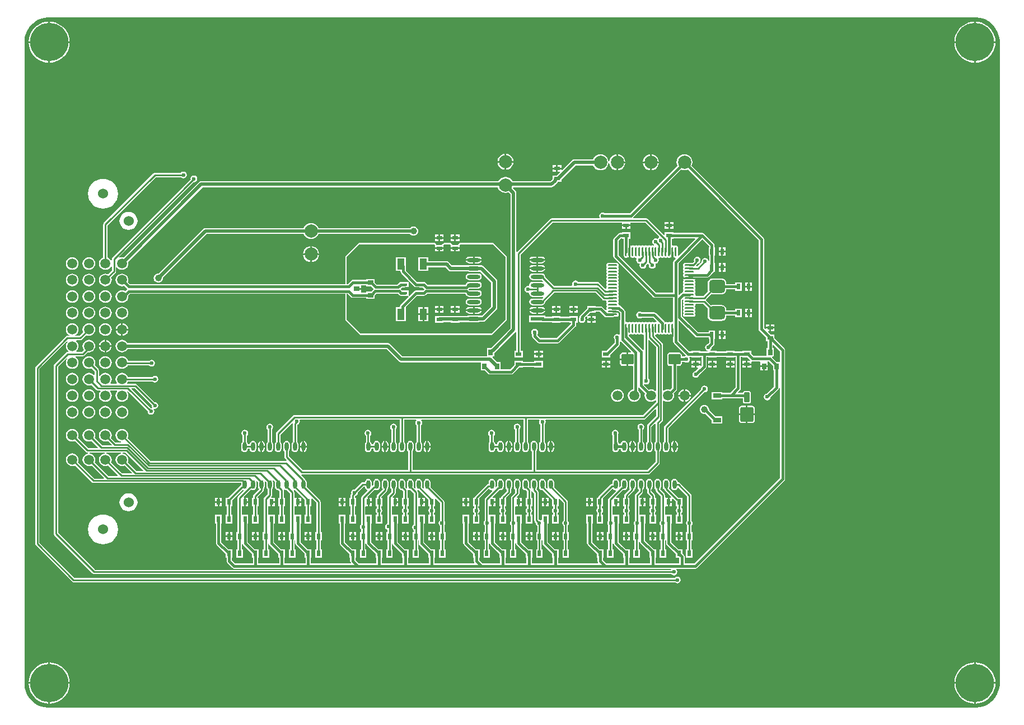
<source format=gtl>
G04*
G04 #@! TF.GenerationSoftware,Altium Limited,Altium Designer,22.2.1 (43)*
G04*
G04 Layer_Physical_Order=1*
G04 Layer_Color=255*
%FSAX44Y44*%
%MOMM*%
G71*
G04*
G04 #@! TF.SameCoordinates,097045FE-6C59-462F-8A7E-8FAF3A3C29C4*
G04*
G04*
G04 #@! TF.FilePolarity,Positive*
G04*
G01*
G75*
%ADD12C,0.2500*%
%ADD16R,0.9000X0.6000*%
%ADD17R,0.7000X0.9000*%
%ADD18R,0.8000X0.4000*%
%ADD19R,0.9000X0.7000*%
%ADD20R,0.6000X0.9000*%
%ADD21O,0.6000X1.3000*%
%ADD22R,1.1000X1.7000*%
%ADD23O,0.2540X1.5000*%
%ADD24O,1.5000X0.2540*%
G04:AMPARAMS|DCode=25|XSize=2mm|YSize=2.4mm|CornerRadius=0.5mm|HoleSize=0mm|Usage=FLASHONLY|Rotation=270.000|XOffset=0mm|YOffset=0mm|HoleType=Round|Shape=RoundedRectangle|*
%AMROUNDEDRECTD25*
21,1,2.0000,1.4000,0,0,270.0*
21,1,1.0000,2.4000,0,0,270.0*
1,1,1.0000,-0.7000,-0.5000*
1,1,1.0000,-0.7000,0.5000*
1,1,1.0000,0.7000,0.5000*
1,1,1.0000,0.7000,-0.5000*
%
%ADD25ROUNDEDRECTD25*%
%ADD26O,2.0000X0.6000*%
%ADD27R,2.0000X0.6000*%
G04:AMPARAMS|DCode=28|XSize=1.6mm|YSize=1.8mm|CornerRadius=0.16mm|HoleSize=0mm|Usage=FLASHONLY|Rotation=90.000|XOffset=0mm|YOffset=0mm|HoleType=Round|Shape=RoundedRectangle|*
%AMROUNDEDRECTD28*
21,1,1.6000,1.4800,0,0,90.0*
21,1,1.2800,1.8000,0,0,90.0*
1,1,0.3200,0.7400,0.6400*
1,1,0.3200,0.7400,-0.6400*
1,1,0.3200,-0.7400,-0.6400*
1,1,0.3200,-0.7400,0.6400*
%
%ADD28ROUNDEDRECTD28*%
%ADD29R,1.2000X0.7000*%
G04:AMPARAMS|DCode=30|XSize=1.5mm|YSize=0.8mm|CornerRadius=0.08mm|HoleSize=0mm|Usage=FLASHONLY|Rotation=90.000|XOffset=0mm|YOffset=0mm|HoleType=Round|Shape=RoundedRectangle|*
%AMROUNDEDRECTD30*
21,1,1.5000,0.6400,0,0,90.0*
21,1,1.3400,0.8000,0,0,90.0*
1,1,0.1600,0.3200,0.6700*
1,1,0.1600,0.3200,-0.6700*
1,1,0.1600,-0.3200,-0.6700*
1,1,0.1600,-0.3200,0.6700*
%
%ADD30ROUNDEDRECTD30*%
G04:AMPARAMS|DCode=31|XSize=2.2mm|YSize=2mm|CornerRadius=0.2mm|HoleSize=0mm|Usage=FLASHONLY|Rotation=90.000|XOffset=0mm|YOffset=0mm|HoleType=Round|Shape=RoundedRectangle|*
%AMROUNDEDRECTD31*
21,1,2.2000,1.6000,0,0,90.0*
21,1,1.8000,2.0000,0,0,90.0*
1,1,0.4000,0.8000,0.9000*
1,1,0.4000,0.8000,-0.9000*
1,1,0.4000,-0.8000,-0.9000*
1,1,0.4000,-0.8000,0.9000*
%
%ADD31ROUNDEDRECTD31*%
%ADD52C,0.5000*%
%ADD53C,0.3810*%
%ADD54C,2.0000*%
%ADD55C,1.5000*%
%ADD56C,1.5240*%
%ADD57C,5.8000*%
%ADD58C,1.0000*%
%ADD59C,0.8000*%
%ADD60C,0.6000*%
G36*
X01947322Y01546810D02*
X01952064Y01545540D01*
X01956600Y01543661D01*
X01960851Y01541206D01*
X01964746Y01538218D01*
X01968218Y01534746D01*
X01971206Y01530851D01*
X01973661Y01526600D01*
X01975540Y01522064D01*
X01976810Y01517322D01*
X01977451Y01512455D01*
Y01510000D01*
Y00540000D01*
Y00537545D01*
X01976810Y00532678D01*
X01975540Y00527936D01*
X01973661Y00523400D01*
X01971206Y00519149D01*
X01968218Y00515254D01*
X01964746Y00511782D01*
X01960851Y00508794D01*
X01956600Y00506339D01*
X01952064Y00504460D01*
X01947322Y00503190D01*
X01942455Y00502549D01*
X00537545D01*
X00532678Y00503190D01*
X00527936Y00504460D01*
X00523400Y00506339D01*
X00519149Y00508794D01*
X00515254Y00511782D01*
X00511782Y00515254D01*
X00508794Y00519149D01*
X00506339Y00523400D01*
X00504460Y00527936D01*
X00503190Y00532678D01*
X00502549Y00537545D01*
Y00540000D01*
Y01510000D01*
Y01512455D01*
X00503190Y01517322D01*
X00504460Y01522064D01*
X00506339Y01526600D01*
X00508794Y01530851D01*
X00511782Y01534746D01*
X00515254Y01538218D01*
X00519149Y01541206D01*
X00523400Y01543661D01*
X00527936Y01545540D01*
X00532678Y01546810D01*
X00537545Y01547451D01*
X01942455D01*
X01947322Y01546810D01*
D02*
G37*
%LPC*%
G36*
X01941270Y01540996D02*
Y01511270D01*
X01970996D01*
X01970713Y01514865D01*
X01969574Y01519609D01*
X01967707Y01524117D01*
X01965157Y01528278D01*
X01961988Y01531988D01*
X01958278Y01535157D01*
X01954117Y01537707D01*
X01949609Y01539574D01*
X01944865Y01540713D01*
X01941270Y01540996D01*
D02*
G37*
G36*
X01938730D02*
X01935136Y01540713D01*
X01930391Y01539574D01*
X01925883Y01537707D01*
X01921722Y01535157D01*
X01918012Y01531988D01*
X01914843Y01528278D01*
X01912293Y01524117D01*
X01910426Y01519609D01*
X01909287Y01514865D01*
X01909004Y01511270D01*
X01938730D01*
Y01540996D01*
D02*
G37*
G36*
X00541270D02*
Y01511270D01*
X00570996D01*
X00570713Y01514865D01*
X00569574Y01519609D01*
X00567707Y01524117D01*
X00565157Y01528278D01*
X00561988Y01531988D01*
X00558278Y01535157D01*
X00554117Y01537707D01*
X00549609Y01539574D01*
X00544865Y01540713D01*
X00541270Y01540996D01*
D02*
G37*
G36*
X00538730D02*
X00535136Y01540713D01*
X00530391Y01539574D01*
X00525883Y01537707D01*
X00521722Y01535157D01*
X00518012Y01531988D01*
X00514843Y01528278D01*
X00512293Y01524117D01*
X00510426Y01519609D01*
X00509287Y01514865D01*
X00509004Y01511270D01*
X00538730D01*
Y01540996D01*
D02*
G37*
G36*
X01970996Y01508730D02*
X01941270D01*
Y01479004D01*
X01944865Y01479287D01*
X01949609Y01480426D01*
X01954117Y01482293D01*
X01958278Y01484843D01*
X01961988Y01488012D01*
X01965157Y01491722D01*
X01967707Y01495883D01*
X01969574Y01500391D01*
X01970713Y01505135D01*
X01970996Y01508730D01*
D02*
G37*
G36*
X01938730D02*
X01909004D01*
X01909287Y01505135D01*
X01910426Y01500391D01*
X01912293Y01495883D01*
X01914843Y01491722D01*
X01918012Y01488012D01*
X01921722Y01484843D01*
X01925883Y01482293D01*
X01930391Y01480426D01*
X01935136Y01479287D01*
X01938730Y01479004D01*
Y01508730D01*
D02*
G37*
G36*
X00570996D02*
X00541270D01*
Y01479004D01*
X00544865Y01479287D01*
X00549609Y01480426D01*
X00554117Y01482293D01*
X00558278Y01484843D01*
X00561988Y01488012D01*
X00565157Y01491722D01*
X00567707Y01495883D01*
X00569574Y01500391D01*
X00570713Y01505135D01*
X00570996Y01508730D01*
D02*
G37*
G36*
X00538730D02*
X00509004D01*
X00509287Y01505135D01*
X00510426Y01500391D01*
X00512293Y01495883D01*
X00514843Y01491722D01*
X00518012Y01488012D01*
X00521722Y01484843D01*
X00525883Y01482293D01*
X00530391Y01480426D01*
X00535136Y01479287D01*
X00538730Y01479004D01*
Y01508730D01*
D02*
G37*
G36*
X01231370Y01340811D02*
Y01330145D01*
X01242036D01*
X01241791Y01332008D01*
X01240582Y01334927D01*
X01238658Y01337433D01*
X01236152Y01339357D01*
X01233232Y01340566D01*
X01231370Y01340811D01*
D02*
G37*
G36*
X01228830D02*
X01226967Y01340566D01*
X01224048Y01339357D01*
X01221541Y01337433D01*
X01219618Y01334927D01*
X01218409Y01332008D01*
X01218163Y01330145D01*
X01228830D01*
Y01340811D01*
D02*
G37*
G36*
X01451220Y01339936D02*
Y01329270D01*
X01461886D01*
X01461641Y01331133D01*
X01460432Y01334052D01*
X01458508Y01336559D01*
X01456002Y01338482D01*
X01453083Y01339691D01*
X01451220Y01339936D01*
D02*
G37*
G36*
X01400420D02*
Y01329270D01*
X01411086D01*
X01410841Y01331133D01*
X01409632Y01334052D01*
X01407708Y01336559D01*
X01405202Y01338482D01*
X01402283Y01339691D01*
X01400420Y01339936D01*
D02*
G37*
G36*
X01448680Y01339936D02*
X01446817Y01339691D01*
X01443898Y01338482D01*
X01441391Y01336559D01*
X01439468Y01334052D01*
X01438259Y01331133D01*
X01438014Y01329270D01*
X01448680D01*
Y01339936D01*
D02*
G37*
G36*
X01314500Y01323800D02*
X01309270D01*
Y01320070D01*
X01314500D01*
Y01323800D01*
D02*
G37*
G36*
X01306730D02*
X01301500D01*
Y01320070D01*
X01306730D01*
Y01323800D01*
D02*
G37*
G36*
X01242036Y01327605D02*
X01231370D01*
Y01316939D01*
X01233232Y01317184D01*
X01236152Y01318393D01*
X01238658Y01320316D01*
X01240582Y01322823D01*
X01241791Y01325742D01*
X01242036Y01327605D01*
D02*
G37*
G36*
X01228830D02*
X01218163D01*
X01218409Y01325742D01*
X01219618Y01322823D01*
X01221541Y01320316D01*
X01224048Y01318393D01*
X01226967Y01317184D01*
X01228830Y01316939D01*
Y01327605D01*
D02*
G37*
G36*
X01448680Y01326730D02*
X01438014D01*
X01438259Y01324867D01*
X01439468Y01321948D01*
X01441391Y01319442D01*
X01443898Y01317518D01*
X01446817Y01316309D01*
X01448680Y01316064D01*
Y01326730D01*
D02*
G37*
G36*
X01500750Y01340104D02*
X01497617Y01339691D01*
X01494698Y01338482D01*
X01492191Y01336559D01*
X01490268Y01334052D01*
X01489059Y01331133D01*
X01488646Y01328000D01*
X01489059Y01324867D01*
X01489916Y01322797D01*
X01418101Y01250982D01*
X01380041D01*
X01378951Y01251710D01*
X01377000Y01252098D01*
X01375049Y01251710D01*
X01373395Y01250605D01*
X01372290Y01248951D01*
X01371902Y01247000D01*
X01372290Y01245049D01*
X01372601Y01244584D01*
X01371922Y01243314D01*
X01300000D01*
X01298732Y01243061D01*
X01297657Y01242343D01*
X01247858Y01192544D01*
X01247069Y01192721D01*
X01246588Y01193029D01*
Y01281975D01*
X01246239Y01283731D01*
X01245244Y01285219D01*
X01241185Y01289279D01*
X01241654Y01290412D01*
X01299800D01*
X01301556Y01290761D01*
X01303044Y01291756D01*
X01308649Y01297361D01*
X01309210Y01298200D01*
X01314500D01*
Y01301711D01*
X01336201Y01323412D01*
X01362662D01*
X01363268Y01321948D01*
X01365191Y01319442D01*
X01367698Y01317518D01*
X01370617Y01316309D01*
X01373750Y01315896D01*
X01376883Y01316309D01*
X01379802Y01317518D01*
X01382309Y01319442D01*
X01384232Y01321948D01*
X01385441Y01324867D01*
X01385735Y01327096D01*
X01385809Y01327666D01*
X01387090D01*
X01387166Y01327096D01*
X01387459Y01324867D01*
X01388668Y01321948D01*
X01390591Y01319442D01*
X01393098Y01317518D01*
X01396017Y01316309D01*
X01397880Y01316064D01*
Y01328000D01*
Y01339936D01*
X01396017Y01339691D01*
X01393098Y01338482D01*
X01390591Y01336559D01*
X01388668Y01334052D01*
X01387459Y01331133D01*
X01387166Y01328905D01*
X01387090Y01328335D01*
X01385809D01*
X01385735Y01328904D01*
X01385441Y01331133D01*
X01384232Y01334052D01*
X01382309Y01336559D01*
X01379802Y01338482D01*
X01376883Y01339691D01*
X01373750Y01340104D01*
X01370617Y01339691D01*
X01367698Y01338482D01*
X01365191Y01336559D01*
X01363268Y01334052D01*
X01362662Y01332588D01*
X01334300D01*
X01332544Y01332239D01*
X01331056Y01331244D01*
X01315673Y01315862D01*
X01314500Y01316348D01*
Y01317530D01*
X01309270D01*
Y01313800D01*
X01311952D01*
X01312438Y01312627D01*
X01308011Y01308200D01*
X01301500D01*
Y01304361D01*
X01301166Y01303861D01*
X01300916Y01302605D01*
X01297899Y01299588D01*
X01240722D01*
X01240582Y01299927D01*
X01238658Y01302433D01*
X01236152Y01304357D01*
X01233232Y01305566D01*
X01230100Y01305979D01*
X01226967Y01305566D01*
X01224048Y01304357D01*
X01221541Y01302433D01*
X01219618Y01299927D01*
X01219477Y01299588D01*
X00770000D01*
X00768244Y01299239D01*
X00766756Y01298244D01*
X00652683Y01184171D01*
X00652480Y01184256D01*
X00650000Y01184582D01*
X00647520Y01184256D01*
X00646185Y01183702D01*
X00645465Y01184779D01*
X00758657Y01297970D01*
X00759000Y01297902D01*
X00760951Y01298290D01*
X00762605Y01299395D01*
X00763710Y01301049D01*
X00764098Y01303000D01*
X00763710Y01304951D01*
X00762605Y01306605D01*
X00760951Y01307710D01*
X00759000Y01308098D01*
X00757049Y01307710D01*
X00755395Y01306605D01*
X00754290Y01304951D01*
X00753902Y01303000D01*
X00753970Y01302657D01*
X00635657Y01184343D01*
X00634939Y01183268D01*
X00634686Y01182000D01*
Y01179758D01*
X00633416Y01179506D01*
X00633298Y01179791D01*
X00631775Y01181776D01*
X00629791Y01183298D01*
X00628314Y01183910D01*
Y01232627D01*
X00701373Y01305686D01*
X00739201D01*
X00739395Y01305395D01*
X00741049Y01304290D01*
X00743000Y01303902D01*
X00744951Y01304290D01*
X00746605Y01305395D01*
X00747710Y01307049D01*
X00748098Y01309000D01*
X00747710Y01310951D01*
X00746605Y01312605D01*
X00744951Y01313710D01*
X00743000Y01314098D01*
X00741049Y01313710D01*
X00739395Y01312605D01*
X00739201Y01312314D01*
X00700000D01*
X00698732Y01312061D01*
X00697657Y01311343D01*
X00622657Y01236343D01*
X00621939Y01235268D01*
X00621686Y01234000D01*
Y01183910D01*
X00620209Y01183298D01*
X00618224Y01181776D01*
X00616702Y01179791D01*
X00615745Y01177480D01*
X00615418Y01175000D01*
X00615745Y01172520D01*
X00616702Y01170209D01*
X00618224Y01168225D01*
X00620209Y01166702D01*
X00622520Y01165745D01*
X00625000Y01165418D01*
X00627480Y01165745D01*
X00629791Y01166702D01*
X00631775Y01168225D01*
X00633298Y01170209D01*
X00633416Y01170494D01*
X00634686Y01170242D01*
Y01164373D01*
X00628957Y01158643D01*
X00627480Y01159256D01*
X00625000Y01159582D01*
X00622520Y01159256D01*
X00620209Y01158298D01*
X00618224Y01156776D01*
X00616702Y01154791D01*
X00615745Y01152480D01*
X00615418Y01150000D01*
X00615745Y01147520D01*
X00616702Y01145209D01*
X00618224Y01143225D01*
X00620209Y01141702D01*
X00622520Y01140745D01*
X00625000Y01140418D01*
X00627480Y01140745D01*
X00629791Y01141702D01*
X00631775Y01143225D01*
X00633298Y01145209D01*
X00634255Y01147520D01*
X00634582Y01150000D01*
X00634255Y01152480D01*
X00633643Y01153957D01*
X00640343Y01160657D01*
X00641061Y01161732D01*
X00641314Y01163000D01*
Y01168629D01*
X00642584Y01169060D01*
X00643224Y01168225D01*
X00645209Y01166702D01*
X00647520Y01165745D01*
X00650000Y01165418D01*
X00652480Y01165745D01*
X00654791Y01166702D01*
X00656775Y01168225D01*
X00658298Y01170209D01*
X00659256Y01172520D01*
X00659582Y01175000D01*
X00659256Y01177480D01*
X00659171Y01177683D01*
X00771900Y01290412D01*
X01218546D01*
X01219618Y01287823D01*
X01221541Y01285316D01*
X01224048Y01283393D01*
X01226967Y01282184D01*
X01230100Y01281772D01*
X01233232Y01282184D01*
X01234696Y01282790D01*
X01237412Y01280074D01*
Y01076650D01*
X01208221Y01047460D01*
X01207589Y01047334D01*
X01207089Y01047000D01*
X01202250D01*
Y01034588D01*
X01074100D01*
X01055444Y01053244D01*
X01053956Y01054239D01*
X01052200Y01054588D01*
X00658382Y01054588D01*
X00658298Y01054791D01*
X00656775Y01056776D01*
X00654791Y01058298D01*
X00652480Y01059256D01*
X00650000Y01059582D01*
X00647520Y01059256D01*
X00645209Y01058298D01*
X00643224Y01056776D01*
X00641702Y01054791D01*
X00640744Y01052480D01*
X00640418Y01050000D01*
X00640744Y01047520D01*
X00641702Y01045209D01*
X00643224Y01043225D01*
X00645209Y01041702D01*
X00647520Y01040745D01*
X00650000Y01040418D01*
X00652480Y01040745D01*
X00654791Y01041702D01*
X00656775Y01043225D01*
X00658298Y01045209D01*
X00658382Y01045412D01*
X01050300Y01045412D01*
X01068956Y01026756D01*
X01070444Y01025761D01*
X01072200Y01025412D01*
X01192750D01*
Y01013000D01*
X01199119D01*
X01203935Y01008185D01*
X01205226Y01007322D01*
X01206750Y01007019D01*
X01238800D01*
X01240324Y01007322D01*
X01241616Y01008185D01*
X01250631Y01017200D01*
X01256500D01*
Y01018219D01*
X01273750D01*
Y01017200D01*
X01286750D01*
Y01027200D01*
X01273750D01*
Y01026181D01*
X01256500D01*
Y01027200D01*
X01243500D01*
Y01021331D01*
X01237151Y01014982D01*
X01222750D01*
Y01026000D01*
X01217239D01*
X01210509Y01032730D01*
X01211035Y01034000D01*
X01213250D01*
Y01039624D01*
X01213589Y01039851D01*
X01245244Y01071506D01*
X01245417Y01071764D01*
X01246687Y01071378D01*
Y01042800D01*
X01243500D01*
Y01032800D01*
X01256500D01*
Y01042800D01*
X01253314D01*
Y01188628D01*
X01301373Y01236686D01*
X01406000D01*
Y01234070D01*
X01412500D01*
X01419000D01*
Y01236686D01*
X01441628D01*
X01462514Y01215800D01*
X01462305Y01214213D01*
X01461395Y01213605D01*
X01460933Y01212913D01*
X01459210Y01212537D01*
X01458951Y01212710D01*
X01457000Y01213098D01*
X01455049Y01212710D01*
X01453395Y01211605D01*
X01452290Y01209951D01*
X01451902Y01208000D01*
X01452290Y01206049D01*
X01453395Y01204395D01*
X01454401Y01203723D01*
X01454501Y01202203D01*
X01454269Y01202026D01*
X01453999Y01202161D01*
X01453776Y01202310D01*
X01452500Y01202564D01*
X01451224Y01202310D01*
X01451001Y01202161D01*
X01450000Y01201659D01*
X01448999Y01202161D01*
X01448776Y01202310D01*
X01447500Y01202564D01*
X01446224Y01202310D01*
X01446001Y01202161D01*
X01445000Y01201659D01*
X01443999Y01202161D01*
X01443776Y01202310D01*
X01442500Y01202564D01*
X01441224Y01202310D01*
X01441001Y01202161D01*
X01440000Y01201659D01*
X01438999Y01202161D01*
X01438776Y01202310D01*
X01437500Y01202564D01*
X01436224Y01202310D01*
X01436001Y01202161D01*
X01435000Y01201659D01*
X01433999Y01202161D01*
X01433776Y01202310D01*
X01432500Y01202564D01*
X01431224Y01202310D01*
X01431001Y01202161D01*
X01430000Y01201659D01*
X01428999Y01202161D01*
X01428776Y01202310D01*
X01427500Y01202564D01*
X01426224Y01202310D01*
X01426001Y01202161D01*
X01425000Y01201659D01*
X01423999Y01202161D01*
X01423776Y01202310D01*
X01422500Y01202564D01*
X01421224Y01202310D01*
X01421001Y01202161D01*
X01420000Y01201659D01*
X01418999Y01202161D01*
X01418776Y01202310D01*
X01417500Y01202564D01*
X01417463Y01202557D01*
X01416481Y01203362D01*
Y01212200D01*
X01419000D01*
Y01222200D01*
X01406000D01*
Y01221181D01*
X01403200D01*
X01401676Y01220878D01*
X01400385Y01220015D01*
X01394185Y01213815D01*
X01393322Y01212524D01*
X01393018Y01211000D01*
Y01186000D01*
X01393322Y01184476D01*
X01394185Y01183185D01*
X01453185Y01124185D01*
X01454476Y01123322D01*
X01456000Y01123018D01*
X01483519D01*
Y01087362D01*
X01482537Y01086557D01*
X01482500Y01086564D01*
X01481224Y01086310D01*
X01481001Y01086161D01*
X01480000Y01085659D01*
X01478999Y01086161D01*
X01478776Y01086310D01*
X01477500Y01086564D01*
X01476224Y01086310D01*
X01476001Y01086161D01*
X01475000Y01085659D01*
X01473999Y01086161D01*
X01473776Y01086310D01*
X01472500Y01086564D01*
X01471224Y01086310D01*
X01470941Y01086367D01*
X01470315Y01087303D01*
X01457803Y01099815D01*
X01456511Y01100678D01*
X01454988Y01100982D01*
X01436041D01*
X01434951Y01101710D01*
X01433000Y01102098D01*
X01431049Y01101710D01*
X01429395Y01100605D01*
X01428290Y01098951D01*
X01427902Y01097000D01*
X01428290Y01095049D01*
X01429395Y01093395D01*
X01431049Y01092290D01*
X01433000Y01091902D01*
X01434951Y01092290D01*
X01436041Y01093018D01*
X01453339D01*
X01458746Y01087611D01*
X01458120Y01086441D01*
X01457500Y01086564D01*
X01456224Y01086310D01*
X01456001Y01086161D01*
X01455000Y01085659D01*
X01453999Y01086161D01*
X01453776Y01086310D01*
X01452500Y01086564D01*
X01451224Y01086310D01*
X01451001Y01086161D01*
X01450000Y01085659D01*
X01448999Y01086161D01*
X01448776Y01086310D01*
X01447500Y01086564D01*
X01446224Y01086310D01*
X01446001Y01086161D01*
X01445000Y01085659D01*
X01443999Y01086161D01*
X01443776Y01086310D01*
X01442500Y01086564D01*
X01441224Y01086310D01*
X01441001Y01086161D01*
X01440000Y01085659D01*
X01438999Y01086161D01*
X01438776Y01086310D01*
X01437500Y01086564D01*
X01436224Y01086310D01*
X01436001Y01086161D01*
X01435000Y01085659D01*
X01433999Y01086161D01*
X01433776Y01086310D01*
X01432500Y01086564D01*
X01431224Y01086310D01*
X01431001Y01086161D01*
X01430000Y01085659D01*
X01428999Y01086161D01*
X01428776Y01086310D01*
X01427500Y01086564D01*
X01426224Y01086310D01*
X01426001Y01086161D01*
X01425000Y01085659D01*
X01423999Y01086161D01*
X01423776Y01086310D01*
X01422500Y01086564D01*
X01421224Y01086310D01*
X01421001Y01086161D01*
X01420000Y01085659D01*
X01418999Y01086161D01*
X01418776Y01086310D01*
X01417500Y01086564D01*
X01416224Y01086310D01*
X01416001Y01086161D01*
X01415000Y01085659D01*
X01413999Y01086161D01*
X01413776Y01086310D01*
X01412500Y01086564D01*
X01412251Y01086515D01*
X01410981Y01087557D01*
Y01102000D01*
X01410678Y01103524D01*
X01409815Y01104815D01*
X01404315Y01110315D01*
X01403024Y01111178D01*
X01402612Y01111260D01*
X01401564Y01112500D01*
X01401310Y01113776D01*
X01401161Y01113998D01*
X01400659Y01115000D01*
X01401161Y01116001D01*
X01401310Y01116224D01*
X01401564Y01117500D01*
X01401310Y01118776D01*
X01401161Y01118998D01*
X01400659Y01120000D01*
X01401161Y01121001D01*
X01401310Y01121224D01*
X01401564Y01122500D01*
X01401310Y01123776D01*
X01400587Y01124857D01*
Y01125143D01*
X01401310Y01126224D01*
X01401564Y01127500D01*
X01401310Y01128776D01*
X01401161Y01128998D01*
X01400659Y01130000D01*
X01401161Y01131001D01*
X01401310Y01131224D01*
X01401564Y01132500D01*
X01401310Y01133776D01*
X01400587Y01134857D01*
Y01135143D01*
X01401310Y01136224D01*
X01401564Y01137500D01*
X01401310Y01138776D01*
X01401161Y01138998D01*
X01400659Y01140000D01*
X01401161Y01141001D01*
X01401310Y01141224D01*
X01401564Y01142500D01*
X01401310Y01143776D01*
X01401161Y01143998D01*
X01400659Y01145000D01*
X01401161Y01146001D01*
X01401310Y01146224D01*
X01401564Y01147500D01*
X01401310Y01148776D01*
X01400587Y01149857D01*
Y01150143D01*
X01401310Y01151224D01*
X01401564Y01152500D01*
X01401310Y01153776D01*
X01401161Y01153998D01*
X01400659Y01155000D01*
X01401161Y01156001D01*
X01401310Y01156224D01*
X01401564Y01157500D01*
X01401310Y01158776D01*
X01400587Y01159857D01*
Y01160143D01*
X01401310Y01161224D01*
X01401564Y01162500D01*
X01401310Y01163776D01*
X01401161Y01163998D01*
X01400659Y01165000D01*
X01401161Y01166001D01*
X01401310Y01166224D01*
X01401564Y01167500D01*
X01401310Y01168776D01*
X01401161Y01168998D01*
X01400659Y01170000D01*
X01401161Y01171001D01*
X01401310Y01171224D01*
X01401564Y01172500D01*
X01401310Y01173776D01*
X01400587Y01174857D01*
X01399506Y01175580D01*
X01398230Y01175834D01*
X01385770D01*
X01384494Y01175580D01*
X01383412Y01174857D01*
X01382690Y01173776D01*
X01382436Y01172500D01*
X01382690Y01171224D01*
X01382838Y01171001D01*
X01383341Y01170000D01*
X01382838Y01168998D01*
X01382690Y01168776D01*
X01382436Y01167500D01*
X01382690Y01166224D01*
X01382838Y01166001D01*
X01383341Y01165000D01*
X01382838Y01163998D01*
X01382690Y01163776D01*
X01382436Y01162500D01*
X01382690Y01161224D01*
X01383412Y01160143D01*
Y01159857D01*
X01382690Y01158776D01*
X01382436Y01157500D01*
X01382690Y01156224D01*
X01382838Y01156001D01*
X01383341Y01155000D01*
X01382838Y01153998D01*
X01382690Y01153776D01*
X01382436Y01152500D01*
X01382690Y01151224D01*
X01383412Y01150143D01*
Y01149857D01*
X01382690Y01148776D01*
X01382436Y01147500D01*
X01382690Y01146224D01*
X01382838Y01146001D01*
X01383341Y01145000D01*
X01382838Y01143998D01*
X01382690Y01143776D01*
X01382436Y01142500D01*
X01382690Y01141224D01*
X01382838Y01141001D01*
X01383341Y01140000D01*
X01382838Y01138998D01*
X01382690Y01138776D01*
X01382436Y01137500D01*
X01382519Y01137084D01*
X01382413Y01136876D01*
X01381197Y01136489D01*
X01371343Y01146343D01*
X01370268Y01147061D01*
X01369000Y01147314D01*
X01339799D01*
X01339605Y01147605D01*
X01337951Y01148710D01*
X01336000Y01149098D01*
X01334049Y01148710D01*
X01332395Y01147605D01*
X01331290Y01145951D01*
X01330902Y01144000D01*
X01331184Y01142584D01*
X01330370Y01141314D01*
X01303373D01*
X01290129Y01154557D01*
X01290198Y01154901D01*
X01289810Y01156852D01*
X01288705Y01158506D01*
X01287051Y01159611D01*
X01285100Y01159999D01*
X01271100D01*
X01269149Y01159611D01*
X01267495Y01158506D01*
X01266390Y01156852D01*
X01266002Y01154901D01*
X01266390Y01152950D01*
X01267495Y01151296D01*
X01269149Y01150191D01*
X01271100Y01149803D01*
X01285100D01*
X01285442Y01149872D01*
X01287122Y01148192D01*
X01286496Y01147021D01*
X01285100Y01147299D01*
X01271100D01*
X01269149Y01146911D01*
X01267495Y01145806D01*
X01266390Y01144152D01*
X01266002Y01142201D01*
X01266045Y01141986D01*
X01264965Y01140906D01*
X01264000Y01141098D01*
X01262049Y01140710D01*
X01260395Y01139605D01*
X01259290Y01137951D01*
X01258902Y01136000D01*
X01259290Y01134049D01*
X01260395Y01132395D01*
X01262049Y01131290D01*
X01264000Y01130902D01*
X01265026Y01131106D01*
X01266106Y01130026D01*
X01266002Y01129501D01*
X01266390Y01127550D01*
X01267495Y01125897D01*
X01269149Y01124791D01*
X01271100Y01124403D01*
X01285100D01*
X01286498Y01124681D01*
X01287123Y01123511D01*
X01285443Y01121831D01*
X01285100Y01121899D01*
X01271100D01*
X01269149Y01121511D01*
X01267495Y01120406D01*
X01266390Y01118752D01*
X01266002Y01116801D01*
X01266390Y01114850D01*
X01267495Y01113196D01*
X01269149Y01112091D01*
X01271100Y01111703D01*
X01285100D01*
X01287051Y01112091D01*
X01288705Y01113196D01*
X01289810Y01114850D01*
X01290198Y01116801D01*
X01290129Y01117145D01*
X01303671Y01130686D01*
X01366324D01*
X01376854Y01120157D01*
X01377929Y01119439D01*
X01379197Y01119186D01*
X01381553D01*
X01382519Y01117916D01*
X01382436Y01117500D01*
X01382690Y01116224D01*
X01382838Y01116001D01*
X01383341Y01115000D01*
X01382838Y01113998D01*
X01382690Y01113776D01*
X01382436Y01112500D01*
X01382690Y01111224D01*
X01383412Y01110143D01*
Y01109857D01*
X01382690Y01108776D01*
X01382436Y01107500D01*
X01382690Y01106224D01*
X01382838Y01106001D01*
X01383077Y01105527D01*
X01382610Y01104593D01*
X01381264Y01104367D01*
X01376815Y01108815D01*
X01375524Y01109678D01*
X01374000Y01109982D01*
X01366500D01*
Y01110800D01*
X01353500D01*
Y01107449D01*
X01343378Y01097327D01*
X01342515Y01096035D01*
X01342212Y01094512D01*
Y01093330D01*
X01341290Y01091951D01*
X01340902Y01090000D01*
X01341290Y01088049D01*
X01342395Y01086395D01*
X01344049Y01085290D01*
X01346000Y01084902D01*
X01347951Y01085290D01*
X01349605Y01086395D01*
X01350710Y01088049D01*
X01351098Y01090000D01*
X01350710Y01091951D01*
X01350175Y01092752D01*
Y01092862D01*
X01352230Y01094918D01*
X01353500Y01094392D01*
X01353500Y01094349D01*
X01353500Y01094349D01*
X01353500Y01094265D01*
Y01091470D01*
X01358730D01*
Y01095200D01*
X01354435Y01095200D01*
X01354351D01*
D01*
X01354308Y01095200D01*
X01354245Y01095353D01*
X01353782Y01096470D01*
X01358036Y01100723D01*
X01358905D01*
X01359290Y01100800D01*
X01366500D01*
Y01102019D01*
X01372351D01*
X01379685Y01094685D01*
X01380976Y01093821D01*
X01382500Y01093519D01*
X01392000D01*
X01393524Y01093821D01*
X01394039Y01094166D01*
X01398230D01*
X01399506Y01094420D01*
X01400587Y01095142D01*
X01401310Y01096224D01*
X01401564Y01097500D01*
X01401310Y01098776D01*
X01400851Y01099463D01*
X01401066Y01099969D01*
X01402560Y01100297D01*
X01403018Y01099895D01*
Y01067856D01*
X01401749Y01067177D01*
X01400951Y01067710D01*
X01399000Y01068098D01*
X01397049Y01067710D01*
X01395395Y01066605D01*
X01394290Y01064951D01*
X01393902Y01063000D01*
X01394290Y01061049D01*
X01395018Y01059959D01*
Y01054949D01*
X01382909Y01042839D01*
X01382710Y01042800D01*
X01375500D01*
Y01032800D01*
X01388500D01*
Y01037169D01*
X01401815Y01050485D01*
X01402678Y01051776D01*
X01402982Y01053300D01*
Y01056699D01*
X01403966Y01057096D01*
X01404252Y01057118D01*
X01420125Y01041244D01*
X01419639Y01040070D01*
X01415645D01*
Y01030000D01*
Y01019930D01*
X01421775D01*
X01422037Y01019982D01*
X01423018Y01019176D01*
Y00984374D01*
X01422120Y00984255D01*
X01419809Y00983298D01*
X01417825Y00981775D01*
X01416302Y00979791D01*
X01415345Y00977480D01*
X01415018Y00975000D01*
X01415345Y00972520D01*
X01416302Y00970209D01*
X01417825Y00968224D01*
X01419809Y00966702D01*
X01422120Y00965744D01*
X01424600Y00965418D01*
X01427080Y00965744D01*
X01429391Y00966702D01*
X01431375Y00968224D01*
X01432898Y00970209D01*
X01433855Y00972520D01*
X01434182Y00975000D01*
X01433855Y00977480D01*
X01432898Y00979791D01*
X01431375Y00981775D01*
X01430852Y00982177D01*
X01430981Y00982827D01*
Y00986699D01*
X01431966Y00987097D01*
X01432251Y00987118D01*
X01441080Y00978289D01*
X01440744Y00977480D01*
X01440418Y00975000D01*
X01440744Y00972520D01*
X01441702Y00970209D01*
X01443224Y00968224D01*
X01445209Y00966702D01*
X01447520Y00965744D01*
X01450000Y00965418D01*
X01452480Y00965744D01*
X01454791Y00966702D01*
X01456416Y00967949D01*
X01457686Y00967456D01*
Y00965373D01*
X01437628Y00945314D01*
X00911000D01*
X00909732Y00945061D01*
X00908657Y00944343D01*
X00884057Y00919743D01*
X00883338Y00918668D01*
X00883086Y00917400D01*
Y00905199D01*
X00882795Y00905005D01*
X00881690Y00903351D01*
X00881302Y00901400D01*
Y00894400D01*
X00881690Y00892449D01*
X00882795Y00890795D01*
X00884449Y00889690D01*
X00886400Y00889302D01*
X00888351Y00889690D01*
X00890005Y00890795D01*
X00891110Y00892449D01*
X00891498Y00894400D01*
Y00901400D01*
X00891110Y00903351D01*
X00890005Y00905005D01*
X00889714Y00905199D01*
Y00916027D01*
X00907453Y00933767D01*
X00908624Y00933142D01*
X00908586Y00932953D01*
Y00905266D01*
X00908195Y00905005D01*
X00907090Y00903351D01*
X00906702Y00901400D01*
Y00894400D01*
X00907090Y00892449D01*
X00908195Y00890795D01*
X00909849Y00889690D01*
X00911800Y00889302D01*
X00913751Y00889690D01*
X00915405Y00890795D01*
X00916510Y00892449D01*
X00916898Y00894400D01*
Y00901400D01*
X00916510Y00903351D01*
X00915405Y00905005D01*
X00915214Y00905133D01*
Y00931143D01*
X00915951Y00931290D01*
X00917605Y00932395D01*
X00918710Y00934049D01*
X00919098Y00936000D01*
X00918816Y00937416D01*
X00919630Y00938686D01*
X01070086D01*
Y00905199D01*
X01069795Y00905005D01*
X01068690Y00903351D01*
X01068302Y00901400D01*
Y00894400D01*
X01068690Y00892449D01*
X01069795Y00890795D01*
X01071449Y00889690D01*
X01073400Y00889302D01*
X01075351Y00889690D01*
X01077005Y00890795D01*
X01078110Y00892449D01*
X01078498Y00894400D01*
Y00901400D01*
X01078110Y00903351D01*
X01077005Y00905005D01*
X01076714Y00905199D01*
Y00938686D01*
X01094902D01*
X01095269Y00937416D01*
X01094290Y00935951D01*
X01093902Y00934000D01*
X01094290Y00932049D01*
X01095395Y00930395D01*
X01095586Y00930267D01*
Y00905266D01*
X01095195Y00905005D01*
X01094090Y00903351D01*
X01093702Y00901400D01*
Y00894400D01*
X01094090Y00892449D01*
X01095195Y00890795D01*
X01096849Y00889690D01*
X01098800Y00889302D01*
X01100751Y00889690D01*
X01102405Y00890795D01*
X01103510Y00892449D01*
X01103898Y00894400D01*
Y00901400D01*
X01103510Y00903351D01*
X01102405Y00905005D01*
X01102214Y00905133D01*
Y00930134D01*
X01102605Y00930395D01*
X01103710Y00932049D01*
X01104098Y00934000D01*
X01103710Y00935951D01*
X01102731Y00937416D01*
X01103098Y00938686D01*
X01257086D01*
Y00905199D01*
X01256795Y00905005D01*
X01255690Y00903351D01*
X01255302Y00901400D01*
Y00894400D01*
X01255690Y00892449D01*
X01256795Y00890795D01*
X01258449Y00889690D01*
X01260400Y00889302D01*
X01262351Y00889690D01*
X01264005Y00890795D01*
X01265110Y00892449D01*
X01265498Y00894400D01*
Y00901400D01*
X01265110Y00903351D01*
X01264005Y00905005D01*
X01263714Y00905199D01*
Y00938686D01*
X01280922D01*
X01281601Y00937416D01*
X01281290Y00936951D01*
X01280902Y00935000D01*
X01281290Y00933049D01*
X01282395Y00931395D01*
X01282586Y00931267D01*
Y00905266D01*
X01282195Y00905005D01*
X01281090Y00903351D01*
X01280702Y00901400D01*
Y00894400D01*
X01281090Y00892449D01*
X01282195Y00890795D01*
X01283849Y00889690D01*
X01285800Y00889302D01*
X01287751Y00889690D01*
X01289405Y00890795D01*
X01290510Y00892449D01*
X01290898Y00894400D01*
Y00901400D01*
X01290510Y00903351D01*
X01289405Y00905005D01*
X01289214Y00905133D01*
Y00931134D01*
X01289605Y00931395D01*
X01290710Y00933049D01*
X01291098Y00935000D01*
X01290710Y00936951D01*
X01290399Y00937416D01*
X01291078Y00938686D01*
X01439000D01*
X01440268Y00938939D01*
X01441343Y00939657D01*
X01456513Y00954827D01*
X01457686Y00954341D01*
Y00944373D01*
X01445057Y00931743D01*
X01444339Y00930668D01*
X01444086Y00929400D01*
Y00905199D01*
X01443795Y00905005D01*
X01442690Y00903351D01*
X01442302Y00901400D01*
Y00894400D01*
X01442690Y00892449D01*
X01443795Y00890795D01*
X01445449Y00889690D01*
X01447400Y00889302D01*
X01449351Y00889690D01*
X01451005Y00890795D01*
X01452110Y00892449D01*
X01452498Y00894400D01*
Y00901400D01*
X01452110Y00903351D01*
X01451005Y00905005D01*
X01450714Y00905199D01*
Y00928027D01*
X01455516Y00932830D01*
X01456786Y00932304D01*
Y00905199D01*
X01456495Y00905005D01*
X01455390Y00903351D01*
X01455002Y00901400D01*
Y00894400D01*
X01455390Y00892449D01*
X01456495Y00890795D01*
X01456786Y00890601D01*
Y00874473D01*
X01444628Y00862314D01*
X01276414D01*
Y00890601D01*
X01276705Y00890795D01*
X01277810Y00892449D01*
X01278198Y00894400D01*
Y00901400D01*
X01277810Y00903351D01*
X01276705Y00905005D01*
X01275051Y00906110D01*
X01273100Y00906498D01*
X01271149Y00906110D01*
X01269495Y00905005D01*
X01268390Y00903351D01*
X01268002Y00901400D01*
Y00894400D01*
X01268390Y00892449D01*
X01269495Y00890795D01*
X01269786Y00890601D01*
Y00862314D01*
X01089414D01*
Y00890601D01*
X01089705Y00890795D01*
X01090810Y00892449D01*
X01091198Y00894400D01*
Y00901400D01*
X01090810Y00903351D01*
X01089705Y00905005D01*
X01088051Y00906110D01*
X01086100Y00906498D01*
X01084149Y00906110D01*
X01082495Y00905005D01*
X01081390Y00903351D01*
X01081002Y00901400D01*
Y00894400D01*
X01081390Y00892449D01*
X01082495Y00890795D01*
X01082786Y00890601D01*
Y00862314D01*
X00923572D01*
X00902414Y00883473D01*
Y00890601D01*
X00902705Y00890795D01*
X00903810Y00892449D01*
X00904198Y00894400D01*
Y00901400D01*
X00903810Y00903351D01*
X00902705Y00905005D01*
X00901051Y00906110D01*
X00899100Y00906498D01*
X00897149Y00906110D01*
X00895495Y00905005D01*
X00894390Y00903351D01*
X00894002Y00901400D01*
Y00894400D01*
X00894390Y00892449D01*
X00895495Y00890795D01*
X00895786Y00890601D01*
Y00882100D01*
X00896039Y00880832D01*
X00896757Y00879757D01*
X00899130Y00877384D01*
X00898504Y00876213D01*
X00898000Y00876314D01*
X00693372D01*
X00658643Y00911043D01*
X00659256Y00912520D01*
X00659582Y00915000D01*
X00659256Y00917480D01*
X00658298Y00919791D01*
X00656775Y00921776D01*
X00654791Y00923298D01*
X00652480Y00924256D01*
X00650000Y00924582D01*
X00647520Y00924256D01*
X00645209Y00923298D01*
X00643224Y00921776D01*
X00641702Y00919791D01*
X00640744Y00917480D01*
X00640418Y00915000D01*
X00640744Y00912520D01*
X00641702Y00910209D01*
X00643224Y00908225D01*
X00645209Y00906702D01*
X00647520Y00905745D01*
X00648742Y00905584D01*
X00648659Y00904314D01*
X00640373D01*
X00633643Y00911043D01*
X00634255Y00912520D01*
X00634582Y00915000D01*
X00634255Y00917480D01*
X00633298Y00919791D01*
X00631775Y00921776D01*
X00629791Y00923298D01*
X00627480Y00924256D01*
X00625000Y00924582D01*
X00622520Y00924256D01*
X00620209Y00923298D01*
X00618224Y00921776D01*
X00616702Y00919791D01*
X00615745Y00917480D01*
X00615418Y00915000D01*
X00615745Y00912520D01*
X00616702Y00910209D01*
X00618224Y00908225D01*
X00620209Y00906702D01*
X00622520Y00905745D01*
X00625000Y00905418D01*
X00627480Y00905745D01*
X00628957Y00906357D01*
X00634648Y00900666D01*
X00634162Y00899493D01*
X00620193D01*
X00608643Y00911043D01*
X00609255Y00912520D01*
X00609582Y00915000D01*
X00609255Y00917480D01*
X00608298Y00919791D01*
X00606775Y00921776D01*
X00604791Y00923298D01*
X00602480Y00924256D01*
X00600000Y00924582D01*
X00597520Y00924256D01*
X00595209Y00923298D01*
X00593224Y00921776D01*
X00591702Y00919791D01*
X00590745Y00917480D01*
X00590418Y00915000D01*
X00590745Y00912520D01*
X00591702Y00910209D01*
X00593224Y00908225D01*
X00595209Y00906702D01*
X00597520Y00905745D01*
X00600000Y00905418D01*
X00602480Y00905745D01*
X00603957Y00906357D01*
X00613827Y00896487D01*
X00613341Y00895314D01*
X00599373D01*
X00583643Y00911043D01*
X00584255Y00912520D01*
X00584582Y00915000D01*
X00584255Y00917480D01*
X00583298Y00919791D01*
X00581775Y00921776D01*
X00579791Y00923298D01*
X00577480Y00924256D01*
X00575000Y00924582D01*
X00572520Y00924256D01*
X00570209Y00923298D01*
X00568224Y00921776D01*
X00566702Y00919791D01*
X00565745Y00917480D01*
X00565418Y00915000D01*
X00565745Y00912520D01*
X00566702Y00910209D01*
X00568224Y00908225D01*
X00570209Y00906702D01*
X00572520Y00905745D01*
X00575000Y00905418D01*
X00577480Y00905745D01*
X00578957Y00906357D01*
X00595657Y00889657D01*
X00596732Y00888939D01*
X00598000Y00888686D01*
X00598659D01*
X00598742Y00887416D01*
X00597520Y00887255D01*
X00595209Y00886298D01*
X00593224Y00884775D01*
X00591702Y00882791D01*
X00590745Y00880480D01*
X00590418Y00878000D01*
X00590745Y00875520D01*
X00591702Y00873209D01*
X00593224Y00871225D01*
X00595209Y00869702D01*
X00597520Y00868745D01*
X00600000Y00868418D01*
X00602480Y00868745D01*
X00603957Y00869357D01*
X00622827Y00850487D01*
X00622341Y00849314D01*
X00608372D01*
X00583643Y00874043D01*
X00584255Y00875520D01*
X00584582Y00878000D01*
X00584255Y00880480D01*
X00583298Y00882791D01*
X00581775Y00884775D01*
X00579791Y00886298D01*
X00577480Y00887255D01*
X00575000Y00887582D01*
X00572520Y00887255D01*
X00570209Y00886298D01*
X00568224Y00884775D01*
X00566702Y00882791D01*
X00565745Y00880480D01*
X00565418Y00878000D01*
X00565745Y00875520D01*
X00566702Y00873209D01*
X00568224Y00871225D01*
X00570209Y00869702D01*
X00572520Y00868745D01*
X00575000Y00868418D01*
X00577480Y00868745D01*
X00578957Y00869357D01*
X00604657Y00843657D01*
X00605732Y00842939D01*
X00607000Y00842686D01*
X00830502D01*
Y00839477D01*
X00830309Y00839438D01*
X00829234Y00838720D01*
X00811014Y00820500D01*
X00806800D01*
Y00807500D01*
X00808486D01*
Y00794500D01*
X00806800D01*
Y00781500D01*
X00816800D01*
Y00794500D01*
X00815114D01*
Y00807500D01*
X00816800D01*
Y00816914D01*
X00832706Y00832820D01*
X00833624Y00832207D01*
X00833816Y00832074D01*
X00834037Y00830824D01*
X00825457Y00822243D01*
X00824739Y00821168D01*
X00824486Y00819900D01*
Y00768500D01*
X00822800D01*
Y00755500D01*
X00824486D01*
Y00742500D01*
X00822800D01*
Y00729500D01*
X00832800D01*
Y00742500D01*
X00831114D01*
Y00750576D01*
X00832384Y00750701D01*
X00832455Y00750343D01*
X00833318Y00749051D01*
X00847000Y00735369D01*
Y00729500D01*
X00848018D01*
Y00720982D01*
X00821649D01*
X00816181Y00726449D01*
Y00729500D01*
X00817200D01*
Y00742500D01*
X00811490D01*
X00811291Y00742540D01*
X00800182Y00753649D01*
Y00781500D01*
X00801200D01*
Y00794500D01*
X00791200D01*
Y00781500D01*
X00792218D01*
Y00752000D01*
X00792522Y00750476D01*
X00793385Y00749185D01*
X00806790Y00735780D01*
X00807200Y00735506D01*
Y00729500D01*
X00808219D01*
Y00724800D01*
X00808522Y00723276D01*
X00809385Y00721985D01*
X00817185Y00714185D01*
X00818476Y00713322D01*
X00820000Y00713018D01*
X01480166D01*
X01480788Y00711749D01*
X01480449Y00711314D01*
X00609373D01*
X00553314Y00767373D01*
Y01018627D01*
X00566628Y01031942D01*
X00566757Y01031948D01*
X00567007Y01031696D01*
X00567407Y01030711D01*
X00566702Y01029791D01*
X00565745Y01027480D01*
X00565418Y01025000D01*
X00565745Y01022520D01*
X00566702Y01020209D01*
X00568224Y01018225D01*
X00570209Y01016702D01*
X00572520Y01015745D01*
X00575000Y01015418D01*
X00577480Y01015745D01*
X00579791Y01016702D01*
X00581775Y01018225D01*
X00583298Y01020209D01*
X00584255Y01022520D01*
X00584582Y01025000D01*
X00584255Y01027480D01*
X00583298Y01029791D01*
X00581775Y01031776D01*
X00579791Y01033298D01*
X00579506Y01033416D01*
X00579758Y01034686D01*
X00591000D01*
X00592268Y01034939D01*
X00593343Y01035657D01*
X00598325Y01040639D01*
X00600000Y01040418D01*
X00602480Y01040745D01*
X00604791Y01041702D01*
X00606775Y01043225D01*
X00608298Y01045209D01*
X00609255Y01047520D01*
X00609582Y01050000D01*
X00609255Y01052480D01*
X00608298Y01054791D01*
X00606775Y01056776D01*
X00604791Y01058298D01*
X00602480Y01059256D01*
X00600000Y01059582D01*
X00597520Y01059256D01*
X00595209Y01058298D01*
X00593224Y01056776D01*
X00591702Y01054791D01*
X00590745Y01052480D01*
X00590418Y01050000D01*
X00590745Y01047520D01*
X00591702Y01045209D01*
X00592492Y01044179D01*
X00589627Y01041314D01*
X00581371D01*
X00580940Y01042584D01*
X00581775Y01043225D01*
X00583298Y01045209D01*
X00584255Y01047520D01*
X00584582Y01050000D01*
X00584255Y01052480D01*
X00583298Y01054791D01*
X00581775Y01056776D01*
X00580940Y01057416D01*
X00581371Y01058686D01*
X00587000D01*
X00588268Y01058939D01*
X00589343Y01059657D01*
X00596043Y01066357D01*
X00597520Y01065745D01*
X00600000Y01065418D01*
X00602480Y01065745D01*
X00604791Y01066702D01*
X00606775Y01068225D01*
X00608298Y01070209D01*
X00609255Y01072520D01*
X00609582Y01075000D01*
X00609255Y01077480D01*
X00608298Y01079791D01*
X00606775Y01081776D01*
X00604791Y01083298D01*
X00602480Y01084256D01*
X00600000Y01084582D01*
X00597520Y01084256D01*
X00595209Y01083298D01*
X00593224Y01081776D01*
X00591702Y01079791D01*
X00590745Y01077480D01*
X00590418Y01075000D01*
X00590745Y01072520D01*
X00591357Y01071043D01*
X00585627Y01065314D01*
X00579758D01*
X00579506Y01066584D01*
X00579791Y01066702D01*
X00581775Y01068225D01*
X00583298Y01070209D01*
X00584255Y01072520D01*
X00584582Y01075000D01*
X00584255Y01077480D01*
X00583298Y01079791D01*
X00581775Y01081776D01*
X00579791Y01083298D01*
X00577480Y01084256D01*
X00575000Y01084582D01*
X00572520Y01084256D01*
X00570209Y01083298D01*
X00568224Y01081776D01*
X00566702Y01079791D01*
X00565745Y01077480D01*
X00565418Y01075000D01*
X00565745Y01072520D01*
X00566702Y01070209D01*
X00568224Y01068225D01*
X00570209Y01066702D01*
X00570494Y01066584D01*
X00570242Y01065314D01*
X00567000D01*
X00565732Y01065061D01*
X00564657Y01064343D01*
X00519657Y01019343D01*
X00518939Y01018268D01*
X00518686Y01017000D01*
Y00751000D01*
X00518939Y00749732D01*
X00519657Y00748657D01*
X00574657Y00693657D01*
X00575732Y00692939D01*
X00577000Y00692686D01*
X01486201D01*
X01486395Y00692395D01*
X01488049Y00691290D01*
X01490000Y00690902D01*
X01491951Y00691290D01*
X01493605Y00692395D01*
X01494710Y00694049D01*
X01495098Y00696000D01*
X01494710Y00697951D01*
X01493605Y00699605D01*
X01491951Y00700710D01*
X01490000Y00701098D01*
X01488049Y00700710D01*
X01486395Y00699605D01*
X01486201Y00699314D01*
X00578373D01*
X00525314Y00752373D01*
Y01015628D01*
X00567158Y01057472D01*
X00568115Y01056633D01*
X00566702Y01054791D01*
X00565745Y01052480D01*
X00565418Y01050000D01*
X00565745Y01047520D01*
X00566702Y01045209D01*
X00568224Y01043225D01*
X00569060Y01042584D01*
X00568629Y01041314D01*
X00568000D01*
X00566732Y01041061D01*
X00565657Y01040343D01*
X00547657Y01022343D01*
X00546939Y01021268D01*
X00546686Y01020000D01*
Y00766000D01*
X00546939Y00764732D01*
X00547657Y00763657D01*
X00605200Y00706114D01*
X00605474Y00705931D01*
X00605657Y00705657D01*
X00606732Y00704939D01*
X00608000Y00704686D01*
X01481201D01*
X01481395Y00704395D01*
X01483049Y00703290D01*
X01485000Y00702902D01*
X01486951Y00703290D01*
X01488605Y00704395D01*
X01489710Y00706049D01*
X01490098Y00708000D01*
X01489710Y00709951D01*
X01488605Y00711605D01*
X01488390Y00711749D01*
X01488775Y00713018D01*
X01517000D01*
X01518524Y00713322D01*
X01519815Y00714185D01*
X01651815Y00846185D01*
X01652678Y00847476D01*
X01652982Y00849000D01*
Y01043701D01*
X01652678Y01045225D01*
X01651815Y01046517D01*
X01637041Y01061291D01*
X01637001Y01061490D01*
Y01067200D01*
X01631132D01*
X01626705Y01071627D01*
X01627191Y01072800D01*
X01629232D01*
Y01076530D01*
X01624002D01*
Y01075990D01*
X01622828Y01075504D01*
X01620981Y01077351D01*
Y01211750D01*
X01620678Y01213274D01*
X01619815Y01214565D01*
X01511584Y01322797D01*
X01512441Y01324867D01*
X01512854Y01328000D01*
X01512441Y01331133D01*
X01511232Y01334052D01*
X01509308Y01336559D01*
X01506802Y01338482D01*
X01503883Y01339691D01*
X01500750Y01340104D01*
D02*
G37*
G36*
X01461886Y01326730D02*
X01451220D01*
Y01316064D01*
X01453083Y01316309D01*
X01456002Y01317518D01*
X01458508Y01319442D01*
X01460432Y01321948D01*
X01461641Y01324867D01*
X01461886Y01326730D01*
D02*
G37*
G36*
X01411086D02*
X01400420D01*
Y01316064D01*
X01402283Y01316309D01*
X01405202Y01317518D01*
X01407708Y01319442D01*
X01409632Y01321948D01*
X01410841Y01324867D01*
X01411086Y01326730D01*
D02*
G37*
G36*
X01306730Y01317530D02*
X01301500D01*
Y01313800D01*
X01306730D01*
Y01317530D01*
D02*
G37*
G36*
X00621500Y01303109D02*
X00617089Y01302674D01*
X00612848Y01301388D01*
X00608939Y01299299D01*
X00605513Y01296487D01*
X00602701Y01293061D01*
X00600612Y01289152D01*
X00599326Y01284911D01*
X00598891Y01280500D01*
X00599326Y01276089D01*
X00600612Y01271848D01*
X00602701Y01267939D01*
X00605513Y01264513D01*
X00608939Y01261701D01*
X00612848Y01259612D01*
X00617089Y01258326D01*
X00621500Y01257891D01*
X00625911Y01258326D01*
X00630152Y01259612D01*
X00634061Y01261701D01*
X00637487Y01264513D01*
X00640299Y01267939D01*
X00642388Y01271848D01*
X00643674Y01276089D01*
X00644109Y01280500D01*
X00643674Y01284911D01*
X00642388Y01289152D01*
X00640299Y01293061D01*
X00637487Y01296487D01*
X00634061Y01299299D01*
X00630152Y01301388D01*
X00625911Y01302674D01*
X00621500Y01303109D01*
D02*
G37*
G36*
X01419000Y01231530D02*
X01413770D01*
Y01227800D01*
X01419000D01*
Y01231530D01*
D02*
G37*
G36*
X01411230D02*
X01406000D01*
Y01227800D01*
X01411230D01*
Y01231530D01*
D02*
G37*
G36*
X00660000Y01253117D02*
X00656476Y01252653D01*
X00653192Y01251292D01*
X00650372Y01249128D01*
X00648208Y01246308D01*
X00646848Y01243024D01*
X00646384Y01239500D01*
X00646848Y01235976D01*
X00648208Y01232692D01*
X00650372Y01229872D01*
X00653192Y01227708D01*
X00656476Y01226348D01*
X00660000Y01225883D01*
X00663524Y01226348D01*
X00666808Y01227708D01*
X00669628Y01229872D01*
X00671792Y01232692D01*
X00673152Y01235976D01*
X00673616Y01239500D01*
X00673152Y01243024D01*
X00671792Y01246308D01*
X00669628Y01249128D01*
X00666808Y01251292D01*
X00663524Y01252653D01*
X00660000Y01253117D01*
D02*
G37*
G36*
X00936000Y01236104D02*
X00932867Y01235691D01*
X00929948Y01234482D01*
X00927441Y01232559D01*
X00925518Y01230052D01*
X00924912Y01228588D01*
X00776000D01*
X00774244Y01228239D01*
X00772756Y01227244D01*
X00705505Y01159994D01*
X00705000Y01160060D01*
X00703173Y01159820D01*
X00701470Y01159115D01*
X00700008Y01157992D01*
X00698885Y01156530D01*
X00698180Y01154827D01*
X00697940Y01153000D01*
X00698180Y01151173D01*
X00698885Y01149470D01*
X00700008Y01148008D01*
X00701470Y01146886D01*
X00703173Y01146180D01*
X00705000Y01145940D01*
X00706827Y01146180D01*
X00708530Y01146886D01*
X00709993Y01148008D01*
X00711115Y01149470D01*
X00711820Y01151173D01*
X00712060Y01153000D01*
X00711994Y01153505D01*
X00777900Y01219412D01*
X00924912D01*
X00925518Y01217948D01*
X00927441Y01215442D01*
X00929948Y01213518D01*
X00932867Y01212309D01*
X00936000Y01211896D01*
X00939133Y01212309D01*
X00942052Y01213518D01*
X00944558Y01215442D01*
X00946482Y01217948D01*
X00947088Y01219412D01*
X01085697D01*
X01086008Y01219007D01*
X01087470Y01217886D01*
X01089173Y01217180D01*
X01091000Y01216940D01*
X01092827Y01217180D01*
X01094530Y01217886D01*
X01095992Y01219007D01*
X01097114Y01220470D01*
X01097820Y01222173D01*
X01098060Y01224000D01*
X01097820Y01225827D01*
X01097114Y01227530D01*
X01095992Y01228992D01*
X01094530Y01230115D01*
X01092827Y01230820D01*
X01091000Y01231060D01*
X01089173Y01230820D01*
X01087470Y01230115D01*
X01086008Y01228992D01*
X01085697Y01228588D01*
X00947088D01*
X00946482Y01230052D01*
X00944558Y01232559D01*
X00942052Y01234482D01*
X00939133Y01235691D01*
X00936000Y01236104D01*
D02*
G37*
G36*
X01160500Y01218800D02*
X01155270D01*
Y01215070D01*
X01160500D01*
Y01218800D01*
D02*
G37*
G36*
X01152730D02*
X01147500D01*
Y01215070D01*
X01152730D01*
Y01218800D01*
D02*
G37*
G36*
X01136500D02*
X01131270D01*
Y01215070D01*
X01136500D01*
Y01218800D01*
D02*
G37*
G36*
X01128730D02*
X01123500D01*
Y01215070D01*
X01128730D01*
Y01218800D01*
D02*
G37*
G36*
X01160500Y01212530D02*
X01155270D01*
Y01208800D01*
X01160500D01*
Y01212530D01*
D02*
G37*
G36*
X01152730D02*
X01147500D01*
Y01208800D01*
X01152730D01*
Y01212530D01*
D02*
G37*
G36*
X01136500Y01212530D02*
X01131270D01*
Y01208800D01*
X01136500D01*
Y01212530D01*
D02*
G37*
G36*
X01128730D02*
X01123500D01*
Y01208800D01*
X01128730D01*
Y01212530D01*
D02*
G37*
G36*
X01211000Y01206039D02*
X01161439Y01206039D01*
X01161127Y01205977D01*
X01160810Y01205940D01*
X01160739Y01205900D01*
X01160658Y01205884D01*
X01160394Y01205707D01*
X01160116Y01205552D01*
X01159177Y01204752D01*
X01159126Y01204688D01*
X01159058Y01204642D01*
X01158881Y01204377D01*
X01158684Y01204128D01*
X01158662Y01204049D01*
X01158616Y01203980D01*
X01158554Y01203668D01*
X01158467Y01203362D01*
X01157207Y01203200D01*
X01149480D01*
X01149479Y01203222D01*
X01149414Y01203360D01*
X01149384Y01203510D01*
X01149246Y01203717D01*
X01149140Y01203942D01*
X01148201Y01205212D01*
X01148088Y01205315D01*
X01148003Y01205442D01*
X01147796Y01205580D01*
X01147613Y01205747D01*
X01147469Y01205799D01*
X01147342Y01205884D01*
X01147098Y01205932D01*
X01146864Y01206017D01*
X01146711Y01206009D01*
X01146561Y01206039D01*
X01137439D01*
X01137127Y01205977D01*
X01136810Y01205940D01*
X01136739Y01205900D01*
X01136658Y01205884D01*
X01136394Y01205707D01*
X01136116Y01205552D01*
X01135177Y01204752D01*
X01135126Y01204688D01*
X01135058Y01204642D01*
X01134881Y01204377D01*
X01134684Y01204128D01*
X01134662Y01204049D01*
X01134616Y01203980D01*
X01134554Y01203668D01*
X01134467Y01203362D01*
X01133207Y01203200D01*
X01125480D01*
X01125479Y01203222D01*
X01125414Y01203361D01*
X01125384Y01203510D01*
X01125246Y01203717D01*
X01125140Y01203942D01*
X01124201Y01205212D01*
X01124088Y01205315D01*
X01124003Y01205442D01*
X01123796Y01205580D01*
X01123613Y01205747D01*
X01123469Y01205799D01*
X01123342Y01205884D01*
X01123098Y01205932D01*
X01122864Y01206017D01*
X01122711Y01206009D01*
X01122561Y01206039D01*
X01009000Y01206039D01*
X01008220Y01205884D01*
X01007558Y01205442D01*
X00988558Y01186442D01*
X00988116Y01185780D01*
X00987961Y01185000D01*
Y01143981D01*
X00661649D01*
X00658920Y01146711D01*
X00659256Y01147520D01*
X00659582Y01150000D01*
X00659256Y01152480D01*
X00658298Y01154791D01*
X00656775Y01156776D01*
X00654791Y01158298D01*
X00652480Y01159256D01*
X00650000Y01159582D01*
X00647520Y01159256D01*
X00645209Y01158298D01*
X00643224Y01156776D01*
X00641702Y01154791D01*
X00640744Y01152480D01*
X00640418Y01150000D01*
X00640744Y01147520D01*
X00641702Y01145209D01*
X00643224Y01143225D01*
X00645209Y01141702D01*
X00647520Y01140745D01*
X00650000Y01140418D01*
X00652480Y01140745D01*
X00653289Y01141080D01*
X00657185Y01137185D01*
X00657411Y01137034D01*
X00657534Y01136709D01*
X00657503Y01135445D01*
X00655111Y01133053D01*
X00654791Y01133298D01*
X00652480Y01134256D01*
X00650000Y01134582D01*
X00647520Y01134256D01*
X00645209Y01133298D01*
X00643224Y01131776D01*
X00641702Y01129791D01*
X00640744Y01127480D01*
X00640418Y01125000D01*
X00640744Y01122520D01*
X00641702Y01120209D01*
X00643224Y01118225D01*
X00645209Y01116702D01*
X00647520Y01115745D01*
X00650000Y01115418D01*
X00652480Y01115745D01*
X00654791Y01116702D01*
X00656775Y01118225D01*
X00658298Y01120209D01*
X00659256Y01122520D01*
X00659582Y01125000D01*
X00659435Y01126116D01*
X00662338Y01129018D01*
X00987961D01*
Y01090000D01*
X00988116Y01089220D01*
X00988558Y01088558D01*
X01009558Y01067558D01*
X01010220Y01067116D01*
X01011000Y01066961D01*
X01209000Y01066961D01*
X01209780Y01067116D01*
X01210442Y01067558D01*
X01231442Y01088558D01*
X01231884Y01089220D01*
X01232039Y01090000D01*
Y01185000D01*
X01231884Y01185780D01*
X01231442Y01186442D01*
X01212442Y01205442D01*
X01211780Y01205884D01*
X01211000Y01206039D01*
D02*
G37*
G36*
X00937270Y01200936D02*
Y01190270D01*
X00947936D01*
X00947691Y01192133D01*
X00946482Y01195052D01*
X00944558Y01197559D01*
X00942052Y01199482D01*
X00939133Y01200691D01*
X00937270Y01200936D01*
D02*
G37*
G36*
X00934730Y01200936D02*
X00932867Y01200691D01*
X00929948Y01199482D01*
X00927441Y01197559D01*
X00925518Y01195052D01*
X00924309Y01192133D01*
X00924064Y01190270D01*
X00934730D01*
Y01200936D01*
D02*
G37*
G36*
X01285100Y01185399D02*
X01279370D01*
Y01181571D01*
X01289945D01*
X01289810Y01182252D01*
X01288705Y01183906D01*
X01287051Y01185011D01*
X01285100Y01185399D01*
D02*
G37*
G36*
X01276830D02*
X01271100D01*
X01269149Y01185011D01*
X01267495Y01183906D01*
X01266390Y01182252D01*
X01266254Y01181571D01*
X01276830D01*
Y01185399D01*
D02*
G37*
G36*
X00934730Y01187730D02*
X00924064D01*
X00924309Y01185867D01*
X00925518Y01182948D01*
X00927441Y01180442D01*
X00929948Y01178518D01*
X00932867Y01177309D01*
X00934730Y01177064D01*
Y01187730D01*
D02*
G37*
G36*
X00947936D02*
X00937270D01*
Y01177064D01*
X00939133Y01177309D01*
X00942052Y01178518D01*
X00944558Y01180442D01*
X00946482Y01182948D01*
X00947691Y01185867D01*
X00947936Y01187730D01*
D02*
G37*
G36*
X01289945Y01179031D02*
X01279370D01*
Y01175203D01*
X01285100D01*
X01287051Y01175591D01*
X01288705Y01176696D01*
X01289810Y01178350D01*
X01289945Y01179031D01*
D02*
G37*
G36*
X01276830D02*
X01266254D01*
X01266390Y01178350D01*
X01267495Y01176696D01*
X01269149Y01175591D01*
X01271100Y01175203D01*
X01276830D01*
Y01179031D01*
D02*
G37*
G36*
X01285100Y01172699D02*
X01279370D01*
Y01168871D01*
X01289945D01*
X01289810Y01169552D01*
X01288705Y01171206D01*
X01287051Y01172311D01*
X01285100Y01172699D01*
D02*
G37*
G36*
X01276830D02*
X01271100D01*
X01269149Y01172311D01*
X01267495Y01171206D01*
X01266390Y01169552D01*
X01266254Y01168871D01*
X01276830D01*
Y01172699D01*
D02*
G37*
G36*
X00600000Y01184582D02*
X00597520Y01184256D01*
X00595209Y01183298D01*
X00593224Y01181776D01*
X00591702Y01179791D01*
X00590745Y01177480D01*
X00590418Y01175000D01*
X00590745Y01172520D01*
X00591702Y01170209D01*
X00593224Y01168225D01*
X00595209Y01166702D01*
X00597520Y01165745D01*
X00600000Y01165418D01*
X00602480Y01165745D01*
X00604791Y01166702D01*
X00606775Y01168225D01*
X00608298Y01170209D01*
X00609255Y01172520D01*
X00609582Y01175000D01*
X00609255Y01177480D01*
X00608298Y01179791D01*
X00606775Y01181776D01*
X00604791Y01183298D01*
X00602480Y01184256D01*
X00600000Y01184582D01*
D02*
G37*
G36*
X00575000D02*
X00572520Y01184256D01*
X00570209Y01183298D01*
X00568224Y01181776D01*
X00566702Y01179791D01*
X00565745Y01177480D01*
X00565418Y01175000D01*
X00565745Y01172520D01*
X00566702Y01170209D01*
X00568224Y01168225D01*
X00570209Y01166702D01*
X00572520Y01165745D01*
X00575000Y01165418D01*
X00577480Y01165745D01*
X00579791Y01166702D01*
X00581775Y01168225D01*
X00583298Y01170209D01*
X00584255Y01172520D01*
X00584582Y01175000D01*
X00584255Y01177480D01*
X00583298Y01179791D01*
X00581775Y01181776D01*
X00579791Y01183298D01*
X00577480Y01184256D01*
X00575000Y01184582D01*
D02*
G37*
G36*
X01289945Y01166331D02*
X01279370D01*
Y01162503D01*
X01285100D01*
X01287051Y01162891D01*
X01288705Y01163997D01*
X01289810Y01165650D01*
X01289945Y01166331D01*
D02*
G37*
G36*
X01276830D02*
X01266254D01*
X01266390Y01165650D01*
X01267495Y01163997D01*
X01269149Y01162891D01*
X01271100Y01162503D01*
X01276830D01*
Y01166331D01*
D02*
G37*
G36*
X00600000Y01159582D02*
X00597520Y01159256D01*
X00595209Y01158298D01*
X00593224Y01156776D01*
X00591702Y01154791D01*
X00590745Y01152480D01*
X00590418Y01150000D01*
X00590745Y01147520D01*
X00591702Y01145209D01*
X00593224Y01143225D01*
X00595209Y01141702D01*
X00597520Y01140745D01*
X00600000Y01140418D01*
X00602480Y01140745D01*
X00604791Y01141702D01*
X00606775Y01143225D01*
X00608298Y01145209D01*
X00609255Y01147520D01*
X00609582Y01150000D01*
X00609255Y01152480D01*
X00608298Y01154791D01*
X00606775Y01156776D01*
X00604791Y01158298D01*
X00602480Y01159256D01*
X00600000Y01159582D01*
D02*
G37*
G36*
X00575000D02*
X00572520Y01159256D01*
X00570209Y01158298D01*
X00568224Y01156776D01*
X00566702Y01154791D01*
X00565745Y01152480D01*
X00565418Y01150000D01*
X00565745Y01147520D01*
X00566702Y01145209D01*
X00568224Y01143225D01*
X00570209Y01141702D01*
X00572520Y01140745D01*
X00575000Y01140418D01*
X00577480Y01140745D01*
X00579791Y01141702D01*
X00581775Y01143225D01*
X00583298Y01145209D01*
X00584255Y01147520D01*
X00584582Y01150000D01*
X00584255Y01152480D01*
X00583298Y01154791D01*
X00581775Y01156776D01*
X00579791Y01158298D01*
X00577480Y01159256D01*
X00575000Y01159582D01*
D02*
G37*
G36*
X00625000Y01134582D02*
X00622520Y01134256D01*
X00620209Y01133298D01*
X00618224Y01131776D01*
X00616702Y01129791D01*
X00615745Y01127480D01*
X00615418Y01125000D01*
X00615745Y01122520D01*
X00616702Y01120209D01*
X00618224Y01118225D01*
X00620209Y01116702D01*
X00622520Y01115745D01*
X00625000Y01115418D01*
X00627480Y01115745D01*
X00629791Y01116702D01*
X00631775Y01118225D01*
X00633298Y01120209D01*
X00634255Y01122520D01*
X00634582Y01125000D01*
X00634255Y01127480D01*
X00633298Y01129791D01*
X00631775Y01131776D01*
X00629791Y01133298D01*
X00627480Y01134256D01*
X00625000Y01134582D01*
D02*
G37*
G36*
X00600000D02*
X00597520Y01134256D01*
X00595209Y01133298D01*
X00593224Y01131776D01*
X00591702Y01129791D01*
X00590745Y01127480D01*
X00590418Y01125000D01*
X00590745Y01122520D01*
X00591702Y01120209D01*
X00593224Y01118225D01*
X00595209Y01116702D01*
X00597520Y01115745D01*
X00600000Y01115418D01*
X00602480Y01115745D01*
X00604791Y01116702D01*
X00606775Y01118225D01*
X00608298Y01120209D01*
X00609255Y01122520D01*
X00609582Y01125000D01*
X00609255Y01127480D01*
X00608298Y01129791D01*
X00606775Y01131776D01*
X00604791Y01133298D01*
X00602480Y01134256D01*
X00600000Y01134582D01*
D02*
G37*
G36*
X00575000D02*
X00572520Y01134256D01*
X00570209Y01133298D01*
X00568224Y01131776D01*
X00566702Y01129791D01*
X00565745Y01127480D01*
X00565418Y01125000D01*
X00565745Y01122520D01*
X00566702Y01120209D01*
X00568224Y01118225D01*
X00570209Y01116702D01*
X00572520Y01115745D01*
X00575000Y01115418D01*
X00577480Y01115745D01*
X00579791Y01116702D01*
X00581775Y01118225D01*
X00583298Y01120209D01*
X00584255Y01122520D01*
X00584582Y01125000D01*
X00584255Y01127480D01*
X00583298Y01129791D01*
X00581775Y01131776D01*
X00579791Y01133298D01*
X00577480Y01134256D01*
X00575000Y01134582D01*
D02*
G37*
G36*
X01339500Y01110800D02*
X01334270D01*
Y01107070D01*
X01339500D01*
Y01110800D01*
D02*
G37*
G36*
X01313500D02*
X01308270D01*
Y01107070D01*
X01313500D01*
Y01110800D01*
D02*
G37*
G36*
X01305730D02*
X01300500D01*
Y01107070D01*
X01305730D01*
Y01110800D01*
D02*
G37*
G36*
X01331730D02*
X01326500D01*
Y01107070D01*
X01331730D01*
Y01110800D01*
D02*
G37*
G36*
X01285100Y01109199D02*
X01279370D01*
Y01105371D01*
X01289945D01*
X01289810Y01106052D01*
X01288705Y01107706D01*
X01287051Y01108811D01*
X01285100Y01109199D01*
D02*
G37*
G36*
X01276830D02*
X01271100D01*
X01269149Y01108811D01*
X01267495Y01107706D01*
X01266390Y01106052D01*
X01266254Y01105371D01*
X01276830D01*
Y01109199D01*
D02*
G37*
G36*
X01339500Y01104530D02*
X01334270D01*
Y01100800D01*
X01339500D01*
Y01104530D01*
D02*
G37*
G36*
X01331730D02*
X01326500D01*
Y01100800D01*
X01331730D01*
Y01104530D01*
D02*
G37*
G36*
X01313500D02*
X01308270D01*
Y01100800D01*
X01313500D01*
Y01104530D01*
D02*
G37*
G36*
X01305730D02*
X01300500D01*
Y01100800D01*
X01305730D01*
Y01104530D01*
D02*
G37*
G36*
X01289945Y01102831D02*
X01279370D01*
Y01099003D01*
X01285100D01*
X01287051Y01099391D01*
X01288705Y01100497D01*
X01289810Y01102150D01*
X01289945Y01102831D01*
D02*
G37*
G36*
X01276830D02*
X01266254D01*
X01266390Y01102150D01*
X01267495Y01100497D01*
X01269149Y01099391D01*
X01271100Y01099003D01*
X01276830D01*
Y01102831D01*
D02*
G37*
G36*
X01361270Y01095200D02*
Y01091470D01*
X01366500D01*
Y01095200D01*
X01361270D01*
D02*
G37*
G36*
X00650000Y01109582D02*
X00647520Y01109256D01*
X00645209Y01108298D01*
X00643224Y01106776D01*
X00641702Y01104791D01*
X00640744Y01102480D01*
X00640418Y01100000D01*
X00640744Y01097520D01*
X00641702Y01095209D01*
X00643224Y01093225D01*
X00645209Y01091702D01*
X00647520Y01090745D01*
X00650000Y01090418D01*
X00652480Y01090745D01*
X00654791Y01091702D01*
X00656775Y01093225D01*
X00658298Y01095209D01*
X00659256Y01097520D01*
X00659582Y01100000D01*
X00659256Y01102480D01*
X00658298Y01104791D01*
X00656775Y01106776D01*
X00654791Y01108298D01*
X00652480Y01109256D01*
X00650000Y01109582D01*
D02*
G37*
G36*
X00625000D02*
X00622520Y01109256D01*
X00620209Y01108298D01*
X00618224Y01106776D01*
X00616702Y01104791D01*
X00615745Y01102480D01*
X00615418Y01100000D01*
X00615745Y01097520D01*
X00616702Y01095209D01*
X00618224Y01093225D01*
X00620209Y01091702D01*
X00622520Y01090745D01*
X00625000Y01090418D01*
X00627480Y01090745D01*
X00629791Y01091702D01*
X00631775Y01093225D01*
X00633298Y01095209D01*
X00634255Y01097520D01*
X00634582Y01100000D01*
X00634255Y01102480D01*
X00633298Y01104791D01*
X00631775Y01106776D01*
X00629791Y01108298D01*
X00627480Y01109256D01*
X00625000Y01109582D01*
D02*
G37*
G36*
X00600000D02*
X00597520Y01109256D01*
X00595209Y01108298D01*
X00593224Y01106776D01*
X00591702Y01104791D01*
X00590745Y01102480D01*
X00590418Y01100000D01*
X00590745Y01097520D01*
X00591702Y01095209D01*
X00593224Y01093225D01*
X00595209Y01091702D01*
X00597520Y01090745D01*
X00600000Y01090418D01*
X00602480Y01090745D01*
X00604791Y01091702D01*
X00606775Y01093225D01*
X00608298Y01095209D01*
X00609255Y01097520D01*
X00609582Y01100000D01*
X00609255Y01102480D01*
X00608298Y01104791D01*
X00606775Y01106776D01*
X00604791Y01108298D01*
X00602480Y01109256D01*
X00600000Y01109582D01*
D02*
G37*
G36*
X00575000D02*
X00572520Y01109256D01*
X00570209Y01108298D01*
X00568224Y01106776D01*
X00566702Y01104791D01*
X00565745Y01102480D01*
X00565418Y01100000D01*
X00565745Y01097520D01*
X00566702Y01095209D01*
X00568224Y01093225D01*
X00570209Y01091702D01*
X00572520Y01090745D01*
X00575000Y01090418D01*
X00577480Y01090745D01*
X00579791Y01091702D01*
X00581775Y01093225D01*
X00583298Y01095209D01*
X00584255Y01097520D01*
X00584582Y01100000D01*
X00584255Y01102480D01*
X00583298Y01104791D01*
X00581775Y01106776D01*
X00579791Y01108298D01*
X00577480Y01109256D01*
X00575000Y01109582D01*
D02*
G37*
G36*
X01366500Y01088930D02*
X01361270D01*
Y01085200D01*
X01366500D01*
Y01088930D01*
D02*
G37*
G36*
X01358730D02*
X01353500D01*
Y01085200D01*
X01358730D01*
Y01088930D01*
D02*
G37*
G36*
X01637001Y01082800D02*
X01631772D01*
Y01079070D01*
X01637001D01*
Y01082800D01*
D02*
G37*
G36*
X01629232D02*
X01624002D01*
Y01079070D01*
X01629232D01*
Y01082800D01*
D02*
G37*
G36*
X00651270Y01084415D02*
Y01076270D01*
X00659415D01*
X00659256Y01077480D01*
X00658298Y01079791D01*
X00656775Y01081776D01*
X00654791Y01083298D01*
X00652480Y01084256D01*
X00651270Y01084415D01*
D02*
G37*
G36*
X00648730D02*
X00647520Y01084256D01*
X00645209Y01083298D01*
X00643224Y01081776D01*
X00641702Y01079791D01*
X00640744Y01077480D01*
X00640585Y01076270D01*
X00648730D01*
Y01084415D01*
D02*
G37*
G36*
X01637001Y01076530D02*
X01631772D01*
Y01072800D01*
X01637001D01*
Y01076530D01*
D02*
G37*
G36*
X00659415Y01073730D02*
X00651270D01*
Y01065585D01*
X00652480Y01065745D01*
X00654791Y01066702D01*
X00656775Y01068225D01*
X00658298Y01070209D01*
X00659256Y01072520D01*
X00659415Y01073730D01*
D02*
G37*
G36*
X00648730D02*
X00640585D01*
X00640744Y01072520D01*
X00641702Y01070209D01*
X00643224Y01068225D01*
X00645209Y01066702D01*
X00647520Y01065745D01*
X00648730Y01065585D01*
Y01073730D01*
D02*
G37*
G36*
X00625000Y01084582D02*
X00622520Y01084256D01*
X00620209Y01083298D01*
X00618224Y01081776D01*
X00616702Y01079791D01*
X00615745Y01077480D01*
X00615418Y01075000D01*
X00615745Y01072520D01*
X00616702Y01070209D01*
X00618224Y01068225D01*
X00620209Y01066702D01*
X00622520Y01065745D01*
X00625000Y01065418D01*
X00627480Y01065745D01*
X00629791Y01066702D01*
X00631775Y01068225D01*
X00633298Y01070209D01*
X00634255Y01072520D01*
X00634582Y01075000D01*
X00634255Y01077480D01*
X00633298Y01079791D01*
X00631775Y01081776D01*
X00629791Y01083298D01*
X00627480Y01084256D01*
X00625000Y01084582D01*
D02*
G37*
G36*
X01290100Y01096401D02*
X01266100D01*
Y01086401D01*
X01285382D01*
X01286301Y01086218D01*
X01300500D01*
Y01085200D01*
X01313500D01*
Y01086218D01*
X01326500D01*
Y01085200D01*
X01329018D01*
Y01083649D01*
X01307351Y01061982D01*
X01282649D01*
X01278217Y01066414D01*
Y01067959D01*
X01278945Y01069049D01*
X01279333Y01071000D01*
X01278945Y01072951D01*
X01277840Y01074605D01*
X01276187Y01075710D01*
X01274236Y01076098D01*
X01272285Y01075710D01*
X01270631Y01074605D01*
X01269526Y01072951D01*
X01269138Y01071000D01*
X01269526Y01069049D01*
X01270254Y01067959D01*
Y01064764D01*
X01270557Y01063241D01*
X01271420Y01061949D01*
X01278185Y01055185D01*
X01279476Y01054322D01*
X01281000Y01054018D01*
X01309000D01*
X01310524Y01054322D01*
X01311815Y01055185D01*
X01335815Y01079185D01*
X01336678Y01080476D01*
X01336982Y01082000D01*
Y01085200D01*
X01339500D01*
Y01095200D01*
X01326500D01*
Y01094182D01*
X01313500D01*
Y01095200D01*
X01300500D01*
Y01094182D01*
X01290100D01*
Y01096401D01*
D02*
G37*
G36*
X00626270Y01059415D02*
Y01051270D01*
X00634415D01*
X00634255Y01052480D01*
X00633298Y01054791D01*
X00631775Y01056776D01*
X00629791Y01058298D01*
X00627480Y01059256D01*
X00626270Y01059415D01*
D02*
G37*
G36*
X00623730D02*
X00622520Y01059256D01*
X00620209Y01058298D01*
X00618224Y01056776D01*
X00616702Y01054791D01*
X00615745Y01052480D01*
X00615585Y01051270D01*
X00623730D01*
Y01059415D01*
D02*
G37*
G36*
X00634415Y01048730D02*
X00626270D01*
Y01040585D01*
X00627480Y01040745D01*
X00629791Y01041702D01*
X00631775Y01043225D01*
X00633298Y01045209D01*
X00634255Y01047520D01*
X00634415Y01048730D01*
D02*
G37*
G36*
X00623730D02*
X00615585D01*
X00615745Y01047520D01*
X00616702Y01045209D01*
X00618224Y01043225D01*
X00620209Y01041702D01*
X00622520Y01040745D01*
X00623730Y01040585D01*
Y01048730D01*
D02*
G37*
G36*
X01286750Y01042800D02*
X01281520D01*
Y01039070D01*
X01286750D01*
Y01042800D01*
D02*
G37*
G36*
X01278980D02*
X01273750D01*
Y01039070D01*
X01278980D01*
Y01042800D01*
D02*
G37*
G36*
X01286750Y01036530D02*
X01281520D01*
Y01032800D01*
X01286750D01*
Y01036530D01*
D02*
G37*
G36*
X01278980D02*
X01273750D01*
Y01032800D01*
X01278980D01*
Y01036530D01*
D02*
G37*
G36*
X01413105Y01040070D02*
X01406975D01*
X01405570Y01039791D01*
X01404379Y01038995D01*
X01403584Y01037805D01*
X01403304Y01036400D01*
Y01031270D01*
X01413105D01*
Y01040070D01*
D02*
G37*
G36*
X01388500Y01027200D02*
X01383270D01*
Y01023470D01*
X01388500D01*
Y01027200D01*
D02*
G37*
G36*
X01380730D02*
X01375500D01*
Y01023470D01*
X01380730D01*
Y01027200D01*
D02*
G37*
G36*
X01413105Y01028730D02*
X01403304D01*
Y01023600D01*
X01403584Y01022195D01*
X01404379Y01021004D01*
X01405570Y01020209D01*
X01406975Y01019930D01*
X01413105D01*
Y01028730D01*
D02*
G37*
G36*
X00650000Y01034582D02*
X00647520Y01034256D01*
X00645209Y01033298D01*
X00643224Y01031776D01*
X00641702Y01029791D01*
X00640744Y01027480D01*
X00640418Y01025000D01*
X00640744Y01022520D01*
X00641702Y01020209D01*
X00643224Y01018225D01*
X00645209Y01016702D01*
X00647520Y01015745D01*
X00650000Y01015418D01*
X00652480Y01015745D01*
X00654791Y01016702D01*
X00656775Y01018225D01*
X00658298Y01020209D01*
X00658496Y01020686D01*
X00691201D01*
X00691395Y01020395D01*
X00693049Y01019290D01*
X00695000Y01018902D01*
X00696951Y01019290D01*
X00698605Y01020395D01*
X00699710Y01022049D01*
X00700098Y01024000D01*
X00699710Y01025951D01*
X00698605Y01027605D01*
X00696951Y01028710D01*
X00695000Y01029098D01*
X00693049Y01028710D01*
X00691395Y01027605D01*
X00691201Y01027314D01*
X00659277D01*
X00659256Y01027480D01*
X00658298Y01029791D01*
X00656775Y01031776D01*
X00654791Y01033298D01*
X00652480Y01034256D01*
X00650000Y01034582D01*
D02*
G37*
G36*
X01388500Y01020930D02*
X01383270D01*
Y01017200D01*
X01388500D01*
Y01020930D01*
D02*
G37*
G36*
X01380730D02*
X01375500D01*
Y01017200D01*
X01380730D01*
Y01020930D01*
D02*
G37*
G36*
X00625000Y01034582D02*
X00622520Y01034256D01*
X00620209Y01033298D01*
X00618224Y01031776D01*
X00616702Y01029791D01*
X00615745Y01027480D01*
X00615418Y01025000D01*
X00615745Y01022520D01*
X00616702Y01020209D01*
X00618224Y01018225D01*
X00620209Y01016702D01*
X00622520Y01015745D01*
X00625000Y01015418D01*
X00627480Y01015745D01*
X00629791Y01016702D01*
X00631775Y01018225D01*
X00633298Y01020209D01*
X00634255Y01022520D01*
X00634582Y01025000D01*
X00634255Y01027480D01*
X00633298Y01029791D01*
X00631775Y01031776D01*
X00629791Y01033298D01*
X00627480Y01034256D01*
X00625000Y01034582D01*
D02*
G37*
G36*
X00600000D02*
X00597520Y01034256D01*
X00595209Y01033298D01*
X00593224Y01031776D01*
X00591702Y01029791D01*
X00590745Y01027480D01*
X00590418Y01025000D01*
X00590745Y01022520D01*
X00591702Y01020209D01*
X00593224Y01018225D01*
X00595209Y01016702D01*
X00597520Y01015745D01*
X00600000Y01015418D01*
X00602480Y01015745D01*
X00603957Y01016357D01*
X00608686Y01011627D01*
Y01006371D01*
X00607416Y01005940D01*
X00606775Y01006776D01*
X00604791Y01008298D01*
X00602480Y01009256D01*
X00600000Y01009582D01*
X00597520Y01009256D01*
X00595209Y01008298D01*
X00593224Y01006776D01*
X00591702Y01004791D01*
X00590745Y01002480D01*
X00590418Y01000000D01*
X00590745Y00997520D01*
X00591702Y00995209D01*
X00593224Y00993225D01*
X00595209Y00991702D01*
X00597520Y00990745D01*
X00600000Y00990418D01*
X00602480Y00990745D01*
X00603957Y00991357D01*
X00611657Y00983657D01*
X00612732Y00982939D01*
X00614000Y00982686D01*
X00617456D01*
X00617949Y00981416D01*
X00616702Y00979791D01*
X00615745Y00977480D01*
X00615418Y00975000D01*
X00615745Y00972520D01*
X00616702Y00970209D01*
X00618224Y00968225D01*
X00620209Y00966702D01*
X00622520Y00965745D01*
X00625000Y00965418D01*
X00627480Y00965745D01*
X00629791Y00966702D01*
X00631775Y00968225D01*
X00633298Y00970209D01*
X00634255Y00972520D01*
X00634582Y00975000D01*
X00634255Y00977480D01*
X00633298Y00979791D01*
X00632051Y00981416D01*
X00632544Y00982686D01*
X00642456D01*
X00642949Y00981416D01*
X00641702Y00979791D01*
X00640744Y00977480D01*
X00640418Y00975000D01*
X00640744Y00972520D01*
X00641702Y00970209D01*
X00643224Y00968225D01*
X00645209Y00966702D01*
X00647520Y00965745D01*
X00650000Y00965418D01*
X00652480Y00965745D01*
X00654791Y00966702D01*
X00656775Y00968225D01*
X00658298Y00970209D01*
X00659256Y00972520D01*
X00659582Y00975000D01*
X00659256Y00977480D01*
X00658298Y00979791D01*
X00657856Y00980367D01*
X00658327Y00981839D01*
X00658440Y00981874D01*
X00688970Y00951343D01*
X00688902Y00951000D01*
X00689290Y00949049D01*
X00690395Y00947395D01*
X00692049Y00946290D01*
X00694000Y00945902D01*
X00695951Y00946290D01*
X00697605Y00947395D01*
X00698710Y00949049D01*
X00699098Y00951000D01*
X00698710Y00952951D01*
X00698006Y00954004D01*
X00698770Y00955147D01*
X00700000Y00954902D01*
X00701951Y00955290D01*
X00703605Y00956395D01*
X00704710Y00958049D01*
X00705098Y00960000D01*
X00704710Y00961951D01*
X00703605Y00963605D01*
X00701951Y00964710D01*
X00700000Y00965098D01*
X00699657Y00965030D01*
X00672593Y00992093D01*
X00671518Y00992811D01*
X00670250Y00993064D01*
X00658253D01*
X00657626Y00994334D01*
X00658298Y00995209D01*
X00658910Y00996686D01*
X00696201D01*
X00696395Y00996395D01*
X00698049Y00995290D01*
X00700000Y00994902D01*
X00701951Y00995290D01*
X00703605Y00996395D01*
X00704710Y00998049D01*
X00705098Y01000000D01*
X00704710Y01001951D01*
X00703605Y01003605D01*
X00701951Y01004710D01*
X00700000Y01005098D01*
X00698049Y01004710D01*
X00696395Y01003605D01*
X00696201Y01003314D01*
X00658910D01*
X00658298Y01004791D01*
X00656775Y01006776D01*
X00654791Y01008298D01*
X00652480Y01009256D01*
X00650000Y01009582D01*
X00647520Y01009256D01*
X00645209Y01008298D01*
X00643224Y01006776D01*
X00641702Y01004791D01*
X00640744Y01002480D01*
X00640418Y01000000D01*
X00640744Y00997520D01*
X00641702Y00995209D01*
X00642374Y00994334D01*
X00641747Y00993064D01*
X00633253D01*
X00632626Y00994334D01*
X00633298Y00995209D01*
X00634255Y00997520D01*
X00634582Y01000000D01*
X00634255Y01002480D01*
X00633298Y01004791D01*
X00631775Y01006776D01*
X00629791Y01008298D01*
X00627480Y01009256D01*
X00625000Y01009582D01*
X00622520Y01009256D01*
X00620209Y01008298D01*
X00618224Y01006776D01*
X00616702Y01004791D01*
X00616584Y01004506D01*
X00615314Y01004758D01*
Y01013000D01*
X00615061Y01014268D01*
X00614343Y01015343D01*
X00608643Y01021043D01*
X00609255Y01022520D01*
X00609582Y01025000D01*
X00609255Y01027480D01*
X00608298Y01029791D01*
X00606775Y01031776D01*
X00604791Y01033298D01*
X00602480Y01034256D01*
X00600000Y01034582D01*
D02*
G37*
G36*
X00575000Y01009582D02*
X00572520Y01009256D01*
X00570209Y01008298D01*
X00568224Y01006776D01*
X00566702Y01004791D01*
X00565745Y01002480D01*
X00565418Y01000000D01*
X00565745Y00997520D01*
X00566702Y00995209D01*
X00568224Y00993225D01*
X00570209Y00991702D01*
X00572520Y00990745D01*
X00575000Y00990418D01*
X00577480Y00990745D01*
X00579791Y00991702D01*
X00581775Y00993225D01*
X00583298Y00995209D01*
X00584255Y00997520D01*
X00584582Y01000000D01*
X00584255Y01002480D01*
X00583298Y01004791D01*
X00581775Y01006776D01*
X00579791Y01008298D01*
X00577480Y01009256D01*
X00575000Y01009582D01*
D02*
G37*
G36*
X00600000Y00984582D02*
X00597520Y00984256D01*
X00595209Y00983298D01*
X00593224Y00981776D01*
X00591702Y00979791D01*
X00590745Y00977480D01*
X00590418Y00975000D01*
X00590745Y00972520D01*
X00591702Y00970209D01*
X00593224Y00968225D01*
X00595209Y00966702D01*
X00597520Y00965745D01*
X00600000Y00965418D01*
X00602480Y00965745D01*
X00604791Y00966702D01*
X00606775Y00968225D01*
X00608298Y00970209D01*
X00609255Y00972520D01*
X00609582Y00975000D01*
X00609255Y00977480D01*
X00608298Y00979791D01*
X00606775Y00981776D01*
X00604791Y00983298D01*
X00602480Y00984256D01*
X00600000Y00984582D01*
D02*
G37*
G36*
X00575000D02*
X00572520Y00984256D01*
X00570209Y00983298D01*
X00568224Y00981776D01*
X00566702Y00979791D01*
X00565745Y00977480D01*
X00565418Y00975000D01*
X00565745Y00972520D01*
X00566702Y00970209D01*
X00568224Y00968225D01*
X00570209Y00966702D01*
X00572520Y00965745D01*
X00575000Y00965418D01*
X00577480Y00965745D01*
X00579791Y00966702D01*
X00581775Y00968225D01*
X00583298Y00970209D01*
X00584255Y00972520D01*
X00584582Y00975000D01*
X00584255Y00977480D01*
X00583298Y00979791D01*
X00581775Y00981776D01*
X00579791Y00983298D01*
X00577480Y00984256D01*
X00575000Y00984582D01*
D02*
G37*
G36*
X01399200Y00984582D02*
X01396720Y00984255D01*
X01394409Y00983298D01*
X01392424Y00981775D01*
X01390902Y00979791D01*
X01389944Y00977480D01*
X01389618Y00975000D01*
X01389944Y00972520D01*
X01390902Y00970209D01*
X01392424Y00968224D01*
X01394409Y00966702D01*
X01396720Y00965744D01*
X01399200Y00965418D01*
X01401680Y00965744D01*
X01403991Y00966702D01*
X01405975Y00968224D01*
X01407498Y00970209D01*
X01408455Y00972520D01*
X01408782Y00975000D01*
X01408455Y00977480D01*
X01407498Y00979791D01*
X01405975Y00981775D01*
X01403991Y00983298D01*
X01401680Y00984255D01*
X01399200Y00984582D01*
D02*
G37*
G36*
X00650000Y00959582D02*
X00647520Y00959256D01*
X00645209Y00958298D01*
X00643224Y00956776D01*
X00641702Y00954791D01*
X00640744Y00952480D01*
X00640418Y00950000D01*
X00640744Y00947520D01*
X00641702Y00945209D01*
X00643224Y00943225D01*
X00645209Y00941702D01*
X00647520Y00940744D01*
X00650000Y00940418D01*
X00652480Y00940744D01*
X00654791Y00941702D01*
X00656775Y00943225D01*
X00658298Y00945209D01*
X00659256Y00947520D01*
X00659582Y00950000D01*
X00659256Y00952480D01*
X00658298Y00954791D01*
X00656775Y00956776D01*
X00654791Y00958298D01*
X00652480Y00959256D01*
X00650000Y00959582D01*
D02*
G37*
G36*
X00625000D02*
X00622520Y00959256D01*
X00620209Y00958298D01*
X00618224Y00956776D01*
X00616702Y00954791D01*
X00615745Y00952480D01*
X00615418Y00950000D01*
X00615745Y00947520D01*
X00616702Y00945209D01*
X00618224Y00943225D01*
X00620209Y00941702D01*
X00622520Y00940744D01*
X00625000Y00940418D01*
X00627480Y00940744D01*
X00629791Y00941702D01*
X00631775Y00943225D01*
X00633298Y00945209D01*
X00634255Y00947520D01*
X00634582Y00950000D01*
X00634255Y00952480D01*
X00633298Y00954791D01*
X00631775Y00956776D01*
X00629791Y00958298D01*
X00627480Y00959256D01*
X00625000Y00959582D01*
D02*
G37*
G36*
X00600000D02*
X00597520Y00959256D01*
X00595209Y00958298D01*
X00593224Y00956776D01*
X00591702Y00954791D01*
X00590745Y00952480D01*
X00590418Y00950000D01*
X00590745Y00947520D01*
X00591702Y00945209D01*
X00593224Y00943225D01*
X00595209Y00941702D01*
X00597520Y00940744D01*
X00600000Y00940418D01*
X00602480Y00940744D01*
X00604791Y00941702D01*
X00606775Y00943225D01*
X00608298Y00945209D01*
X00609255Y00947520D01*
X00609582Y00950000D01*
X00609255Y00952480D01*
X00608298Y00954791D01*
X00606775Y00956776D01*
X00604791Y00958298D01*
X00602480Y00959256D01*
X00600000Y00959582D01*
D02*
G37*
G36*
X00575000D02*
X00572520Y00959256D01*
X00570209Y00958298D01*
X00568224Y00956776D01*
X00566702Y00954791D01*
X00565745Y00952480D01*
X00565418Y00950000D01*
X00565745Y00947520D01*
X00566702Y00945209D01*
X00568224Y00943225D01*
X00570209Y00941702D01*
X00572520Y00940744D01*
X00575000Y00940418D01*
X00577480Y00940744D01*
X00579791Y00941702D01*
X00581775Y00943225D01*
X00583298Y00945209D01*
X00584255Y00947520D01*
X00584582Y00950000D01*
X00584255Y00952480D01*
X00583298Y00954791D01*
X00581775Y00956776D01*
X00579791Y00958298D01*
X00577480Y00959256D01*
X00575000Y00959582D01*
D02*
G37*
G36*
X01423270Y00906245D02*
Y00899170D01*
X01427098D01*
Y00901400D01*
X01426710Y00903351D01*
X01425605Y00905005D01*
X01423951Y00906110D01*
X01423270Y00906245D01*
D02*
G37*
G36*
X01420730D02*
X01420049Y00906110D01*
X01418395Y00905005D01*
X01417290Y00903351D01*
X01416902Y00901400D01*
Y00899170D01*
X01420730D01*
Y00906245D01*
D02*
G37*
G36*
X01299770D02*
Y00899170D01*
X01303598D01*
Y00901400D01*
X01303210Y00903351D01*
X01302105Y00905005D01*
X01300451Y00906110D01*
X01299770Y00906245D01*
D02*
G37*
G36*
X01297230D02*
X01296549Y00906110D01*
X01294895Y00905005D01*
X01293790Y00903351D01*
X01293402Y00901400D01*
Y00899170D01*
X01297230D01*
Y00906245D01*
D02*
G37*
G36*
X01236270D02*
Y00899170D01*
X01240098D01*
Y00901400D01*
X01239710Y00903351D01*
X01238605Y00905005D01*
X01236951Y00906110D01*
X01236270Y00906245D01*
D02*
G37*
G36*
X01233730D02*
X01233049Y00906110D01*
X01231395Y00905005D01*
X01230290Y00903351D01*
X01229902Y00901400D01*
Y00899170D01*
X01233730D01*
Y00906245D01*
D02*
G37*
G36*
X01112770D02*
Y00899170D01*
X01116598D01*
Y00901400D01*
X01116210Y00903351D01*
X01115105Y00905005D01*
X01113451Y00906110D01*
X01112770Y00906245D01*
D02*
G37*
G36*
X01110230D02*
X01109549Y00906110D01*
X01107895Y00905005D01*
X01106790Y00903351D01*
X01106402Y00901400D01*
Y00899170D01*
X01110230D01*
Y00906245D01*
D02*
G37*
G36*
X01049270D02*
Y00899170D01*
X01053098D01*
Y00901400D01*
X01052710Y00903351D01*
X01051605Y00905005D01*
X01049951Y00906110D01*
X01049270Y00906245D01*
D02*
G37*
G36*
X01046730D02*
X01046049Y00906110D01*
X01044395Y00905005D01*
X01043290Y00903351D01*
X01042902Y00901400D01*
Y00899170D01*
X01046730D01*
Y00906245D01*
D02*
G37*
G36*
X00925770D02*
Y00899170D01*
X00929598D01*
Y00901400D01*
X00929210Y00903351D01*
X00928105Y00905005D01*
X00926451Y00906110D01*
X00925770Y00906245D01*
D02*
G37*
G36*
X00923230D02*
X00922549Y00906110D01*
X00920895Y00905005D01*
X00919790Y00903351D01*
X00919402Y00901400D01*
Y00899170D01*
X00923230D01*
Y00906245D01*
D02*
G37*
G36*
X00862270D02*
Y00899170D01*
X00866098D01*
Y00901400D01*
X00865710Y00903351D01*
X00864605Y00905005D01*
X00862951Y00906110D01*
X00862270Y00906245D01*
D02*
G37*
G36*
X00859730D02*
X00859049Y00906110D01*
X00857395Y00905005D01*
X00856290Y00903351D01*
X00855902Y00901400D01*
Y00899170D01*
X00859730D01*
Y00906245D01*
D02*
G37*
G36*
X01427098Y00896630D02*
X01423270D01*
Y00889555D01*
X01423951Y00889690D01*
X01425605Y00890795D01*
X01426710Y00892449D01*
X01427098Y00894400D01*
Y00896630D01*
D02*
G37*
G36*
X01420730D02*
X01416902D01*
Y00894400D01*
X01417290Y00892449D01*
X01418395Y00890795D01*
X01420049Y00889690D01*
X01420730Y00889555D01*
Y00896630D01*
D02*
G37*
G36*
X01303598D02*
X01299770D01*
Y00889555D01*
X01300451Y00889690D01*
X01302105Y00890795D01*
X01303210Y00892449D01*
X01303598Y00894400D01*
Y00896630D01*
D02*
G37*
G36*
X01297230D02*
X01293402D01*
Y00894400D01*
X01293790Y00892449D01*
X01294895Y00890795D01*
X01296549Y00889690D01*
X01297230Y00889555D01*
Y00896630D01*
D02*
G37*
G36*
X01240098D02*
X01236270D01*
Y00889555D01*
X01236951Y00889690D01*
X01238605Y00890795D01*
X01239710Y00892449D01*
X01240098Y00894400D01*
Y00896630D01*
D02*
G37*
G36*
X01233730D02*
X01229902D01*
Y00894400D01*
X01230290Y00892449D01*
X01231395Y00890795D01*
X01233049Y00889690D01*
X01233730Y00889555D01*
Y00896630D01*
D02*
G37*
G36*
X01116598D02*
X01112770D01*
Y00889555D01*
X01113451Y00889690D01*
X01115105Y00890795D01*
X01116210Y00892449D01*
X01116598Y00894400D01*
Y00896630D01*
D02*
G37*
G36*
X01110230D02*
X01106402D01*
Y00894400D01*
X01106790Y00892449D01*
X01107895Y00890795D01*
X01109549Y00889690D01*
X01110230Y00889555D01*
Y00896630D01*
D02*
G37*
G36*
X01053098D02*
X01049270D01*
Y00889555D01*
X01049951Y00889690D01*
X01051605Y00890795D01*
X01052710Y00892449D01*
X01053098Y00894400D01*
Y00896630D01*
D02*
G37*
G36*
X01046730D02*
X01042902D01*
Y00894400D01*
X01043290Y00892449D01*
X01044395Y00890795D01*
X01046049Y00889690D01*
X01046730Y00889555D01*
Y00896630D01*
D02*
G37*
G36*
X00929598D02*
X00925770D01*
Y00889555D01*
X00926451Y00889690D01*
X00928105Y00890795D01*
X00929210Y00892449D01*
X00929598Y00894400D01*
Y00896630D01*
D02*
G37*
G36*
X00923230D02*
X00919402D01*
Y00894400D01*
X00919790Y00892449D01*
X00920895Y00890795D01*
X00922549Y00889690D01*
X00923230Y00889555D01*
Y00896630D01*
D02*
G37*
G36*
X00866098D02*
X00862270D01*
Y00889555D01*
X00862951Y00889690D01*
X00864605Y00890795D01*
X00865710Y00892449D01*
X00866098Y00894400D01*
Y00896630D01*
D02*
G37*
G36*
X00859730D02*
X00855902D01*
Y00894400D01*
X00856290Y00892449D01*
X00857395Y00890795D01*
X00859049Y00889690D01*
X00859730Y00889555D01*
Y00896630D01*
D02*
G37*
G36*
X01434700Y00932398D02*
X01432749Y00932010D01*
X01431095Y00930905D01*
X01429990Y00929251D01*
X01429602Y00927300D01*
X01429990Y00925349D01*
X01431095Y00923695D01*
X01431386Y00923501D01*
Y00905199D01*
X01431095Y00905005D01*
X01429990Y00903351D01*
X01429602Y00901400D01*
Y00894400D01*
X01429990Y00892449D01*
X01431095Y00890795D01*
X01432749Y00889690D01*
X01434700Y00889302D01*
X01436651Y00889690D01*
X01438305Y00890795D01*
X01439410Y00892449D01*
X01439798Y00894400D01*
Y00901400D01*
X01439410Y00903351D01*
X01438305Y00905005D01*
X01438014Y00905199D01*
Y00923501D01*
X01438305Y00923695D01*
X01439410Y00925349D01*
X01439798Y00927300D01*
X01439410Y00929251D01*
X01438305Y00930905D01*
X01436651Y00932010D01*
X01434700Y00932398D01*
D02*
G37*
G36*
X01396000Y00923098D02*
X01394049Y00922710D01*
X01392395Y00921605D01*
X01391290Y00919951D01*
X01390902Y00918000D01*
X01391290Y00916049D01*
X01392319Y00914510D01*
Y00903992D01*
X01391890Y00903351D01*
X01391502Y00901400D01*
Y00894400D01*
X01391890Y00892449D01*
X01392995Y00890795D01*
X01394649Y00889690D01*
X01396600Y00889302D01*
X01398551Y00889690D01*
X01400205Y00890795D01*
X01401310Y00892449D01*
X01401602Y00893919D01*
X01404298D01*
X01404590Y00892449D01*
X01405695Y00890795D01*
X01407349Y00889690D01*
X01409300Y00889302D01*
X01411251Y00889690D01*
X01412905Y00890795D01*
X01414010Y00892449D01*
X01414398Y00894400D01*
Y00901400D01*
X01414010Y00903351D01*
X01412905Y00905005D01*
X01411251Y00906110D01*
X01409300Y00906498D01*
X01407349Y00906110D01*
X01405695Y00905005D01*
X01404590Y00903351D01*
X01404298Y00901882D01*
X01401602D01*
X01401310Y00903351D01*
X01400282Y00904890D01*
Y00915408D01*
X01400710Y00916049D01*
X01401098Y00918000D01*
X01400710Y00919951D01*
X01399605Y00921605D01*
X01397951Y00922710D01*
X01396000Y00923098D01*
D02*
G37*
G36*
X01247700Y00932398D02*
X01245749Y00932010D01*
X01244095Y00930905D01*
X01242990Y00929251D01*
X01242602Y00927300D01*
X01242990Y00925349D01*
X01244095Y00923695D01*
X01244386Y00923501D01*
Y00905199D01*
X01244095Y00905005D01*
X01242990Y00903351D01*
X01242602Y00901400D01*
Y00894400D01*
X01242990Y00892449D01*
X01244095Y00890795D01*
X01245749Y00889690D01*
X01247700Y00889302D01*
X01249651Y00889690D01*
X01251305Y00890795D01*
X01252410Y00892449D01*
X01252798Y00894400D01*
Y00901400D01*
X01252410Y00903351D01*
X01251305Y00905005D01*
X01251014Y00905199D01*
Y00923501D01*
X01251305Y00923695D01*
X01252410Y00925349D01*
X01252798Y00927300D01*
X01252410Y00929251D01*
X01251305Y00930905D01*
X01249651Y00932010D01*
X01247700Y00932398D01*
D02*
G37*
G36*
X01209000Y00923098D02*
X01207049Y00922710D01*
X01205395Y00921605D01*
X01204290Y00919951D01*
X01203902Y00918000D01*
X01204290Y00916049D01*
X01205395Y00914395D01*
X01205986Y00914000D01*
Y00904992D01*
X01204890Y00903351D01*
X01204502Y00901400D01*
Y00894400D01*
X01204890Y00892449D01*
X01205995Y00890795D01*
X01207649Y00889690D01*
X01209600Y00889302D01*
X01211551Y00889690D01*
X01213205Y00890795D01*
X01214310Y00892449D01*
X01214698Y00894400D01*
Y00894586D01*
X01217202D01*
Y00894400D01*
X01217590Y00892449D01*
X01218695Y00890795D01*
X01220349Y00889690D01*
X01222300Y00889302D01*
X01224251Y00889690D01*
X01225905Y00890795D01*
X01227010Y00892449D01*
X01227398Y00894400D01*
Y00901400D01*
X01227010Y00903351D01*
X01225905Y00905005D01*
X01224251Y00906110D01*
X01222300Y00906498D01*
X01220349Y00906110D01*
X01218695Y00905005D01*
X01217590Y00903351D01*
X01217202Y00901400D01*
Y00901214D01*
X01214698D01*
Y00901400D01*
X01214310Y00903351D01*
X01213205Y00905005D01*
X01212614Y00905400D01*
Y00914408D01*
X01213710Y00916049D01*
X01214098Y00918000D01*
X01213710Y00919951D01*
X01212605Y00921605D01*
X01210951Y00922710D01*
X01209000Y00923098D01*
D02*
G37*
G36*
X01060700Y00932398D02*
X01058749Y00932010D01*
X01057095Y00930905D01*
X01055990Y00929251D01*
X01055602Y00927300D01*
X01055990Y00925349D01*
X01057095Y00923695D01*
X01057386Y00923501D01*
Y00905199D01*
X01057095Y00905005D01*
X01055990Y00903351D01*
X01055602Y00901400D01*
Y00894400D01*
X01055990Y00892449D01*
X01057095Y00890795D01*
X01058749Y00889690D01*
X01060700Y00889302D01*
X01062651Y00889690D01*
X01064305Y00890795D01*
X01065410Y00892449D01*
X01065798Y00894400D01*
Y00901400D01*
X01065410Y00903351D01*
X01064305Y00905005D01*
X01064014Y00905199D01*
Y00923501D01*
X01064305Y00923695D01*
X01065410Y00925349D01*
X01065798Y00927300D01*
X01065410Y00929251D01*
X01064305Y00930905D01*
X01062651Y00932010D01*
X01060700Y00932398D01*
D02*
G37*
G36*
X01022000Y00923098D02*
X01020049Y00922710D01*
X01018395Y00921605D01*
X01017290Y00919951D01*
X01016902Y00918000D01*
X01017290Y00916049D01*
X01018395Y00914395D01*
X01018986Y00914000D01*
Y00904992D01*
X01017890Y00903351D01*
X01017502Y00901400D01*
Y00894400D01*
X01017890Y00892449D01*
X01018995Y00890795D01*
X01020649Y00889690D01*
X01022600Y00889302D01*
X01024551Y00889690D01*
X01026205Y00890795D01*
X01027310Y00892449D01*
X01027698Y00894400D01*
Y00894586D01*
X01030202D01*
Y00894400D01*
X01030590Y00892449D01*
X01031695Y00890795D01*
X01033349Y00889690D01*
X01035300Y00889302D01*
X01037251Y00889690D01*
X01038905Y00890795D01*
X01040010Y00892449D01*
X01040398Y00894400D01*
Y00901400D01*
X01040010Y00903351D01*
X01038905Y00905005D01*
X01037251Y00906110D01*
X01035300Y00906498D01*
X01033349Y00906110D01*
X01031695Y00905005D01*
X01030590Y00903351D01*
X01030202Y00901400D01*
Y00901214D01*
X01027698D01*
Y00901400D01*
X01027310Y00903351D01*
X01026205Y00905005D01*
X01025614Y00905400D01*
Y00914408D01*
X01026710Y00916049D01*
X01027098Y00918000D01*
X01026710Y00919951D01*
X01025605Y00921605D01*
X01023951Y00922710D01*
X01022000Y00923098D01*
D02*
G37*
G36*
X00873700Y00932398D02*
X00871749Y00932010D01*
X00870095Y00930905D01*
X00868990Y00929251D01*
X00868602Y00927300D01*
X00868990Y00925349D01*
X00870095Y00923695D01*
X00870386Y00923501D01*
Y00905199D01*
X00870095Y00905005D01*
X00868990Y00903351D01*
X00868602Y00901400D01*
Y00894400D01*
X00868990Y00892449D01*
X00870095Y00890795D01*
X00871749Y00889690D01*
X00873700Y00889302D01*
X00875651Y00889690D01*
X00877305Y00890795D01*
X00878410Y00892449D01*
X00878798Y00894400D01*
Y00901400D01*
X00878410Y00903351D01*
X00877305Y00905005D01*
X00877014Y00905199D01*
Y00923501D01*
X00877305Y00923695D01*
X00878410Y00925349D01*
X00878798Y00927300D01*
X00878410Y00929251D01*
X00877305Y00930905D01*
X00875651Y00932010D01*
X00873700Y00932398D01*
D02*
G37*
G36*
X00836000Y00923098D02*
X00834049Y00922710D01*
X00832395Y00921605D01*
X00831290Y00919951D01*
X00830902Y00918000D01*
X00831290Y00916049D01*
X00832395Y00914395D01*
X00832486Y00914334D01*
Y00905333D01*
X00831995Y00905005D01*
X00830890Y00903351D01*
X00830502Y00901400D01*
Y00894400D01*
X00830890Y00892449D01*
X00831995Y00890795D01*
X00833649Y00889690D01*
X00835600Y00889302D01*
X00837551Y00889690D01*
X00839205Y00890795D01*
X00840310Y00892449D01*
X00840698Y00894400D01*
Y00894586D01*
X00843202D01*
Y00894400D01*
X00843590Y00892449D01*
X00844695Y00890795D01*
X00846349Y00889690D01*
X00848300Y00889302D01*
X00850251Y00889690D01*
X00851905Y00890795D01*
X00853010Y00892449D01*
X00853398Y00894400D01*
Y00901400D01*
X00853010Y00903351D01*
X00851905Y00905005D01*
X00850251Y00906110D01*
X00848300Y00906498D01*
X00846349Y00906110D01*
X00844695Y00905005D01*
X00843590Y00903351D01*
X00843202Y00901400D01*
Y00901214D01*
X00840698D01*
Y00901400D01*
X00840310Y00903351D01*
X00839205Y00905005D01*
X00839114Y00905066D01*
Y00914067D01*
X00839605Y00914395D01*
X00840710Y00916049D01*
X00841098Y00918000D01*
X00840710Y00919951D01*
X00839605Y00921605D01*
X00837951Y00922710D01*
X00836000Y00923098D01*
D02*
G37*
G36*
X00801200Y00820500D02*
X00797470D01*
Y00815270D01*
X00801200D01*
Y00820500D01*
D02*
G37*
G36*
X00794930D02*
X00791200D01*
Y00815270D01*
X00794930D01*
Y00820500D01*
D02*
G37*
G36*
X00801200Y00812730D02*
X00797470D01*
Y00807500D01*
X00801200D01*
Y00812730D01*
D02*
G37*
G36*
X00794930D02*
X00791200D01*
Y00807500D01*
X00794930D01*
Y00812730D01*
D02*
G37*
G36*
X00660000Y00827116D02*
X00656476Y00826653D01*
X00653192Y00825292D01*
X00650372Y00823128D01*
X00648208Y00820308D01*
X00646848Y00817024D01*
X00646384Y00813500D01*
X00646848Y00809976D01*
X00648208Y00806692D01*
X00650372Y00803872D01*
X00653192Y00801708D01*
X00656476Y00800348D01*
X00660000Y00799883D01*
X00663524Y00800348D01*
X00666808Y00801708D01*
X00669628Y00803872D01*
X00671792Y00806692D01*
X00673152Y00809976D01*
X00673616Y00813500D01*
X00673152Y00817024D01*
X00671792Y00820308D01*
X00669628Y00823128D01*
X00666808Y00825292D01*
X00663524Y00826653D01*
X00660000Y00827116D01*
D02*
G37*
G36*
X00817200Y00768500D02*
X00813470D01*
Y00763270D01*
X00817200D01*
Y00768500D01*
D02*
G37*
G36*
X00810930D02*
X00807200D01*
Y00763270D01*
X00810930D01*
Y00768500D01*
D02*
G37*
G36*
X00817200Y00760730D02*
X00813470D01*
Y00755500D01*
X00817200D01*
Y00760730D01*
D02*
G37*
G36*
X00810930D02*
X00807200D01*
Y00755500D01*
X00810930D01*
Y00760730D01*
D02*
G37*
G36*
X00621500Y00795109D02*
X00617089Y00794674D01*
X00612848Y00793388D01*
X00608939Y00791299D01*
X00605513Y00788487D01*
X00602701Y00785061D01*
X00600612Y00781152D01*
X00599326Y00776911D01*
X00598891Y00772500D01*
X00599326Y00768089D01*
X00600612Y00763848D01*
X00602701Y00759939D01*
X00605513Y00756513D01*
X00608939Y00753701D01*
X00612848Y00751612D01*
X00617089Y00750326D01*
X00621500Y00749891D01*
X00625911Y00750326D01*
X00630152Y00751612D01*
X00634061Y00753701D01*
X00637487Y00756513D01*
X00640299Y00759939D01*
X00642388Y00763848D01*
X00643674Y00768089D01*
X00644109Y00772500D01*
X00643674Y00776911D01*
X00642388Y00781152D01*
X00640299Y00785061D01*
X00637487Y00788487D01*
X00634061Y00791299D01*
X00630152Y00793388D01*
X00625911Y00794674D01*
X00621500Y00795109D01*
D02*
G37*
G36*
X01941270Y00570996D02*
Y00541270D01*
X01970996D01*
X01970713Y00544865D01*
X01969574Y00549609D01*
X01967707Y00554117D01*
X01965157Y00558278D01*
X01961988Y00561988D01*
X01958278Y00565157D01*
X01954117Y00567707D01*
X01949609Y00569574D01*
X01944865Y00570713D01*
X01941270Y00570996D01*
D02*
G37*
G36*
X01938730D02*
X01935136Y00570713D01*
X01930391Y00569574D01*
X01925883Y00567707D01*
X01921722Y00565157D01*
X01918012Y00561988D01*
X01914843Y00558278D01*
X01912293Y00554117D01*
X01910426Y00549609D01*
X01909287Y00544865D01*
X01909004Y00541270D01*
X01938730D01*
Y00570996D01*
D02*
G37*
G36*
X00541270D02*
Y00541270D01*
X00570996D01*
X00570713Y00544865D01*
X00569574Y00549609D01*
X00567707Y00554117D01*
X00565157Y00558278D01*
X00561988Y00561988D01*
X00558278Y00565157D01*
X00554117Y00567707D01*
X00549609Y00569574D01*
X00544865Y00570713D01*
X00541270Y00570996D01*
D02*
G37*
G36*
X00538730D02*
X00535136Y00570713D01*
X00530391Y00569574D01*
X00525883Y00567707D01*
X00521722Y00565157D01*
X00518012Y00561988D01*
X00514843Y00558278D01*
X00512293Y00554117D01*
X00510426Y00549609D01*
X00509287Y00544865D01*
X00509004Y00541270D01*
X00538730D01*
Y00570996D01*
D02*
G37*
G36*
X01970996Y00538730D02*
X01941270D01*
Y00509004D01*
X01944865Y00509287D01*
X01949609Y00510426D01*
X01954117Y00512293D01*
X01958278Y00514843D01*
X01961988Y00518012D01*
X01965157Y00521722D01*
X01967707Y00525883D01*
X01969574Y00530391D01*
X01970713Y00535136D01*
X01970996Y00538730D01*
D02*
G37*
G36*
X01938730D02*
X01909004D01*
X01909287Y00535136D01*
X01910426Y00530391D01*
X01912293Y00525883D01*
X01914843Y00521722D01*
X01918012Y00518012D01*
X01921722Y00514843D01*
X01925883Y00512293D01*
X01930391Y00510426D01*
X01935136Y00509287D01*
X01938730Y00509004D01*
Y00538730D01*
D02*
G37*
G36*
X00570996D02*
X00541270D01*
Y00509004D01*
X00544865Y00509287D01*
X00549609Y00510426D01*
X00554117Y00512293D01*
X00558278Y00514843D01*
X00561988Y00518012D01*
X00565157Y00521722D01*
X00567707Y00525883D01*
X00569574Y00530391D01*
X00570713Y00535136D01*
X00570996Y00538730D01*
D02*
G37*
G36*
X00538730D02*
X00509004D01*
X00509287Y00535136D01*
X00510426Y00530391D01*
X00512293Y00525883D01*
X00514843Y00521722D01*
X00518012Y00518012D01*
X00521722Y00514843D01*
X00525883Y00512293D01*
X00530391Y00510426D01*
X00535136Y00509287D01*
X00538730Y00509004D01*
Y00538730D01*
D02*
G37*
%LPD*%
G36*
X01613018Y01210101D02*
Y01075702D01*
X01613322Y01074178D01*
X01614185Y01072886D01*
X01624002Y01063069D01*
Y01057200D01*
X01626520D01*
Y01047000D01*
X01625000D01*
Y01034982D01*
X01604949D01*
X01601500Y01038431D01*
Y01042800D01*
X01588500D01*
Y01041781D01*
X01585000D01*
X01585000Y01041781D01*
X01576500D01*
Y01042800D01*
X01563500D01*
Y01041781D01*
X01549500D01*
Y01042800D01*
X01540562D01*
X01540177Y01044070D01*
X01540486Y01044276D01*
X01541591Y01045930D01*
X01541979Y01047881D01*
X01541969Y01047931D01*
X01544915Y01050877D01*
X01545778Y01052169D01*
X01546082Y01053693D01*
Y01060500D01*
X01547200D01*
Y01073500D01*
X01537200D01*
Y01070982D01*
X01521649D01*
X01496982Y01095649D01*
Y01119895D01*
X01497304Y01120178D01*
X01498879Y01119869D01*
X01499077Y01119473D01*
X01498839Y01118998D01*
X01498690Y01118776D01*
X01498436Y01117500D01*
X01498690Y01116224D01*
X01498839Y01116001D01*
X01499341Y01115000D01*
X01498839Y01113998D01*
X01498690Y01113776D01*
X01498436Y01112500D01*
X01498690Y01111224D01*
X01499413Y01110143D01*
Y01109857D01*
X01498690Y01108776D01*
X01498436Y01107500D01*
X01498690Y01106224D01*
X01498839Y01106001D01*
X01499341Y01105000D01*
X01498839Y01103998D01*
X01498690Y01103776D01*
X01498436Y01102500D01*
X01498690Y01101224D01*
X01499413Y01100143D01*
Y01099857D01*
X01498690Y01098776D01*
X01498436Y01097500D01*
X01498690Y01096224D01*
X01499413Y01095142D01*
X01500494Y01094420D01*
X01501770Y01094166D01*
X01514230D01*
X01515506Y01094420D01*
X01516588Y01095142D01*
X01517310Y01096224D01*
X01517564Y01097500D01*
X01517310Y01098776D01*
X01516588Y01099857D01*
Y01100143D01*
X01517310Y01101224D01*
X01517564Y01102500D01*
X01517310Y01103776D01*
X01517162Y01103998D01*
X01516659Y01105000D01*
X01517162Y01106001D01*
X01517310Y01106224D01*
X01517564Y01107500D01*
X01517310Y01108776D01*
X01516588Y01109857D01*
Y01110143D01*
X01517310Y01111224D01*
X01517564Y01112500D01*
X01517481Y01112916D01*
X01518447Y01114186D01*
X01529127D01*
X01536270Y01107044D01*
X01536180Y01106827D01*
X01535940Y01105000D01*
Y01095000D01*
X01536180Y01093173D01*
X01536886Y01091470D01*
X01538008Y01090007D01*
X01539470Y01088885D01*
X01541173Y01088180D01*
X01543000Y01087940D01*
X01557000D01*
X01558827Y01088180D01*
X01560530Y01088885D01*
X01561992Y01090007D01*
X01563114Y01091470D01*
X01563820Y01093173D01*
X01564060Y01095000D01*
Y01096019D01*
X01577200D01*
Y01093500D01*
X01587200D01*
Y01106500D01*
X01577200D01*
Y01103981D01*
X01564060D01*
Y01105000D01*
X01563820Y01106827D01*
X01563114Y01108530D01*
X01561992Y01109992D01*
X01560530Y01111115D01*
X01558827Y01111820D01*
X01557000Y01112060D01*
X01543000D01*
X01541173Y01111820D01*
X01540956Y01111730D01*
X01533563Y01119123D01*
X01533519Y01119186D01*
X01533519Y01120814D01*
X01533563Y01120877D01*
X01540956Y01128270D01*
X01541173Y01128180D01*
X01543000Y01127940D01*
X01557000D01*
X01558827Y01128180D01*
X01560530Y01128885D01*
X01561992Y01130007D01*
X01563114Y01131470D01*
X01563820Y01133173D01*
X01564060Y01135000D01*
Y01136019D01*
X01577200D01*
Y01133500D01*
X01587200D01*
Y01146500D01*
X01577200D01*
Y01143981D01*
X01564060D01*
Y01145000D01*
X01563820Y01146827D01*
X01563114Y01148530D01*
X01561992Y01149993D01*
X01560530Y01151115D01*
X01558827Y01151820D01*
X01557000Y01152060D01*
X01543000D01*
X01541173Y01151820D01*
X01539470Y01151115D01*
X01538008Y01149993D01*
X01536886Y01148530D01*
X01536180Y01146827D01*
X01535940Y01145000D01*
Y01135000D01*
X01536180Y01133173D01*
X01536270Y01132956D01*
X01529127Y01125814D01*
X01518447D01*
X01517481Y01127084D01*
X01517564Y01127500D01*
X01517310Y01128776D01*
X01517162Y01128998D01*
X01516659Y01130000D01*
X01517162Y01131001D01*
X01517310Y01131224D01*
X01517564Y01132500D01*
X01517310Y01133776D01*
X01516588Y01134857D01*
Y01135143D01*
X01517310Y01136224D01*
X01517564Y01137500D01*
X01517310Y01138776D01*
X01517162Y01138998D01*
X01516659Y01140000D01*
X01517162Y01141001D01*
X01517310Y01141224D01*
X01517564Y01142500D01*
X01517310Y01143776D01*
X01517162Y01143998D01*
X01516659Y01145000D01*
X01517162Y01146001D01*
X01517310Y01146224D01*
X01517564Y01147500D01*
X01517310Y01148776D01*
X01516588Y01149857D01*
Y01150143D01*
X01517310Y01151224D01*
X01517564Y01152500D01*
X01517557Y01152537D01*
X01518362Y01153519D01*
X01534700D01*
X01536224Y01153821D01*
X01537515Y01154685D01*
X01545015Y01162185D01*
X01545226Y01162500D01*
X01547200D01*
Y01175500D01*
X01546181D01*
Y01186500D01*
X01547200D01*
Y01199500D01*
X01546181D01*
Y01202800D01*
X01545878Y01204324D01*
X01545015Y01205615D01*
X01530615Y01220015D01*
X01529324Y01220878D01*
X01527800Y01221181D01*
X01484000D01*
Y01222200D01*
X01471000D01*
Y01218346D01*
X01469827Y01217860D01*
X01445343Y01242343D01*
X01444268Y01243061D01*
X01443000Y01243314D01*
X01423490D01*
X01422964Y01244584D01*
X01495547Y01317166D01*
X01497617Y01316309D01*
X01500750Y01315896D01*
X01503883Y01316309D01*
X01505953Y01317166D01*
X01613018Y01210101D01*
D02*
G37*
G36*
X01517014Y01212045D02*
X01492104Y01187135D01*
X01490834Y01187661D01*
Y01199230D01*
X01490580Y01200506D01*
X01489857Y01201588D01*
X01488776Y01202310D01*
X01487500Y01202564D01*
X01486224Y01202310D01*
X01486001Y01202161D01*
X01485000Y01201659D01*
X01483999Y01202161D01*
X01483776Y01202310D01*
X01482500Y01202564D01*
X01482463Y01202557D01*
X01481481Y01203362D01*
Y01212200D01*
X01484000D01*
Y01213219D01*
X01516528D01*
X01517014Y01212045D01*
D02*
G37*
G36*
X01538219Y01201151D02*
Y01199500D01*
X01537200D01*
Y01186500D01*
X01538219D01*
Y01178877D01*
X01536949Y01178752D01*
X01536710Y01179951D01*
X01535605Y01181605D01*
X01533951Y01182710D01*
X01532000Y01183098D01*
X01530049Y01182710D01*
X01528395Y01181605D01*
X01527290Y01179951D01*
X01526902Y01178000D01*
X01526970Y01177657D01*
X01520127Y01170814D01*
X01518889D01*
X01518403Y01171987D01*
X01521646Y01175229D01*
X01521951Y01175290D01*
X01523605Y01176395D01*
X01524710Y01178049D01*
X01525098Y01180000D01*
X01524710Y01181951D01*
X01523605Y01183605D01*
X01521951Y01184710D01*
X01520000Y01185098D01*
X01518049Y01184710D01*
X01516395Y01183605D01*
X01515290Y01181951D01*
X01514902Y01180000D01*
X01515257Y01178214D01*
X01512878Y01175834D01*
X01501770D01*
X01500494Y01175580D01*
X01499413Y01174857D01*
X01498690Y01173776D01*
X01498436Y01172500D01*
X01498690Y01171224D01*
X01498839Y01171001D01*
X01499341Y01170000D01*
X01498839Y01168998D01*
X01498690Y01168776D01*
X01498436Y01167500D01*
X01498690Y01166224D01*
X01498839Y01166001D01*
X01499341Y01165000D01*
X01498839Y01163998D01*
X01498690Y01163776D01*
X01498436Y01162500D01*
X01498690Y01161224D01*
X01499413Y01160143D01*
Y01159857D01*
X01498690Y01158776D01*
X01498436Y01157500D01*
X01498690Y01156224D01*
X01498839Y01156001D01*
X01499341Y01155000D01*
X01498839Y01153998D01*
X01498690Y01153776D01*
X01498689Y01153770D01*
X01506733D01*
X01508000Y01153518D01*
Y01151230D01*
X01498689D01*
X01498690Y01151224D01*
X01499413Y01150143D01*
Y01149857D01*
X01498690Y01148776D01*
X01498436Y01147500D01*
X01498690Y01146224D01*
X01498839Y01146001D01*
X01499341Y01145000D01*
X01498839Y01143998D01*
X01498690Y01143776D01*
X01498436Y01142500D01*
X01498690Y01141224D01*
X01498839Y01141001D01*
X01499341Y01140000D01*
X01498839Y01138998D01*
X01498690Y01138776D01*
X01498436Y01137500D01*
X01498690Y01136224D01*
X01499413Y01135143D01*
Y01134857D01*
X01498690Y01133776D01*
X01498436Y01132500D01*
X01497388Y01131260D01*
X01496976Y01131178D01*
X01495685Y01130315D01*
X01492751Y01127382D01*
X01491481Y01127908D01*
Y01175251D01*
X01527800Y01211569D01*
X01538219Y01201151D01*
D02*
G37*
G36*
X01406000Y01212931D02*
Y01212200D01*
X01408519D01*
Y01193000D01*
X01408822Y01191476D01*
X01409166Y01190961D01*
Y01186770D01*
X01409420Y01185494D01*
X01410142Y01184413D01*
X01411224Y01183690D01*
X01412500Y01183436D01*
X01413776Y01183690D01*
X01413999Y01183839D01*
X01415000Y01184341D01*
X01416001Y01183839D01*
X01416224Y01183690D01*
X01416230Y01183689D01*
Y01191733D01*
X01416482Y01193000D01*
X01418770D01*
Y01183689D01*
X01418776Y01183690D01*
X01418999Y01183839D01*
X01420000Y01184341D01*
X01421001Y01183839D01*
X01421224Y01183690D01*
X01422500Y01183436D01*
X01423776Y01183690D01*
X01423999Y01183839D01*
X01425000Y01184341D01*
X01426001Y01183839D01*
X01426224Y01183690D01*
X01427500Y01183436D01*
X01427794Y01183494D01*
X01428558Y01182352D01*
X01428290Y01181951D01*
X01427902Y01180000D01*
X01428290Y01178049D01*
X01429395Y01176395D01*
X01431049Y01175290D01*
X01432469Y01175008D01*
X01433142Y01174141D01*
X01433232Y01173660D01*
X01432902Y01172000D01*
X01433290Y01170049D01*
X01434395Y01168395D01*
X01436049Y01167290D01*
X01438000Y01166902D01*
X01439951Y01167290D01*
X01441605Y01168395D01*
X01442710Y01170049D01*
X01443098Y01172000D01*
X01442939Y01172799D01*
X01444123Y01173982D01*
X01445000Y01174594D01*
X01445877Y01173982D01*
X01447061Y01172799D01*
X01446902Y01172000D01*
X01447290Y01170049D01*
X01448395Y01168395D01*
X01450049Y01167290D01*
X01452000Y01166902D01*
X01453951Y01167290D01*
X01455605Y01168395D01*
X01456710Y01170049D01*
X01457098Y01172000D01*
X01456768Y01173660D01*
X01456858Y01174141D01*
X01457531Y01175008D01*
X01458951Y01175290D01*
X01460605Y01176395D01*
X01461710Y01178049D01*
X01462098Y01180000D01*
X01461710Y01181951D01*
X01461442Y01182352D01*
X01462206Y01183494D01*
X01462500Y01183436D01*
X01463776Y01183690D01*
X01463999Y01183839D01*
X01465000Y01184341D01*
X01466001Y01183839D01*
X01466224Y01183690D01*
X01467500Y01183436D01*
X01468776Y01183690D01*
X01468999Y01183839D01*
X01470000Y01184341D01*
X01471001Y01183839D01*
X01471224Y01183690D01*
X01472500Y01183436D01*
X01473776Y01183690D01*
X01473999Y01183839D01*
X01475000Y01184341D01*
X01476001Y01183839D01*
X01476224Y01183690D01*
X01477500Y01183436D01*
X01478776Y01183690D01*
X01478999Y01183839D01*
X01480000Y01184341D01*
X01481001Y01183839D01*
X01481224Y01183690D01*
X01481230Y01183689D01*
Y01189308D01*
X01481482Y01190575D01*
Y01193000D01*
X01483770D01*
Y01183689D01*
X01483776Y01183690D01*
X01483999Y01183839D01*
X01485000Y01184341D01*
X01486001Y01183839D01*
X01486224Y01183690D01*
X01486757Y01183584D01*
X01487175Y01182206D01*
X01484685Y01179715D01*
X01483822Y01178424D01*
X01483519Y01176900D01*
Y01130982D01*
X01457649D01*
X01400981Y01187649D01*
Y01209351D01*
X01404730Y01213099D01*
X01406000Y01212931D01*
D02*
G37*
G36*
X01481001Y01067839D02*
X01481224Y01067690D01*
X01482500Y01067436D01*
X01482537Y01067443D01*
X01483519Y01066638D01*
Y01056800D01*
X01483822Y01055276D01*
X01484685Y01053985D01*
X01502690Y01035979D01*
X01502321Y01034764D01*
X01502049Y01034710D01*
X01500959Y01033981D01*
X01496696D01*
Y01036400D01*
X01496416Y01037805D01*
X01495620Y01038995D01*
X01494430Y01039791D01*
X01493025Y01040070D01*
X01478225D01*
X01476820Y01039791D01*
X01475629Y01038995D01*
X01474834Y01037805D01*
X01474554Y01036400D01*
Y01023600D01*
X01474834Y01022195D01*
X01475629Y01021004D01*
X01476820Y01020209D01*
X01478225Y01019930D01*
X01481644D01*
Y00986874D01*
X01478689Y00983920D01*
X01477880Y00984255D01*
X01475400Y00984582D01*
X01472920Y00984255D01*
X01470609Y00983298D01*
X01469584Y00982511D01*
X01468314Y00983138D01*
Y01052000D01*
X01468061Y01053268D01*
X01467343Y01054343D01*
X01456236Y01065451D01*
X01456299Y01066632D01*
X01457374Y01067461D01*
X01457500Y01067436D01*
X01458776Y01067690D01*
X01458999Y01067839D01*
X01460000Y01068341D01*
X01461001Y01067839D01*
X01461224Y01067690D01*
X01462500Y01067436D01*
X01463776Y01067690D01*
X01463999Y01067839D01*
X01465000Y01068341D01*
X01466001Y01067839D01*
X01466224Y01067690D01*
X01467500Y01067436D01*
X01468776Y01067690D01*
X01468999Y01067839D01*
X01470000Y01068341D01*
X01471001Y01067839D01*
X01471224Y01067690D01*
X01472500Y01067436D01*
X01473776Y01067690D01*
X01473999Y01067839D01*
X01475000Y01068341D01*
X01476001Y01067839D01*
X01476224Y01067690D01*
X01477500Y01067436D01*
X01478776Y01067690D01*
X01478999Y01067839D01*
X01480000Y01068341D01*
X01481001Y01067839D01*
D02*
G37*
G36*
X01431001D02*
X01431224Y01067690D01*
X01432500Y01067436D01*
X01433776Y01067690D01*
X01433999Y01067839D01*
X01435000Y01068341D01*
X01436001Y01067839D01*
X01436224Y01067690D01*
X01437500Y01067436D01*
X01437924Y01067520D01*
X01439194Y01066558D01*
Y01044323D01*
X01437924Y01043938D01*
X01437815Y01044100D01*
X01416499Y01065417D01*
X01416534Y01066653D01*
X01417500Y01067436D01*
X01418776Y01067690D01*
X01418999Y01067839D01*
X01420000Y01068341D01*
X01421001Y01067839D01*
X01421224Y01067690D01*
X01422500Y01067436D01*
X01423776Y01067690D01*
X01423999Y01067839D01*
X01425000Y01068341D01*
X01426001Y01067839D01*
X01426224Y01067690D01*
X01427500Y01067436D01*
X01428776Y01067690D01*
X01428999Y01067839D01*
X01430000Y01068341D01*
X01431001Y01067839D01*
D02*
G37*
G36*
X01517185Y01064185D02*
X01518476Y01063322D01*
X01520000Y01063018D01*
X01537200D01*
Y01060500D01*
X01538118D01*
Y01055342D01*
X01535476Y01052699D01*
X01534930Y01052591D01*
X01533276Y01051486D01*
X01532171Y01049832D01*
X01531783Y01047881D01*
X01532171Y01045930D01*
X01533276Y01044276D01*
X01534930Y01043171D01*
X01535530Y01043052D01*
X01535405Y01041781D01*
X01524500D01*
Y01042800D01*
X01511500D01*
Y01041781D01*
X01508149D01*
X01491481Y01058449D01*
Y01077000D01*
Y01088229D01*
X01492655Y01088715D01*
X01517185Y01064185D01*
D02*
G37*
G36*
X01578018Y00987649D02*
X01569351Y00978981D01*
X01557875D01*
Y00980500D01*
X01541875D01*
Y00969500D01*
X01557875D01*
Y00971019D01*
X01588945D01*
Y00965800D01*
X01589162Y00964707D01*
X01589781Y00963781D01*
X01590707Y00963163D01*
X01591800Y00962945D01*
X01598200D01*
X01599292Y00963163D01*
X01600219Y00963781D01*
X01600837Y00964707D01*
X01601055Y00965800D01*
Y00979200D01*
X01600837Y00980293D01*
X01600219Y00981219D01*
X01599292Y00981837D01*
X01598200Y00982055D01*
X01591800D01*
X01590707Y00981837D01*
X01589781Y00981219D01*
X01589162Y00980293D01*
X01588945Y00979200D01*
Y00978981D01*
X01582272D01*
X01581785Y00980155D01*
X01584815Y00983185D01*
X01585678Y00984476D01*
X01585981Y00986000D01*
Y01033819D01*
X01588500D01*
Y01032800D01*
X01595869D01*
X01600199Y01028470D01*
X01599841Y01027344D01*
X01599731Y01027200D01*
X01596270D01*
Y01023470D01*
X01601500D01*
Y01026095D01*
X01602770Y01027124D01*
X01603300Y01027019D01*
X01614893D01*
X01615500Y01026000D01*
X01615500Y01025749D01*
Y01020770D01*
X01626500D01*
Y01025749D01*
X01626500Y01026000D01*
X01626797Y01026497D01*
X01628237Y01026633D01*
X01634500Y01020369D01*
Y01013000D01*
X01636018D01*
Y00988649D01*
X01625335Y00977966D01*
X01624049Y00977710D01*
X01622395Y00976605D01*
X01621290Y00974951D01*
X01620902Y00973000D01*
X01621290Y00971049D01*
X01622395Y00969395D01*
X01624049Y00968290D01*
X01626000Y00967902D01*
X01627951Y00968290D01*
X01629605Y00969395D01*
X01630710Y00971049D01*
X01630966Y00972335D01*
X01642815Y00984185D01*
X01643678Y00985476D01*
X01643748Y00985829D01*
X01645018Y00985704D01*
Y00850649D01*
X01515351Y00720982D01*
X01500981D01*
Y00731173D01*
X01500678Y00732697D01*
X01499815Y00733988D01*
X01497600Y00736204D01*
Y00742500D01*
X01491731D01*
X01480982Y00753249D01*
Y00781500D01*
X01482000D01*
Y00794500D01*
X01472000D01*
X01471314Y00795486D01*
Y00806514D01*
X01472000Y00807500D01*
X01472584Y00807500D01*
X01475730D01*
Y00814000D01*
Y00820500D01*
X01472584D01*
X01472000Y00820500D01*
X01471314Y00821486D01*
Y00824314D01*
X01471062Y00825582D01*
X01470343Y00826657D01*
X01463705Y00833295D01*
X01463705Y00833295D01*
X01464810Y00834949D01*
X01465198Y00836900D01*
Y00843900D01*
X01464810Y00845851D01*
X01463705Y00847505D01*
X01462051Y00848610D01*
X01460100Y00848998D01*
X01458149Y00848610D01*
X01456495Y00847505D01*
X01455390Y00845851D01*
X01455002Y00843900D01*
Y00836900D01*
X01455390Y00834949D01*
X01456495Y00833295D01*
X01456786Y00833101D01*
Y00832214D01*
X01457039Y00830946D01*
X01457757Y00829871D01*
X01464686Y00822941D01*
Y00785799D01*
X01464395Y00785605D01*
X01463290Y00783951D01*
X01462902Y00782000D01*
X01463290Y00780049D01*
X01464395Y00778395D01*
X01465087Y00777933D01*
Y00768500D01*
X01463400D01*
Y00755500D01*
X01465087D01*
Y00742500D01*
X01463400D01*
Y00729500D01*
X01473400D01*
Y00742500D01*
X01471714D01*
Y00755500D01*
X01473019D01*
Y00751600D01*
X01473322Y00750076D01*
X01474185Y00748785D01*
X01487600Y00735369D01*
Y00729500D01*
X01493018D01*
Y00720982D01*
X01456782D01*
Y00729500D01*
X01457800D01*
Y00742500D01*
X01454268D01*
X01441048Y00755720D01*
Y00781500D01*
X01442067D01*
Y00794500D01*
X01432314D01*
Y00807500D01*
X01435797D01*
Y00814000D01*
Y00820500D01*
X01432314D01*
Y00822627D01*
X01437043Y00827357D01*
X01437761Y00828432D01*
X01438014Y00829700D01*
Y00833101D01*
X01438305Y00833295D01*
X01439410Y00834949D01*
X01439798Y00836900D01*
Y00843900D01*
X01439410Y00845851D01*
X01438305Y00847505D01*
X01436651Y00848610D01*
X01434700Y00848998D01*
X01432749Y00848610D01*
X01431095Y00847505D01*
X01429990Y00845851D01*
X01429602Y00843900D01*
Y00836900D01*
X01429990Y00834949D01*
X01431095Y00833295D01*
X01431386Y00833101D01*
Y00831073D01*
X01426657Y00826343D01*
X01425939Y00825268D01*
X01425686Y00824000D01*
Y00785799D01*
X01425395Y00785605D01*
X01424290Y00783951D01*
X01423902Y00782000D01*
X01424290Y00780049D01*
X01425287Y00778558D01*
Y00768500D01*
X01423600D01*
Y00755500D01*
X01425287D01*
Y00742500D01*
X01423600D01*
Y00729500D01*
X01433600D01*
Y00742500D01*
X01431914D01*
Y00753451D01*
X01433184Y00753576D01*
X01433388Y00752547D01*
X01434251Y00751255D01*
X01447724Y00737783D01*
Y00737095D01*
X01447800Y00736710D01*
Y00729500D01*
X01448819D01*
Y00720982D01*
X01416982D01*
Y00729500D01*
X01418000D01*
Y00742500D01*
X01412131D01*
X01401115Y00753516D01*
Y00781500D01*
X01402133D01*
Y00794500D01*
X01392133D01*
X01392114Y00795762D01*
Y00806238D01*
X01392133Y00807500D01*
X01395863D01*
Y00814000D01*
X01397133D01*
Y00815270D01*
X01402133D01*
Y00820500D01*
X01397845D01*
X01397359Y00821673D01*
X01407789Y00832103D01*
X01409300Y00831802D01*
X01411251Y00832190D01*
X01412905Y00833295D01*
X01414010Y00834949D01*
X01414398Y00836900D01*
Y00843900D01*
X01414010Y00845851D01*
X01412905Y00847505D01*
X01411251Y00848610D01*
X01409300Y00848998D01*
X01407349Y00848610D01*
X01405695Y00847505D01*
X01404590Y00845851D01*
X01404202Y00843900D01*
Y00837816D01*
X01403984Y00837670D01*
X01402794Y00836480D01*
X01401698Y00837180D01*
Y00843900D01*
X01401310Y00845851D01*
X01400205Y00847505D01*
X01398551Y00848610D01*
X01396600Y00848998D01*
X01394649Y00848610D01*
X01392995Y00847505D01*
X01391890Y00845851D01*
X01391502Y00843900D01*
Y00841628D01*
X01391315D01*
X01390047Y00841376D01*
X01388971Y00840658D01*
X01371127Y00822813D01*
X01370408Y00821738D01*
X01370162Y00820500D01*
X01367800D01*
Y00807500D01*
X01369486D01*
Y00804799D01*
X01369195Y00804605D01*
X01368090Y00802951D01*
X01367702Y00801000D01*
X01368090Y00799049D01*
X01369195Y00797395D01*
X01369486Y00797201D01*
Y00794500D01*
X01367800D01*
Y00781500D01*
X01377800D01*
Y00794500D01*
X01376114D01*
Y00797201D01*
X01376405Y00797395D01*
X01377510Y00799049D01*
X01377898Y00801000D01*
X01377510Y00802951D01*
X01376405Y00804605D01*
X01376114Y00804799D01*
Y00807500D01*
X01377800D01*
Y00820114D01*
X01391481Y00833795D01*
X01392745Y00833670D01*
X01392995Y00833295D01*
X01394649Y00832190D01*
X01396366Y00831849D01*
X01396999Y00830685D01*
X01386457Y00820143D01*
X01385739Y00819068D01*
X01385486Y00817800D01*
Y00785666D01*
X01385395Y00785605D01*
X01384290Y00783951D01*
X01383902Y00782000D01*
X01384290Y00780049D01*
X01385395Y00778395D01*
X01385486Y00778334D01*
Y00768500D01*
X01383800D01*
Y00755500D01*
X01385486D01*
Y00742500D01*
X01383800D01*
Y00729500D01*
X01393800D01*
Y00742500D01*
X01392114D01*
Y00750576D01*
X01393384Y00750701D01*
X01393455Y00750343D01*
X01394318Y00749051D01*
X01408000Y00735369D01*
Y00729500D01*
X01409019D01*
Y00720982D01*
X01382649D01*
X01377182Y00726449D01*
Y00729500D01*
X01378200D01*
Y00742500D01*
X01372331D01*
X01361182Y00753649D01*
Y00781500D01*
X01362200D01*
Y00794500D01*
X01352200D01*
Y00781500D01*
X01353219D01*
Y00752000D01*
X01353522Y00750476D01*
X01354385Y00749185D01*
X01368200Y00735369D01*
Y00729500D01*
X01369219D01*
Y00724800D01*
X01369522Y00723276D01*
X01370206Y00722252D01*
X01369774Y00720982D01*
X01309582D01*
Y00729500D01*
X01310600D01*
Y00742500D01*
X01304890D01*
X01304691Y00742540D01*
X01293982Y00753249D01*
Y00781500D01*
X01295000D01*
Y00794500D01*
X01285000D01*
Y00786868D01*
X01283730Y00786189D01*
X01282951Y00786710D01*
X01281000Y00787098D01*
X01280314Y00788212D01*
Y00828314D01*
X01280061Y00829582D01*
X01279343Y00830657D01*
X01277551Y00832449D01*
X01276705Y00833295D01*
X01277810Y00834949D01*
X01278198Y00836900D01*
Y00843900D01*
X01277810Y00845851D01*
X01276705Y00847505D01*
X01275051Y00848610D01*
X01273100Y00848998D01*
X01271149Y00848610D01*
X01269495Y00847505D01*
X01268390Y00845851D01*
X01268002Y00843900D01*
Y00836900D01*
X01268280Y00835502D01*
X01267110Y00834877D01*
X01265430Y00836557D01*
X01265498Y00836900D01*
Y00843900D01*
X01265110Y00845851D01*
X01264005Y00847505D01*
X01262351Y00848610D01*
X01260400Y00848998D01*
X01258449Y00848610D01*
X01256795Y00847505D01*
X01255690Y00845851D01*
X01255302Y00843900D01*
Y00836900D01*
X01255690Y00834949D01*
X01256795Y00833295D01*
X01258449Y00832190D01*
X01260400Y00831802D01*
X01260743Y00831870D01*
X01262353Y00830261D01*
Y00820500D01*
X01260667D01*
Y00807500D01*
X01262353D01*
Y00804799D01*
X01262062Y00804605D01*
X01260957Y00802951D01*
X01260569Y00801000D01*
X01260957Y00799049D01*
X01262062Y00797395D01*
X01262353Y00797201D01*
Y00794500D01*
X01260667D01*
Y00781500D01*
X01270667D01*
Y00794500D01*
X01268980D01*
Y00797201D01*
X01269271Y00797395D01*
X01270377Y00799049D01*
X01270765Y00801000D01*
X01270377Y00802951D01*
X01269271Y00804605D01*
X01268980Y00804799D01*
Y00807500D01*
X01270667D01*
Y00820500D01*
X01268980D01*
Y00830251D01*
X01270250Y00830629D01*
X01270757Y00829871D01*
X01273686Y00826941D01*
Y00786000D01*
X01273939Y00784732D01*
X01274657Y00783657D01*
X01275970Y00782344D01*
X01275902Y00782000D01*
X01276290Y00780049D01*
X01277395Y00778395D01*
X01278086Y00777933D01*
Y00768500D01*
X01276400D01*
Y00755500D01*
X01278086D01*
Y00742500D01*
X01276400D01*
Y00729500D01*
X01286400D01*
Y00742500D01*
X01284714D01*
Y00755500D01*
X01286019D01*
Y00751600D01*
X01286322Y00750076D01*
X01287185Y00748785D01*
X01300190Y00735780D01*
X01300600Y00735506D01*
Y00729500D01*
X01301619D01*
Y00720982D01*
X01269782D01*
Y00729500D01*
X01270800D01*
Y00742500D01*
X01264931D01*
X01254048Y00753382D01*
Y00781500D01*
X01255067D01*
Y00794500D01*
X01245067D01*
X01244914Y00795707D01*
Y00806293D01*
X01245067Y00807500D01*
X01248797D01*
Y00814000D01*
Y00820500D01*
X01247846D01*
X01247359Y00821673D01*
X01250043Y00824357D01*
X01250761Y00825432D01*
X01251014Y00826700D01*
Y00833101D01*
X01251305Y00833295D01*
X01252410Y00834949D01*
X01252798Y00836900D01*
Y00843900D01*
X01252410Y00845851D01*
X01251305Y00847505D01*
X01249651Y00848610D01*
X01247700Y00848998D01*
X01245749Y00848610D01*
X01244095Y00847505D01*
X01242990Y00845851D01*
X01242602Y00843900D01*
Y00836900D01*
X01242990Y00834949D01*
X01244095Y00833295D01*
X01244386Y00833101D01*
Y00828073D01*
X01239257Y00822943D01*
X01238539Y00821868D01*
X01238286Y00820600D01*
Y00785442D01*
X01237290Y00783951D01*
X01236902Y00782000D01*
X01237290Y00780049D01*
X01238286Y00778558D01*
Y00768500D01*
X01236600D01*
Y00755500D01*
X01238286D01*
Y00742500D01*
X01236600D01*
Y00729500D01*
X01246600D01*
Y00742500D01*
X01244914D01*
Y00751113D01*
X01246184Y00751238D01*
X01246388Y00750210D01*
X01247251Y00748918D01*
X01260800Y00735369D01*
Y00729500D01*
X01261819D01*
Y00720982D01*
X01229982D01*
Y00729500D01*
X01231000D01*
Y00742500D01*
X01225131D01*
X01214115Y00753516D01*
Y00781500D01*
X01215133D01*
Y00794500D01*
X01205133D01*
X01205114Y00795762D01*
Y00806238D01*
X01205133Y00807500D01*
X01208863D01*
Y00814000D01*
X01210133D01*
Y00815270D01*
X01215133D01*
Y00820500D01*
X01210845D01*
X01210359Y00821673D01*
X01220789Y00832103D01*
X01222300Y00831802D01*
X01224251Y00832190D01*
X01225905Y00833295D01*
X01227010Y00834949D01*
X01227398Y00836900D01*
Y00843900D01*
X01227010Y00845851D01*
X01225905Y00847505D01*
X01224251Y00848610D01*
X01222300Y00848998D01*
X01220349Y00848610D01*
X01218695Y00847505D01*
X01217590Y00845851D01*
X01217202Y00843900D01*
Y00837816D01*
X01216984Y00837670D01*
X01215794Y00836480D01*
X01214698Y00837180D01*
Y00843900D01*
X01214310Y00845851D01*
X01213205Y00847505D01*
X01211551Y00848610D01*
X01209600Y00848998D01*
X01207649Y00848610D01*
X01205995Y00847505D01*
X01204890Y00845851D01*
X01204502Y00843900D01*
Y00841628D01*
X01204314D01*
X01203046Y00841376D01*
X01201971Y00840658D01*
X01184127Y00822813D01*
X01183408Y00821738D01*
X01183162Y00820500D01*
X01180800D01*
Y00807500D01*
X01182486D01*
Y00804799D01*
X01182195Y00804605D01*
X01181090Y00802951D01*
X01180702Y00801000D01*
X01181090Y00799049D01*
X01182195Y00797395D01*
X01182486Y00797201D01*
Y00794500D01*
X01180800D01*
Y00781500D01*
X01190800D01*
Y00794500D01*
X01189114D01*
Y00797201D01*
X01189405Y00797395D01*
X01190510Y00799049D01*
X01190898Y00801000D01*
X01190510Y00802951D01*
X01189405Y00804605D01*
X01189114Y00804799D01*
Y00807500D01*
X01190800D01*
Y00820114D01*
X01204481Y00833795D01*
X01205745Y00833670D01*
X01205995Y00833295D01*
X01207649Y00832190D01*
X01209366Y00831849D01*
X01209999Y00830685D01*
X01199457Y00820143D01*
X01198739Y00819068D01*
X01198486Y00817800D01*
Y00785666D01*
X01198395Y00785605D01*
X01197290Y00783951D01*
X01196902Y00782000D01*
X01197290Y00780049D01*
X01198395Y00778395D01*
X01198486Y00778334D01*
Y00768500D01*
X01196800D01*
Y00755500D01*
X01198486D01*
Y00742500D01*
X01196800D01*
Y00729500D01*
X01206800D01*
Y00742500D01*
X01205114D01*
Y00750576D01*
X01206384Y00750701D01*
X01206455Y00750343D01*
X01207318Y00749051D01*
X01221000Y00735369D01*
Y00729500D01*
X01222019D01*
Y00720982D01*
X01195649D01*
X01190182Y00726449D01*
Y00729500D01*
X01191200D01*
Y00742500D01*
X01185331D01*
X01174182Y00753649D01*
Y00781500D01*
X01175200D01*
Y00794500D01*
X01165200D01*
Y00781500D01*
X01166218D01*
Y00752000D01*
X01166522Y00750476D01*
X01167385Y00749185D01*
X01181200Y00735369D01*
Y00729500D01*
X01182218D01*
Y00724800D01*
X01182522Y00723276D01*
X01183206Y00722252D01*
X01182774Y00720982D01*
X01122582D01*
Y00729500D01*
X01123600D01*
Y00742500D01*
X01117731D01*
X01106982Y00753249D01*
Y00781500D01*
X01108000D01*
Y00794500D01*
X01098000D01*
X01097714Y00795651D01*
Y00806349D01*
X01098000Y00807500D01*
X01098984Y00807500D01*
X01101730D01*
Y00814000D01*
Y00820500D01*
X01098000Y00820500D01*
X01097714Y00821651D01*
Y00828600D01*
X01097461Y00829868D01*
X01096764Y00830912D01*
X01096789Y00831022D01*
X01097402Y00832080D01*
X01098800Y00831802D01*
X01099143Y00831870D01*
X01113600Y00817414D01*
Y00807500D01*
X01115286D01*
Y00804799D01*
X01114995Y00804605D01*
X01113890Y00802951D01*
X01113502Y00801000D01*
X01113890Y00799049D01*
X01114995Y00797395D01*
X01115286Y00797201D01*
Y00794500D01*
X01113600D01*
Y00781500D01*
X01123600D01*
Y00794500D01*
X01121914D01*
Y00797201D01*
X01122205Y00797395D01*
X01123310Y00799049D01*
X01123698Y00801000D01*
X01123310Y00802951D01*
X01122205Y00804605D01*
X01121914Y00804799D01*
Y00807500D01*
X01123600D01*
Y00818454D01*
X01124773Y00818940D01*
X01130886Y00812827D01*
Y00785933D01*
X01130395Y00785605D01*
X01129290Y00783951D01*
X01128902Y00782000D01*
X01129290Y00780049D01*
X01130395Y00778395D01*
X01130886Y00778067D01*
Y00768500D01*
X01129200D01*
Y00755500D01*
X01130886D01*
Y00742500D01*
X01129200D01*
Y00729500D01*
X01139200D01*
Y00742500D01*
X01137514D01*
Y00755500D01*
X01139200D01*
Y00768500D01*
X01137514D01*
Y00778334D01*
X01137605Y00778395D01*
X01138710Y00780049D01*
X01139098Y00782000D01*
X01138710Y00783951D01*
X01137605Y00785605D01*
X01137514Y00785666D01*
Y00813000D01*
X01137394Y00813600D01*
X01137514Y00814200D01*
X01137262Y00815468D01*
X01136543Y00816543D01*
X01116530Y00836557D01*
X01116598Y00836900D01*
Y00843900D01*
X01116210Y00845851D01*
X01115105Y00847505D01*
X01113451Y00848610D01*
X01111500Y00848998D01*
X01109549Y00848610D01*
X01107895Y00847505D01*
X01106790Y00845851D01*
X01106402Y00843900D01*
Y00836900D01*
X01106680Y00835502D01*
X01105510Y00834877D01*
X01103830Y00836557D01*
X01103898Y00836900D01*
Y00843900D01*
X01103510Y00845851D01*
X01102405Y00847505D01*
X01100751Y00848610D01*
X01098800Y00848998D01*
X01096849Y00848610D01*
X01095195Y00847505D01*
X01094090Y00845851D01*
X01093702Y00843900D01*
Y00836900D01*
X01093980Y00835502D01*
X01092810Y00834877D01*
X01091130Y00836557D01*
X01091198Y00836900D01*
Y00843900D01*
X01090810Y00845851D01*
X01089705Y00847505D01*
X01088051Y00848610D01*
X01086100Y00848998D01*
X01084149Y00848610D01*
X01082495Y00847505D01*
X01081390Y00845851D01*
X01081002Y00843900D01*
Y00836900D01*
X01081280Y00835502D01*
X01080110Y00834877D01*
X01078430Y00836557D01*
X01078498Y00836900D01*
Y00843900D01*
X01078110Y00845851D01*
X01077005Y00847505D01*
X01075351Y00848610D01*
X01073400Y00848998D01*
X01071449Y00848610D01*
X01069795Y00847505D01*
X01068690Y00845851D01*
X01068302Y00843900D01*
Y00836900D01*
X01068690Y00834949D01*
X01069795Y00833295D01*
X01071449Y00832190D01*
X01073400Y00831802D01*
X01073743Y00831870D01*
X01075353Y00830261D01*
Y00820500D01*
X01073667D01*
Y00807500D01*
X01075353D01*
Y00804799D01*
X01075062Y00804605D01*
X01073957Y00802951D01*
X01073569Y00801000D01*
X01073957Y00799049D01*
X01075062Y00797395D01*
X01075353Y00797201D01*
Y00794500D01*
X01073667D01*
Y00781500D01*
X01083667D01*
Y00794500D01*
X01081980D01*
Y00797201D01*
X01082271Y00797395D01*
X01083377Y00799049D01*
X01083765Y00801000D01*
X01083377Y00802951D01*
X01082271Y00804605D01*
X01081980Y00804799D01*
Y00807500D01*
X01083667D01*
Y00820500D01*
X01081980D01*
Y00831633D01*
X01081871Y00832185D01*
X01083014Y00832949D01*
X01084149Y00832190D01*
X01086100Y00831802D01*
X01086443Y00831870D01*
X01091086Y00827227D01*
Y00779567D01*
X01090395Y00779105D01*
X01089290Y00777451D01*
X01088902Y00775500D01*
X01089290Y00773549D01*
X01090395Y00771895D01*
X01091086Y00771433D01*
Y00768500D01*
X01089400D01*
Y00755500D01*
X01091086D01*
Y00742500D01*
X01089400D01*
Y00729500D01*
X01099400D01*
Y00742500D01*
X01097714D01*
Y00755500D01*
X01099019D01*
Y00751600D01*
X01099322Y00750076D01*
X01100185Y00748785D01*
X01113600Y00735369D01*
Y00729500D01*
X01114619D01*
Y00720982D01*
X01082782D01*
Y00729500D01*
X01083800D01*
Y00742500D01*
X01077931D01*
X01067048Y00753382D01*
Y00781500D01*
X01068067D01*
Y00794500D01*
X01058314D01*
Y00807500D01*
X01061797D01*
Y00814000D01*
Y00820500D01*
X01059982D01*
X01059456Y00821770D01*
X01063043Y00825357D01*
X01063761Y00826432D01*
X01064014Y00827700D01*
Y00833101D01*
X01064305Y00833295D01*
X01065410Y00834949D01*
X01065798Y00836900D01*
Y00843900D01*
X01065410Y00845851D01*
X01064305Y00847505D01*
X01062651Y00848610D01*
X01060700Y00848998D01*
X01058749Y00848610D01*
X01057095Y00847505D01*
X01055990Y00845851D01*
X01055602Y00843900D01*
Y00836900D01*
X01055990Y00834949D01*
X01057095Y00833295D01*
X01057386Y00833101D01*
Y00829072D01*
X01052657Y00824343D01*
X01051939Y00823268D01*
X01051686Y00822000D01*
Y00783489D01*
X01051539Y00783268D01*
X01051286Y00782000D01*
Y00781417D01*
X01049697Y00780355D01*
X01048592Y00778701D01*
X01048203Y00776750D01*
X01048592Y00774799D01*
X01049697Y00773145D01*
X01051286Y00772083D01*
Y00768500D01*
X01049600D01*
Y00755500D01*
X01051286D01*
Y00742500D01*
X01049600D01*
Y00729500D01*
X01059600D01*
Y00742500D01*
X01057914D01*
Y00751113D01*
X01059184Y00751238D01*
X01059388Y00750210D01*
X01060251Y00748918D01*
X01073800Y00735369D01*
Y00729500D01*
X01074819D01*
Y00720982D01*
X01042981D01*
Y00729500D01*
X01044000D01*
Y00742500D01*
X01038131D01*
X01027115Y00753516D01*
Y00781500D01*
X01028133D01*
Y00794500D01*
X01018133D01*
X01018114Y00795762D01*
Y00806238D01*
X01018133Y00807500D01*
X01021863D01*
Y00814000D01*
Y00820500D01*
X01021746D01*
X01021260Y00821673D01*
X01032406Y00832820D01*
X01033349Y00832190D01*
X01035300Y00831802D01*
X01037251Y00832190D01*
X01038905Y00833295D01*
X01040010Y00834949D01*
X01040398Y00836900D01*
Y00843900D01*
X01040010Y00845851D01*
X01038905Y00847505D01*
X01037251Y00848610D01*
X01035300Y00848998D01*
X01033349Y00848610D01*
X01031695Y00847505D01*
X01030590Y00845851D01*
X01030202Y00843900D01*
Y00839477D01*
X01030009Y00839438D01*
X01028968Y00838743D01*
X01028412Y00838848D01*
X01027698Y00839144D01*
Y00843900D01*
X01027310Y00845851D01*
X01026205Y00847505D01*
X01024551Y00848610D01*
X01022600Y00848998D01*
X01020649Y00848610D01*
X01018995Y00847505D01*
X01017890Y00845851D01*
X01017502Y00843900D01*
Y00843714D01*
X01014400D01*
X01013132Y00843462D01*
X01012057Y00842743D01*
X01002343Y00833030D01*
X01002000Y00833098D01*
X01000049Y00832710D01*
X00998395Y00831605D01*
X00997290Y00829951D01*
X00996902Y00828000D01*
X00997128Y00826867D01*
X00996729Y00826468D01*
X00996010Y00825393D01*
X00995758Y00824125D01*
Y00820500D01*
X00993800D01*
Y00807500D01*
X00995586D01*
Y00794500D01*
X00993800D01*
Y00781500D01*
X01003800D01*
Y00794500D01*
X01002214D01*
Y00807500D01*
X01003800D01*
Y00820500D01*
X01002385D01*
Y00822752D01*
X01002668Y00823035D01*
X01003951Y00823290D01*
X01005605Y00824395D01*
X01006710Y00826049D01*
X01007098Y00828000D01*
X01007030Y00828343D01*
X01015773Y00837086D01*
X01017502D01*
Y00836900D01*
X01017890Y00834949D01*
X01018995Y00833295D01*
X01020624Y00832207D01*
X01020816Y00832074D01*
X01021037Y00830824D01*
X01012457Y00822243D01*
X01011739Y00821168D01*
X01011486Y00819900D01*
Y00780166D01*
X01011395Y00780105D01*
X01010290Y00778451D01*
X01009902Y00776500D01*
X01010290Y00774549D01*
X01011395Y00772895D01*
X01011586Y00772767D01*
Y00768500D01*
X01009800D01*
Y00755500D01*
X01011486D01*
Y00742500D01*
X01009800D01*
Y00729500D01*
X01019800D01*
Y00742500D01*
X01018114D01*
Y00750576D01*
X01019384Y00750701D01*
X01019455Y00750343D01*
X01020318Y00749051D01*
X01034000Y00735369D01*
Y00729500D01*
X01035018D01*
Y00720982D01*
X01008649D01*
X01003182Y00726449D01*
Y00729500D01*
X01004200D01*
Y00742500D01*
X00998331D01*
X00987181Y00753649D01*
Y00781500D01*
X00988200D01*
Y00794500D01*
X00978200D01*
Y00781500D01*
X00979219D01*
Y00752000D01*
X00979522Y00750476D01*
X00980385Y00749185D01*
X00994200Y00735369D01*
Y00729500D01*
X00995219D01*
Y00724800D01*
X00995522Y00723276D01*
X00996206Y00722252D01*
X00995774Y00720982D01*
X00935582D01*
Y00729500D01*
X00936600D01*
Y00742500D01*
X00930890D01*
X00930691Y00742540D01*
X00919982Y00753249D01*
Y00781500D01*
X00921000D01*
Y00794500D01*
X00911000D01*
X00910714Y00795651D01*
Y00806349D01*
X00911000Y00807500D01*
X00911984Y00807500D01*
X00914730D01*
Y00814000D01*
Y00820500D01*
X00911000Y00820500D01*
X00910714Y00821651D01*
Y00828600D01*
X00910462Y00829868D01*
X00909764Y00830912D01*
X00909789Y00831022D01*
X00910402Y00832080D01*
X00911800Y00831802D01*
X00912143Y00831870D01*
X00926600Y00817414D01*
Y00807500D01*
X00928286D01*
Y00794500D01*
X00926600D01*
Y00781500D01*
X00936600D01*
Y00794500D01*
X00934914D01*
Y00807500D01*
X00936600D01*
Y00818454D01*
X00937773Y00818940D01*
X00943886Y00812827D01*
Y00768500D01*
X00942200D01*
Y00755500D01*
X00943886D01*
Y00742500D01*
X00942200D01*
Y00729500D01*
X00952200D01*
Y00742500D01*
X00950514D01*
Y00755500D01*
X00952200D01*
Y00768500D01*
X00950514D01*
Y00814200D01*
X00950262Y00815468D01*
X00949543Y00816543D01*
X00929530Y00836557D01*
X00929598Y00836900D01*
Y00843900D01*
X00929210Y00845851D01*
X00928105Y00847505D01*
X00926920Y00848297D01*
X00926892Y00848438D01*
X00926173Y00849513D01*
X00921070Y00854616D01*
X00921696Y00855787D01*
X00922200Y00855686D01*
X01446000D01*
X01447268Y00855939D01*
X01448343Y00856657D01*
X01462443Y00870757D01*
X01463161Y00871832D01*
X01463414Y00873100D01*
Y00890601D01*
X01463705Y00890795D01*
X01464810Y00892449D01*
X01465198Y00894400D01*
Y00901400D01*
X01464810Y00903351D01*
X01463705Y00905005D01*
X01463414Y00905199D01*
Y00932163D01*
X01467343Y00936092D01*
X01468061Y00937167D01*
X01468314Y00938436D01*
Y00966862D01*
X01469584Y00967488D01*
X01470609Y00966702D01*
X01472920Y00965744D01*
X01475400Y00965418D01*
X01477880Y00965744D01*
X01480191Y00966702D01*
X01482175Y00968224D01*
X01483698Y00970209D01*
X01484655Y00972520D01*
X01484982Y00975000D01*
X01484655Y00977480D01*
X01484320Y00978289D01*
X01488440Y00982410D01*
X01489303Y00983701D01*
X01489606Y00985225D01*
Y01019930D01*
X01493025D01*
X01494430Y01020209D01*
X01495620Y01021004D01*
X01496416Y01022195D01*
X01496696Y01023600D01*
Y01026019D01*
X01500959D01*
X01502049Y01025290D01*
X01504000Y01024902D01*
X01505951Y01025290D01*
X01507605Y01026395D01*
X01508710Y01028049D01*
X01509098Y01030000D01*
X01508710Y01031951D01*
X01508311Y01032549D01*
X01508989Y01033819D01*
X01511500D01*
Y01032800D01*
X01524500D01*
Y01033819D01*
X01526518D01*
Y01021149D01*
X01525673Y01020304D01*
X01524500Y01020790D01*
Y01020930D01*
X01519270D01*
Y01017200D01*
X01520910D01*
X01521396Y01016027D01*
X01517335Y01011966D01*
X01516049Y01011710D01*
X01514395Y01010605D01*
X01513290Y01008951D01*
X01512902Y01007000D01*
X01513290Y01005049D01*
X01514395Y01003395D01*
X01516049Y01002290D01*
X01518000Y01001902D01*
X01519951Y01002290D01*
X01521605Y01003395D01*
X01522710Y01005049D01*
X01522966Y01006335D01*
X01533315Y01016685D01*
X01534178Y01017976D01*
X01534481Y01019500D01*
Y01033819D01*
X01536500D01*
Y01032800D01*
X01549500D01*
Y01033819D01*
X01563500D01*
Y01032800D01*
X01576500D01*
Y01033819D01*
X01578018D01*
Y00987649D01*
D02*
G37*
G36*
X01645018Y01042052D02*
Y01026000D01*
X01640131D01*
X01633401Y01032730D01*
X01633927Y01034000D01*
X01636000D01*
Y01047000D01*
X01634483D01*
Y01050928D01*
X01635656Y01051414D01*
X01645018Y01042052D01*
D02*
G37*
G36*
X01457686Y01048627D02*
Y00982544D01*
X01456416Y00982051D01*
X01454791Y00983298D01*
X01452480Y00984255D01*
X01450000Y00984582D01*
X01447520Y00984255D01*
X01446711Y00983920D01*
X01439597Y00991033D01*
X01439681Y00991677D01*
X01441042Y00992295D01*
X01441049Y00992290D01*
X01443000Y00991902D01*
X01444951Y00992290D01*
X01446605Y00993395D01*
X01447710Y00995049D01*
X01448098Y00997000D01*
X01447710Y00998951D01*
X01446605Y01000605D01*
X01445821Y01001128D01*
Y01058833D01*
X01446995Y01059319D01*
X01457686Y01048627D01*
D02*
G37*
G36*
X00682327Y00861987D02*
X00681841Y00860814D01*
X00671873D01*
X00658643Y00874043D01*
X00659256Y00875520D01*
X00659582Y00878000D01*
X00659256Y00880480D01*
X00658298Y00882791D01*
X00656775Y00884775D01*
X00654791Y00886298D01*
X00652480Y00887255D01*
X00651258Y00887416D01*
X00651341Y00888686D01*
X00655628D01*
X00682327Y00861987D01*
D02*
G37*
G36*
X00648742Y00887416D02*
X00647520Y00887255D01*
X00645209Y00886298D01*
X00643224Y00884775D01*
X00641702Y00882791D01*
X00640744Y00880480D01*
X00640418Y00878000D01*
X00640744Y00875520D01*
X00641702Y00873209D01*
X00643224Y00871225D01*
X00645209Y00869702D01*
X00647520Y00868745D01*
X00650000Y00868418D01*
X00652480Y00868745D01*
X00653957Y00869357D01*
X00665077Y00858237D01*
X00664591Y00857064D01*
X00650623D01*
X00633643Y00874043D01*
X00634255Y00875520D01*
X00634582Y00878000D01*
X00634255Y00880480D01*
X00633298Y00882791D01*
X00631775Y00884775D01*
X00629791Y00886298D01*
X00627480Y00887255D01*
X00626258Y00887416D01*
X00626341Y00888686D01*
X00648659D01*
X00648742Y00887416D01*
D02*
G37*
G36*
X00623742D02*
X00622520Y00887255D01*
X00620209Y00886298D01*
X00618224Y00884775D01*
X00616702Y00882791D01*
X00615745Y00880480D01*
X00615418Y00878000D01*
X00615745Y00875520D01*
X00616702Y00873209D01*
X00618224Y00871225D01*
X00620209Y00869702D01*
X00622520Y00868745D01*
X00625000Y00868418D01*
X00627480Y00868745D01*
X00628957Y00869357D01*
X00643827Y00854487D01*
X00643341Y00853314D01*
X00629373D01*
X00608643Y00874043D01*
X00609255Y00875520D01*
X00609582Y00878000D01*
X00609255Y00880480D01*
X00608298Y00882791D01*
X00606775Y00884775D01*
X00604791Y00886298D01*
X00602480Y00887255D01*
X00601258Y00887416D01*
X00601341Y00888686D01*
X00623659D01*
X00623742Y00887416D01*
D02*
G37*
G36*
X00855970Y00844243D02*
X00855902Y00843900D01*
Y00836900D01*
X00856290Y00834949D01*
X00857395Y00833295D01*
X00856497Y00832397D01*
X00849390Y00825290D01*
X00848672Y00824215D01*
X00848420Y00822947D01*
Y00820500D01*
X00846733D01*
Y00807500D01*
X00848420D01*
Y00794500D01*
X00846733D01*
Y00781500D01*
X00856733D01*
Y00794500D01*
X00855047D01*
Y00807500D01*
X00856733D01*
Y00820500D01*
X00855518D01*
X00855242Y00821770D01*
X00863343Y00829871D01*
X00864061Y00830946D01*
X00864314Y00832214D01*
Y00833101D01*
X00864605Y00833295D01*
X00865710Y00834949D01*
X00866098Y00836900D01*
Y00843900D01*
X00865969Y00844549D01*
X00867139Y00845174D01*
X00868602Y00843712D01*
Y00836900D01*
X00868990Y00834949D01*
X00870095Y00833295D01*
X00870386Y00833101D01*
Y00825865D01*
X00865257Y00820736D01*
X00864539Y00819661D01*
X00864286Y00818393D01*
Y00768500D01*
X00862600D01*
Y00755500D01*
X00864286D01*
Y00742500D01*
X00862600D01*
Y00729500D01*
X00872600D01*
Y00742500D01*
X00870914D01*
Y00751113D01*
X00872184Y00751238D01*
X00872388Y00750210D01*
X00873251Y00748918D01*
X00886390Y00735780D01*
X00886800Y00735506D01*
Y00729500D01*
X00887819D01*
Y00720982D01*
X00855982D01*
Y00729500D01*
X00857000D01*
Y00742500D01*
X00851131D01*
X00840115Y00753516D01*
Y00781500D01*
X00841133D01*
Y00794500D01*
X00831133D01*
X00831114Y00795762D01*
Y00806238D01*
X00831133Y00807500D01*
X00834863D01*
Y00814000D01*
Y00820500D01*
X00834745D01*
X00834259Y00821673D01*
X00845406Y00832820D01*
X00846349Y00832190D01*
X00848300Y00831802D01*
X00850251Y00832190D01*
X00851905Y00833295D01*
X00853010Y00834949D01*
X00853398Y00836900D01*
Y00843900D01*
X00853120Y00845298D01*
X00854290Y00845923D01*
X00855970Y00844243D01*
D02*
G37*
G36*
X00881487Y00844827D02*
X00881302Y00843900D01*
Y00836900D01*
X00881690Y00834949D01*
X00882795Y00833295D01*
X00884449Y00832190D01*
X00886400Y00831802D01*
X00886743Y00831870D01*
X00888353Y00830261D01*
Y00820500D01*
X00886667D01*
Y00807500D01*
X00888353D01*
Y00794500D01*
X00886667D01*
Y00781500D01*
X00896667D01*
Y00794500D01*
X00894980D01*
Y00807500D01*
X00896667D01*
Y00820500D01*
X00894980D01*
Y00831633D01*
X00894871Y00832185D01*
X00896014Y00832949D01*
X00897149Y00832190D01*
X00899100Y00831802D01*
X00899443Y00831870D01*
X00904086Y00827227D01*
Y00768500D01*
X00902400D01*
Y00755500D01*
X00904086D01*
Y00742500D01*
X00902400D01*
Y00729500D01*
X00912400D01*
Y00742500D01*
X00910714D01*
Y00755500D01*
X00912019D01*
Y00751600D01*
X00912322Y00750076D01*
X00913185Y00748785D01*
X00926190Y00735780D01*
X00926600Y00735506D01*
Y00729500D01*
X00927619D01*
Y00720982D01*
X00895781D01*
Y00729500D01*
X00896800D01*
Y00742500D01*
X00891090D01*
X00890891Y00742540D01*
X00880048Y00753382D01*
Y00781500D01*
X00881067D01*
Y00794500D01*
X00871067D01*
X00870914Y00795707D01*
Y00806293D01*
X00871067Y00807500D01*
X00874797D01*
Y00814000D01*
X00876067D01*
Y00815270D01*
X00881067D01*
Y00820500D01*
X00876053D01*
X00875567Y00821673D01*
X00876043Y00822150D01*
X00876761Y00823225D01*
X00877014Y00824493D01*
Y00833101D01*
X00877305Y00833295D01*
X00878410Y00834949D01*
X00878798Y00836900D01*
Y00843900D01*
X00878410Y00845851D01*
X00877892Y00846625D01*
X00878879Y00847435D01*
X00881487Y00844827D01*
D02*
G37*
%LPC*%
G36*
X01484000Y01237800D02*
X01478770D01*
Y01234070D01*
X01484000D01*
Y01237800D01*
D02*
G37*
G36*
X01476230D02*
X01471000D01*
Y01234070D01*
X01476230D01*
Y01237800D01*
D02*
G37*
G36*
X01484000Y01231530D02*
X01478770D01*
Y01227800D01*
X01484000D01*
Y01231530D01*
D02*
G37*
G36*
X01476230D02*
X01471000D01*
Y01227800D01*
X01476230D01*
Y01231530D01*
D02*
G37*
G36*
X01562800Y01199500D02*
X01559070D01*
Y01194270D01*
X01562800D01*
Y01199500D01*
D02*
G37*
G36*
X01556530D02*
X01552800D01*
Y01194270D01*
X01556530D01*
Y01199500D01*
D02*
G37*
G36*
X01562800Y01191730D02*
X01559070D01*
Y01186500D01*
X01562800D01*
Y01191730D01*
D02*
G37*
G36*
X01556530D02*
X01552800D01*
Y01186500D01*
X01556530D01*
Y01191730D01*
D02*
G37*
G36*
X01562800Y01175500D02*
X01559070D01*
Y01170270D01*
X01562800D01*
Y01175500D01*
D02*
G37*
G36*
X01556530D02*
X01552800D01*
Y01170270D01*
X01556530D01*
Y01175500D01*
D02*
G37*
G36*
X01562800Y01167730D02*
X01559070D01*
Y01162500D01*
X01562800D01*
Y01167730D01*
D02*
G37*
G36*
X01556530D02*
X01552800D01*
Y01162500D01*
X01556530D01*
Y01167730D01*
D02*
G37*
G36*
X01602800Y01146500D02*
X01599070D01*
Y01141270D01*
X01602800D01*
Y01146500D01*
D02*
G37*
G36*
X01596530D02*
X01592800D01*
Y01141270D01*
X01596530D01*
Y01146500D01*
D02*
G37*
G36*
X01602800Y01138730D02*
X01599070D01*
Y01133500D01*
X01602800D01*
Y01138730D01*
D02*
G37*
G36*
X01596530D02*
X01592800D01*
Y01133500D01*
X01596530D01*
Y01138730D01*
D02*
G37*
G36*
X01602800Y01106500D02*
X01599070D01*
Y01101270D01*
X01602800D01*
Y01106500D01*
D02*
G37*
G36*
X01596530D02*
X01592800D01*
Y01101270D01*
X01596530D01*
Y01106500D01*
D02*
G37*
G36*
X01602800Y01098730D02*
X01599070D01*
Y01093500D01*
X01602800D01*
Y01098730D01*
D02*
G37*
G36*
X01596530D02*
X01592800D01*
Y01093500D01*
X01596530D01*
Y01098730D01*
D02*
G37*
G36*
X01562800Y01073500D02*
X01559070D01*
Y01068270D01*
X01562800D01*
Y01073500D01*
D02*
G37*
G36*
X01556530D02*
X01552800D01*
Y01068270D01*
X01556530D01*
Y01073500D01*
D02*
G37*
G36*
X01562800Y01065730D02*
X01559070D01*
Y01060500D01*
X01562800D01*
Y01065730D01*
D02*
G37*
G36*
X01556530D02*
X01552800D01*
Y01060500D01*
X01556530D01*
Y01065730D01*
D02*
G37*
G36*
X01524500Y01027200D02*
X01519270D01*
Y01023470D01*
X01524500D01*
Y01027200D01*
D02*
G37*
G36*
X01516730D02*
X01511500D01*
Y01023470D01*
X01516730D01*
Y01027200D01*
D02*
G37*
G36*
X01549500D02*
X01544270D01*
Y01023470D01*
X01549500D01*
Y01027200D01*
D02*
G37*
G36*
X01541730D02*
X01536500D01*
Y01023470D01*
X01541730D01*
Y01027200D01*
D02*
G37*
G36*
X01576500D02*
X01571270D01*
Y01023470D01*
X01576500D01*
Y01027200D01*
D02*
G37*
G36*
X01593730D02*
X01588500D01*
Y01023470D01*
X01593730D01*
Y01027200D01*
D02*
G37*
G36*
X01568730D02*
X01563500D01*
Y01023470D01*
X01568730D01*
Y01027200D01*
D02*
G37*
G36*
X01601500Y01020930D02*
X01596270D01*
Y01017200D01*
X01601500D01*
Y01020930D01*
D02*
G37*
G36*
X01593730D02*
X01588500D01*
Y01017200D01*
X01593730D01*
Y01020930D01*
D02*
G37*
G36*
X01576500D02*
X01571270D01*
Y01017200D01*
X01576500D01*
Y01020930D01*
D02*
G37*
G36*
X01568730D02*
X01563500D01*
Y01017200D01*
X01568730D01*
Y01020930D01*
D02*
G37*
G36*
X01549500Y01020930D02*
X01544270D01*
Y01017200D01*
X01549500D01*
Y01020930D01*
D02*
G37*
G36*
X01541730D02*
X01536500D01*
Y01017200D01*
X01541730D01*
Y01020930D01*
D02*
G37*
G36*
X01516730Y01020930D02*
X01511500D01*
Y01017200D01*
X01516730D01*
Y01020930D01*
D02*
G37*
G36*
X01626500Y01018230D02*
X01622270D01*
Y01013000D01*
X01626500D01*
Y01018230D01*
D02*
G37*
G36*
X01619730D02*
X01615500D01*
Y01013000D01*
X01619730D01*
Y01018230D01*
D02*
G37*
G36*
X01531000Y00990098D02*
X01529049Y00989710D01*
X01527395Y00988605D01*
X01526290Y00986951D01*
X01525902Y00985000D01*
X01525970Y00984657D01*
X01470557Y00929243D01*
X01469839Y00928168D01*
X01469586Y00926900D01*
Y00905266D01*
X01469195Y00905005D01*
X01468090Y00903351D01*
X01467702Y00901400D01*
Y00894400D01*
X01468090Y00892449D01*
X01469195Y00890795D01*
X01470849Y00889690D01*
X01472800Y00889302D01*
X01474751Y00889690D01*
X01476405Y00890795D01*
X01477510Y00892449D01*
X01477898Y00894400D01*
Y00901400D01*
X01477510Y00903351D01*
X01476405Y00905005D01*
X01476214Y00905133D01*
Y00925527D01*
X01530657Y00979970D01*
X01531000Y00979902D01*
X01532951Y00980290D01*
X01534605Y00981395D01*
X01535710Y00983049D01*
X01536098Y00985000D01*
X01535710Y00986951D01*
X01534605Y00988605D01*
X01532951Y00989710D01*
X01531000Y00990098D01*
D02*
G37*
G36*
X01502070Y00984415D02*
Y00976270D01*
X01510215D01*
X01510055Y00977480D01*
X01509098Y00979791D01*
X01507575Y00981775D01*
X01505591Y00983298D01*
X01503280Y00984255D01*
X01502070Y00984415D01*
D02*
G37*
G36*
X01499530Y00984415D02*
X01498320Y00984255D01*
X01496009Y00983298D01*
X01494025Y00981775D01*
X01492502Y00979791D01*
X01491544Y00977480D01*
X01491385Y00976270D01*
X01499530D01*
Y00984415D01*
D02*
G37*
G36*
Y00973730D02*
X01491385D01*
X01491544Y00972520D01*
X01492502Y00970209D01*
X01494025Y00968224D01*
X01496009Y00966702D01*
X01498320Y00965744D01*
X01499530Y00965585D01*
Y00973730D01*
D02*
G37*
G36*
X01510215D02*
X01502070D01*
Y00965585D01*
X01503280Y00965744D01*
X01505591Y00966702D01*
X01507575Y00968224D01*
X01509098Y00970209D01*
X01510055Y00972520D01*
X01510215Y00973730D01*
D02*
G37*
G36*
X01603000Y00959578D02*
X01596270D01*
Y00947770D01*
X01607078D01*
Y00955500D01*
X01606768Y00957061D01*
X01605884Y00958384D01*
X01604561Y00959268D01*
X01603000Y00959578D01*
D02*
G37*
G36*
X01593730D02*
X01587000D01*
X01585439Y00959268D01*
X01584116Y00958384D01*
X01583232Y00957061D01*
X01582921Y00955500D01*
Y00947770D01*
X01593730D01*
Y00959578D01*
D02*
G37*
G36*
X01607078Y00945230D02*
X01596270D01*
Y00933422D01*
X01603000D01*
X01604561Y00933732D01*
X01605884Y00934616D01*
X01606768Y00935939D01*
X01607078Y00937500D01*
Y00945230D01*
D02*
G37*
G36*
X01593730D02*
X01582921D01*
Y00937500D01*
X01583232Y00935939D01*
X01584116Y00934616D01*
X01585439Y00933732D01*
X01587000Y00933422D01*
X01593730D01*
Y00945230D01*
D02*
G37*
G36*
X01531000Y00961060D02*
X01529173Y00960820D01*
X01527470Y00960115D01*
X01526008Y00958992D01*
X01524886Y00957530D01*
X01524180Y00955827D01*
X01523940Y00954000D01*
X01524180Y00952173D01*
X01524886Y00950470D01*
X01526008Y00949008D01*
X01527470Y00947886D01*
X01529173Y00947180D01*
X01531000Y00946940D01*
X01532595Y00947150D01*
X01541875Y00937869D01*
Y00932500D01*
X01557875D01*
Y00943500D01*
X01547506D01*
X01537938Y00953068D01*
X01538060Y00954000D01*
X01537820Y00955827D01*
X01537115Y00957530D01*
X01535992Y00958992D01*
X01534530Y00960115D01*
X01532827Y00960820D01*
X01531000Y00961060D01*
D02*
G37*
G36*
X01486770Y00906245D02*
Y00899170D01*
X01490598D01*
Y00901400D01*
X01490210Y00903351D01*
X01489105Y00905005D01*
X01487451Y00906110D01*
X01486770Y00906245D01*
D02*
G37*
G36*
X01484230D02*
X01483549Y00906110D01*
X01481895Y00905005D01*
X01480790Y00903351D01*
X01480402Y00901400D01*
Y00899170D01*
X01484230D01*
Y00906245D01*
D02*
G37*
G36*
X01490598Y00896630D02*
X01486770D01*
Y00889555D01*
X01487451Y00889690D01*
X01489105Y00890795D01*
X01490210Y00892449D01*
X01490598Y00894400D01*
Y00896630D01*
D02*
G37*
G36*
X01484230D02*
X01480402D01*
Y00894400D01*
X01480790Y00892449D01*
X01481895Y00890795D01*
X01483549Y00889690D01*
X01484230Y00889555D01*
Y00896630D01*
D02*
G37*
G36*
X01298500Y00848998D02*
X01296549Y00848610D01*
X01294895Y00847505D01*
X01293790Y00845851D01*
X01293402Y00843900D01*
Y00836900D01*
X01293680Y00835502D01*
X01292510Y00834877D01*
X01290830Y00836557D01*
X01290898Y00836900D01*
Y00843900D01*
X01290510Y00845851D01*
X01289405Y00847505D01*
X01287751Y00848610D01*
X01285800Y00848998D01*
X01283849Y00848610D01*
X01282195Y00847505D01*
X01281090Y00845851D01*
X01280702Y00843900D01*
Y00836900D01*
X01281090Y00834949D01*
X01282195Y00833295D01*
X01283849Y00832190D01*
X01285800Y00831802D01*
X01286143Y00831870D01*
X01300600Y00817414D01*
Y00807500D01*
X01302286D01*
Y00804799D01*
X01301995Y00804605D01*
X01300890Y00802951D01*
X01300502Y00801000D01*
X01300890Y00799049D01*
X01301995Y00797395D01*
X01302286Y00797201D01*
Y00794500D01*
X01300600D01*
Y00781500D01*
X01310600D01*
Y00794500D01*
X01308914D01*
Y00797201D01*
X01309205Y00797395D01*
X01310310Y00799049D01*
X01310698Y00801000D01*
X01310310Y00802951D01*
X01309205Y00804605D01*
X01308914Y00804799D01*
Y00807500D01*
X01310600D01*
Y00818454D01*
X01311773Y00818940D01*
X01317886Y00812827D01*
Y00785933D01*
X01317395Y00785605D01*
X01316290Y00783951D01*
X01315902Y00782000D01*
X01316290Y00780049D01*
X01317395Y00778395D01*
X01317886Y00778067D01*
Y00768500D01*
X01316200D01*
Y00755500D01*
X01317886D01*
Y00742500D01*
X01316200D01*
Y00729500D01*
X01326200D01*
Y00742500D01*
X01324514D01*
Y00755500D01*
X01326200D01*
Y00768500D01*
X01324514D01*
Y00778334D01*
X01324605Y00778395D01*
X01325710Y00780049D01*
X01326098Y00782000D01*
X01325710Y00783951D01*
X01324605Y00785605D01*
X01324514Y00785666D01*
Y00814200D01*
X01324261Y00815468D01*
X01323543Y00816543D01*
X01303530Y00836557D01*
X01303598Y00836900D01*
Y00843900D01*
X01303210Y00845851D01*
X01302105Y00847505D01*
X01300451Y00848610D01*
X01298500Y00848998D01*
D02*
G37*
G36*
X01472800D02*
X01470849Y00848610D01*
X01469195Y00847505D01*
X01468090Y00845851D01*
X01467702Y00843900D01*
Y00836900D01*
X01468090Y00834949D01*
X01469195Y00833295D01*
X01470311Y00832550D01*
X01470408Y00832062D01*
X01471127Y00830987D01*
X01480441Y00821673D01*
X01479955Y00820500D01*
X01478270D01*
Y00815270D01*
X01482000D01*
Y00818454D01*
X01483173Y00818940D01*
X01487207Y00814907D01*
X01487600Y00814644D01*
Y00807500D01*
X01489586D01*
Y00804733D01*
X01489395Y00804605D01*
X01488290Y00802951D01*
X01487902Y00801000D01*
X01488290Y00799049D01*
X01489286Y00797558D01*
Y00794500D01*
X01487600D01*
Y00781500D01*
X01497600D01*
Y00794500D01*
X01495914D01*
Y00796934D01*
X01496605Y00797395D01*
X01497710Y00799049D01*
X01498098Y00801000D01*
X01497710Y00802951D01*
X01496605Y00804605D01*
X01496214Y00804866D01*
Y00807500D01*
X01497600D01*
Y00820500D01*
X01491170D01*
X01490941Y00820546D01*
X01477120Y00834366D01*
X01477510Y00834949D01*
X01477898Y00836900D01*
Y00843900D01*
X01477510Y00845851D01*
X01476405Y00847505D01*
X01474751Y00848610D01*
X01472800Y00848998D01*
D02*
G37*
G36*
X01442067Y00820500D02*
X01438337D01*
Y00815270D01*
X01442067D01*
Y00820500D01*
D02*
G37*
G36*
X01362200D02*
X01358470D01*
Y00815270D01*
X01362200D01*
Y00820500D01*
D02*
G37*
G36*
X01355930D02*
X01352200D01*
Y00815270D01*
X01355930D01*
Y00820500D01*
D02*
G37*
G36*
X01295000D02*
X01291270D01*
Y00815270D01*
X01295000D01*
Y00820500D01*
D02*
G37*
G36*
X01288730D02*
X01285000D01*
Y00815270D01*
X01288730D01*
Y00820500D01*
D02*
G37*
G36*
X01255067D02*
X01251337D01*
Y00815270D01*
X01255067D01*
Y00820500D01*
D02*
G37*
G36*
X01175200D02*
X01171470D01*
Y00815270D01*
X01175200D01*
Y00820500D01*
D02*
G37*
G36*
X01168930D02*
X01165200D01*
Y00815270D01*
X01168930D01*
Y00820500D01*
D02*
G37*
G36*
X01104270D02*
Y00815270D01*
X01108000D01*
Y00820500D01*
X01104270D01*
D02*
G37*
G36*
X01068067D02*
X01064337D01*
Y00815270D01*
X01068067D01*
Y00820500D01*
D02*
G37*
G36*
X01028133D02*
X01024403D01*
Y00815270D01*
X01028133D01*
Y00820500D01*
D02*
G37*
G36*
X00988200D02*
X00984470D01*
Y00815270D01*
X00988200D01*
Y00820500D01*
D02*
G37*
G36*
X00981930D02*
X00978200D01*
Y00815270D01*
X00981930D01*
Y00820500D01*
D02*
G37*
G36*
X00917270D02*
Y00815270D01*
X00921000D01*
Y00820500D01*
X00917270D01*
D02*
G37*
G36*
X01482000Y00812730D02*
X01478270D01*
Y00807500D01*
X01482000D01*
Y00812730D01*
D02*
G37*
G36*
X01442067D02*
X01438337D01*
Y00807500D01*
X01442067D01*
Y00812730D01*
D02*
G37*
G36*
X01402133D02*
X01398403D01*
Y00807500D01*
X01402133D01*
Y00812730D01*
D02*
G37*
G36*
X01362200D02*
X01358470D01*
Y00807500D01*
X01362200D01*
Y00812730D01*
D02*
G37*
G36*
X01355930D02*
X01352200D01*
Y00807500D01*
X01355930D01*
Y00812730D01*
D02*
G37*
G36*
X01295000D02*
X01291270D01*
Y00807500D01*
X01295000D01*
Y00812730D01*
D02*
G37*
G36*
X01288730D02*
X01285000D01*
Y00807500D01*
X01288730D01*
Y00812730D01*
D02*
G37*
G36*
X01255067D02*
X01251337D01*
Y00807500D01*
X01255067D01*
Y00812730D01*
D02*
G37*
G36*
X01215133D02*
X01211403D01*
Y00807500D01*
X01215133D01*
Y00812730D01*
D02*
G37*
G36*
X01175200D02*
X01171470D01*
Y00807500D01*
X01175200D01*
Y00812730D01*
D02*
G37*
G36*
X01168930D02*
X01165200D01*
Y00807500D01*
X01168930D01*
Y00812730D01*
D02*
G37*
G36*
X01108000D02*
X01104270D01*
Y00807500D01*
X01108000D01*
Y00812730D01*
D02*
G37*
G36*
X01068067D02*
X01064337D01*
Y00807500D01*
X01068067D01*
Y00812730D01*
D02*
G37*
G36*
X01028133D02*
X01024403D01*
Y00807500D01*
X01028133D01*
Y00812730D01*
D02*
G37*
G36*
X00988200D02*
X00984470D01*
Y00807500D01*
X00988200D01*
Y00812730D01*
D02*
G37*
G36*
X00981930D02*
X00978200D01*
Y00807500D01*
X00981930D01*
Y00812730D01*
D02*
G37*
G36*
X00921000D02*
X00917270D01*
Y00807500D01*
X00921000D01*
Y00812730D01*
D02*
G37*
G36*
X01447400Y00848998D02*
X01445449Y00848610D01*
X01443795Y00847505D01*
X01442690Y00845851D01*
X01442302Y00843900D01*
Y00836900D01*
X01442690Y00834949D01*
X01443795Y00833295D01*
X01444086Y00833101D01*
Y00828934D01*
X01444339Y00827665D01*
X01445057Y00826590D01*
X01449353Y00822294D01*
Y00820500D01*
X01447667D01*
Y00807500D01*
X01449353D01*
Y00804799D01*
X01449062Y00804605D01*
X01447957Y00802951D01*
X01447569Y00801000D01*
X01447957Y00799049D01*
X01449062Y00797395D01*
X01449353Y00797201D01*
Y00794500D01*
X01447667D01*
Y00781500D01*
X01457667D01*
Y00794500D01*
X01455981D01*
Y00797201D01*
X01456272Y00797395D01*
X01457377Y00799049D01*
X01457765Y00801000D01*
X01457377Y00802951D01*
X01456272Y00804605D01*
X01455981Y00804799D01*
Y00807500D01*
X01457667D01*
Y00820500D01*
X01455981D01*
Y00823667D01*
X01455728Y00824935D01*
X01455010Y00826010D01*
X01450714Y00830306D01*
Y00833101D01*
X01451005Y00833295D01*
X01452110Y00834949D01*
X01452498Y00836900D01*
Y00843900D01*
X01452110Y00845851D01*
X01451005Y00847505D01*
X01449351Y00848610D01*
X01447400Y00848998D01*
D02*
G37*
G36*
X01422000D02*
X01420049Y00848610D01*
X01418395Y00847505D01*
X01417290Y00845851D01*
X01416902Y00843900D01*
Y00836900D01*
X01417290Y00834949D01*
X01418080Y00833766D01*
X01410390Y00826077D01*
X01409672Y00825002D01*
X01409420Y00823733D01*
Y00820500D01*
X01407733D01*
Y00807500D01*
X01409553D01*
Y00804710D01*
X01409395Y00804605D01*
X01408290Y00802951D01*
X01407902Y00801000D01*
X01408290Y00799049D01*
X01409395Y00797395D01*
X01409553Y00797290D01*
Y00794500D01*
X01407733D01*
Y00781500D01*
X01417733D01*
Y00794500D01*
X01416180D01*
Y00797112D01*
X01416605Y00797395D01*
X01417710Y00799049D01*
X01418098Y00801000D01*
X01417710Y00802951D01*
X01416605Y00804605D01*
X01416180Y00804888D01*
Y00807500D01*
X01417733D01*
Y00820500D01*
X01416047D01*
Y00822361D01*
X01424020Y00830334D01*
X01424738Y00831409D01*
X01424991Y00832677D01*
Y00832885D01*
X01425605Y00833295D01*
X01426710Y00834949D01*
X01427098Y00836900D01*
Y00843900D01*
X01426710Y00845851D01*
X01425605Y00847505D01*
X01423951Y00848610D01*
X01422000Y00848998D01*
D02*
G37*
G36*
X01235000D02*
X01233049Y00848610D01*
X01231395Y00847505D01*
X01230290Y00845851D01*
X01229902Y00843900D01*
Y00836900D01*
X01230290Y00834949D01*
X01231395Y00833295D01*
X01231686Y00833101D01*
Y00830372D01*
X01224425Y00823111D01*
X01223707Y00822036D01*
X01223455Y00820768D01*
Y00820500D01*
X01220733D01*
Y00807500D01*
X01222420D01*
Y00804799D01*
X01222129Y00804605D01*
X01221023Y00802951D01*
X01220635Y00801000D01*
X01221023Y00799049D01*
X01222129Y00797395D01*
X01222420Y00797201D01*
Y00794500D01*
X01220733D01*
Y00781500D01*
X01230733D01*
Y00794500D01*
X01229047D01*
Y00797201D01*
X01229338Y00797395D01*
X01230443Y00799049D01*
X01230831Y00801000D01*
X01230443Y00802951D01*
X01229338Y00804605D01*
X01229047Y00804799D01*
Y00807500D01*
X01230733D01*
Y00820047D01*
X01237343Y00826657D01*
X01238061Y00827732D01*
X01238314Y00829000D01*
Y00833101D01*
X01238605Y00833295D01*
X01239710Y00834949D01*
X01240098Y00836900D01*
Y00843900D01*
X01239710Y00845851D01*
X01238605Y00847505D01*
X01236951Y00848610D01*
X01235000Y00848998D01*
D02*
G37*
G36*
X01048000D02*
X01046049Y00848610D01*
X01044395Y00847505D01*
X01043290Y00845851D01*
X01042902Y00843900D01*
Y00836900D01*
X01043290Y00834949D01*
X01044395Y00833295D01*
X01043497Y00832397D01*
X01036390Y00825290D01*
X01035672Y00824215D01*
X01035420Y00822947D01*
Y00820500D01*
X01033733D01*
Y00807500D01*
X01035420D01*
Y00804799D01*
X01035129Y00804605D01*
X01034024Y00802951D01*
X01033635Y00801000D01*
X01034024Y00799049D01*
X01035129Y00797395D01*
X01035420Y00797201D01*
Y00794500D01*
X01033733D01*
Y00781500D01*
X01043733D01*
Y00794500D01*
X01042047D01*
Y00797201D01*
X01042338Y00797395D01*
X01043443Y00799049D01*
X01043831Y00801000D01*
X01043443Y00802951D01*
X01042338Y00804605D01*
X01042047Y00804799D01*
Y00807500D01*
X01043733D01*
Y00820500D01*
X01042518D01*
X01042242Y00821770D01*
X01050343Y00829871D01*
X01051061Y00830946D01*
X01051314Y00832214D01*
Y00833101D01*
X01051605Y00833295D01*
X01052710Y00834949D01*
X01053098Y00836900D01*
Y00843900D01*
X01052710Y00845851D01*
X01051605Y00847505D01*
X01049951Y00848610D01*
X01048000Y00848998D01*
D02*
G37*
G36*
X01497600Y00768500D02*
X01493870D01*
Y00763270D01*
X01497600D01*
Y00768500D01*
D02*
G37*
G36*
X01491330D02*
X01487600D01*
Y00763270D01*
X01491330D01*
Y00768500D01*
D02*
G37*
G36*
X01457800D02*
X01454070D01*
Y00763270D01*
X01457800D01*
Y00768500D01*
D02*
G37*
G36*
X01451530D02*
X01447800D01*
Y00763270D01*
X01451530D01*
Y00768500D01*
D02*
G37*
G36*
X01418000D02*
X01414270D01*
Y00763270D01*
X01418000D01*
Y00768500D01*
D02*
G37*
G36*
X01411730D02*
X01408000D01*
Y00763270D01*
X01411730D01*
Y00768500D01*
D02*
G37*
G36*
X01378200D02*
X01374470D01*
Y00763270D01*
X01378200D01*
Y00768500D01*
D02*
G37*
G36*
X01371930D02*
X01368200D01*
Y00763270D01*
X01371930D01*
Y00768500D01*
D02*
G37*
G36*
X01310600D02*
X01306870D01*
Y00763270D01*
X01310600D01*
Y00768500D01*
D02*
G37*
G36*
X01304330D02*
X01300600D01*
Y00763270D01*
X01304330D01*
Y00768500D01*
D02*
G37*
G36*
X01270800D02*
X01267070D01*
Y00763270D01*
X01270800D01*
Y00768500D01*
D02*
G37*
G36*
X01264530D02*
X01260800D01*
Y00763270D01*
X01264530D01*
Y00768500D01*
D02*
G37*
G36*
X01231000D02*
X01227270D01*
Y00763270D01*
X01231000D01*
Y00768500D01*
D02*
G37*
G36*
X01224730D02*
X01221000D01*
Y00763270D01*
X01224730D01*
Y00768500D01*
D02*
G37*
G36*
X01191200D02*
X01187470D01*
Y00763270D01*
X01191200D01*
Y00768500D01*
D02*
G37*
G36*
X01184930D02*
X01181200D01*
Y00763270D01*
X01184930D01*
Y00768500D01*
D02*
G37*
G36*
X01123600D02*
X01119870D01*
Y00763270D01*
X01123600D01*
Y00768500D01*
D02*
G37*
G36*
X01117330D02*
X01113600D01*
Y00763270D01*
X01117330D01*
Y00768500D01*
D02*
G37*
G36*
X01083800D02*
X01080070D01*
Y00763270D01*
X01083800D01*
Y00768500D01*
D02*
G37*
G36*
X01077530D02*
X01073800D01*
Y00763270D01*
X01077530D01*
Y00768500D01*
D02*
G37*
G36*
X01044000D02*
X01040270D01*
Y00763270D01*
X01044000D01*
Y00768500D01*
D02*
G37*
G36*
X01037730D02*
X01034000D01*
Y00763270D01*
X01037730D01*
Y00768500D01*
D02*
G37*
G36*
X01004200D02*
X01000470D01*
Y00763270D01*
X01004200D01*
Y00768500D01*
D02*
G37*
G36*
X00997930D02*
X00994200D01*
Y00763270D01*
X00997930D01*
Y00768500D01*
D02*
G37*
G36*
X00936600D02*
X00932870D01*
Y00763270D01*
X00936600D01*
Y00768500D01*
D02*
G37*
G36*
X00930330D02*
X00926600D01*
Y00763270D01*
X00930330D01*
Y00768500D01*
D02*
G37*
G36*
X01497600Y00760730D02*
X01493870D01*
Y00755500D01*
X01497600D01*
Y00760730D01*
D02*
G37*
G36*
X01491330D02*
X01487600D01*
Y00755500D01*
X01491330D01*
Y00760730D01*
D02*
G37*
G36*
X01457800D02*
X01454070D01*
Y00755500D01*
X01457800D01*
Y00760730D01*
D02*
G37*
G36*
X01451530D02*
X01447800D01*
Y00755500D01*
X01451530D01*
Y00760730D01*
D02*
G37*
G36*
X01418000D02*
X01414270D01*
Y00755500D01*
X01418000D01*
Y00760730D01*
D02*
G37*
G36*
X01411730D02*
X01408000D01*
Y00755500D01*
X01411730D01*
Y00760730D01*
D02*
G37*
G36*
X01378200D02*
X01374470D01*
Y00755500D01*
X01378200D01*
Y00760730D01*
D02*
G37*
G36*
X01371930D02*
X01368200D01*
Y00755500D01*
X01371930D01*
Y00760730D01*
D02*
G37*
G36*
X01310600D02*
X01306870D01*
Y00755500D01*
X01310600D01*
Y00760730D01*
D02*
G37*
G36*
X01304330D02*
X01300600D01*
Y00755500D01*
X01304330D01*
Y00760730D01*
D02*
G37*
G36*
X01270800D02*
X01267070D01*
Y00755500D01*
X01270800D01*
Y00760730D01*
D02*
G37*
G36*
X01264530D02*
X01260800D01*
Y00755500D01*
X01264530D01*
Y00760730D01*
D02*
G37*
G36*
X01231000D02*
X01227270D01*
Y00755500D01*
X01231000D01*
Y00760730D01*
D02*
G37*
G36*
X01224730D02*
X01221000D01*
Y00755500D01*
X01224730D01*
Y00760730D01*
D02*
G37*
G36*
X01191200D02*
X01187470D01*
Y00755500D01*
X01191200D01*
Y00760730D01*
D02*
G37*
G36*
X01184930D02*
X01181200D01*
Y00755500D01*
X01184930D01*
Y00760730D01*
D02*
G37*
G36*
X01123600D02*
X01119870D01*
Y00755500D01*
X01123600D01*
Y00760730D01*
D02*
G37*
G36*
X01117330D02*
X01113600D01*
Y00755500D01*
X01117330D01*
Y00760730D01*
D02*
G37*
G36*
X01083800D02*
X01080070D01*
Y00755500D01*
X01083800D01*
Y00760730D01*
D02*
G37*
G36*
X01077530D02*
X01073800D01*
Y00755500D01*
X01077530D01*
Y00760730D01*
D02*
G37*
G36*
X01044000D02*
X01040270D01*
Y00755500D01*
X01044000D01*
Y00760730D01*
D02*
G37*
G36*
X01037730D02*
X01034000D01*
Y00755500D01*
X01037730D01*
Y00760730D01*
D02*
G37*
G36*
X01004200D02*
X01000470D01*
Y00755500D01*
X01004200D01*
Y00760730D01*
D02*
G37*
G36*
X00997930D02*
X00994200D01*
Y00755500D01*
X00997930D01*
Y00760730D01*
D02*
G37*
G36*
X00936600D02*
X00932870D01*
Y00755500D01*
X00936600D01*
Y00760730D01*
D02*
G37*
G36*
X00930330D02*
X00926600D01*
Y00755500D01*
X00930330D01*
Y00760730D01*
D02*
G37*
G36*
X01485500Y00848998D02*
X01483549Y00848610D01*
X01481895Y00847505D01*
X01480790Y00845851D01*
X01480402Y00843900D01*
Y00836900D01*
X01480790Y00834949D01*
X01481895Y00833295D01*
X01483549Y00832190D01*
X01485500Y00831802D01*
X01487451Y00832190D01*
X01489105Y00833295D01*
X01490210Y00834949D01*
X01490305Y00835425D01*
X01491520Y00835794D01*
X01504886Y00822427D01*
Y00785933D01*
X01504395Y00785605D01*
X01503290Y00783951D01*
X01502902Y00782000D01*
X01503290Y00780049D01*
X01504395Y00778395D01*
X01504886Y00778067D01*
Y00768500D01*
X01503200D01*
Y00755500D01*
X01504886D01*
Y00742500D01*
X01503200D01*
Y00729500D01*
X01513200D01*
Y00742500D01*
X01511514D01*
Y00755500D01*
X01513200D01*
Y00768500D01*
X01511514D01*
Y00778334D01*
X01511605Y00778395D01*
X01512710Y00780049D01*
X01513098Y00782000D01*
X01512710Y00783951D01*
X01511605Y00785605D01*
X01511514Y00785666D01*
Y00823800D01*
X01511262Y00825068D01*
X01510543Y00826143D01*
X01493943Y00842743D01*
X01492868Y00843462D01*
X01491600Y00843714D01*
X01490598D01*
Y00843900D01*
X01490210Y00845851D01*
X01489105Y00847505D01*
X01487451Y00848610D01*
X01485500Y00848998D01*
D02*
G37*
G36*
X00841133Y00820500D02*
X00837403D01*
Y00815270D01*
X00841133D01*
Y00820500D01*
D02*
G37*
G36*
Y00812730D02*
X00837403D01*
Y00807500D01*
X00841133D01*
Y00812730D01*
D02*
G37*
G36*
X00857000Y00768500D02*
X00853270D01*
Y00763270D01*
X00857000D01*
Y00768500D01*
D02*
G37*
G36*
X00850730D02*
X00847000D01*
Y00763270D01*
X00850730D01*
Y00768500D01*
D02*
G37*
G36*
X00857000Y00760730D02*
X00853270D01*
Y00755500D01*
X00857000D01*
Y00760730D01*
D02*
G37*
G36*
X00850730D02*
X00847000D01*
Y00755500D01*
X00850730D01*
Y00760730D01*
D02*
G37*
G36*
X00881067Y00812730D02*
X00877337D01*
Y00807500D01*
X00881067D01*
Y00812730D01*
D02*
G37*
G36*
X00896800Y00768500D02*
X00893070D01*
Y00763270D01*
X00896800D01*
Y00768500D01*
D02*
G37*
G36*
X00890530D02*
X00886800D01*
Y00763270D01*
X00890530D01*
Y00768500D01*
D02*
G37*
G36*
X00896800Y00760730D02*
X00893070D01*
Y00755500D01*
X00896800D01*
Y00760730D01*
D02*
G37*
G36*
X00890530D02*
X00886800D01*
Y00755500D01*
X00890530D01*
Y00760730D01*
D02*
G37*
%LPD*%
G36*
X01230000Y01185000D02*
Y01090000D01*
X01209000Y01069000D01*
X01011000Y01069000D01*
X00990000Y01090000D01*
Y01129018D01*
X00991351D01*
X00996186Y01124183D01*
X00997478Y01123320D01*
X00999002Y01123017D01*
X01019500D01*
Y01121498D01*
X01032500D01*
Y01126868D01*
X01034707Y01129075D01*
X01067295D01*
X01069090Y01127280D01*
X01070381Y01126416D01*
X01071500Y01126194D01*
Y01126000D01*
X01082310D01*
X01083084Y01126000D01*
X01083689Y01124808D01*
X01071672Y01112791D01*
X01070808Y01111499D01*
X01070505Y01109976D01*
Y01108500D01*
X01064500D01*
Y01087500D01*
X01079500D01*
Y01108500D01*
X01079500Y01108500D01*
X01079500D01*
X01079821Y01109679D01*
X01096066Y01125923D01*
X01100405D01*
X01100790Y01126000D01*
X01106500D01*
Y01126019D01*
X01107000D01*
X01108524Y01126321D01*
X01109815Y01127185D01*
X01111899Y01129268D01*
X01169431D01*
X01170201Y01128499D01*
X01170390Y01127550D01*
X01171495Y01125897D01*
X01173149Y01124791D01*
X01175100Y01124403D01*
X01189100D01*
X01191051Y01124791D01*
X01192705Y01125897D01*
X01193810Y01127550D01*
X01194198Y01129501D01*
X01193810Y01131452D01*
X01192705Y01133106D01*
X01191051Y01134211D01*
X01189100Y01134599D01*
X01175532D01*
X01174584Y01135547D01*
Y01136013D01*
X01175100Y01137103D01*
X01189100D01*
X01191051Y01137491D01*
X01192705Y01138596D01*
X01193810Y01140250D01*
X01194198Y01142201D01*
X01193810Y01144152D01*
X01192705Y01145806D01*
X01191051Y01146911D01*
X01189100Y01147299D01*
X01175100D01*
X01173149Y01146911D01*
X01171495Y01145806D01*
X01170390Y01144152D01*
X01170281Y01143606D01*
X01169407Y01142731D01*
X01112149D01*
X01109160Y01145720D01*
X01107869Y01146583D01*
X01106500Y01146856D01*
Y01147000D01*
X01100790D01*
X01100405Y01147076D01*
X01096554D01*
X01079500Y01164131D01*
Y01184500D01*
X01064500D01*
Y01163500D01*
X01071250D01*
Y01162769D01*
X01071553Y01161245D01*
X01072416Y01159954D01*
X01092090Y01140280D01*
X01093381Y01139417D01*
X01094500Y01139194D01*
Y01139000D01*
X01099907D01*
X01100292Y01138923D01*
X01104696D01*
X01107445Y01136174D01*
X01107435Y01136065D01*
X01105369Y01134000D01*
X01094500D01*
Y01133886D01*
X01094416D01*
X01092893Y01133583D01*
X01091601Y01132720D01*
X01084692Y01125811D01*
X01083500Y01126415D01*
X01083500Y01127098D01*
Y01134000D01*
X01077790D01*
X01077405Y01134077D01*
X01073554D01*
X01072029Y01135602D01*
X01071768Y01137138D01*
X01073554Y01138923D01*
X01077405D01*
X01077790Y01139000D01*
X01083500D01*
Y01147000D01*
X01071500D01*
Y01146806D01*
X01070381Y01146583D01*
X01069090Y01145720D01*
X01066351Y01142981D01*
X01035648D01*
X01032500Y01146129D01*
Y01151498D01*
X01019500D01*
Y01149980D01*
X00998998D01*
X00997475Y01149677D01*
X00996183Y01148814D01*
X00991351Y01143981D01*
X00990000D01*
Y01185000D01*
X01009000Y01204000D01*
X01122561Y01204000D01*
X01123500Y01202730D01*
Y01199470D01*
X01130000D01*
X01136500D01*
Y01202730D01*
X01136500Y01203200D01*
X01137439Y01204000D01*
X01146561D01*
X01147500Y01202730D01*
Y01199470D01*
X01154000D01*
X01160500D01*
Y01202730D01*
X01160500Y01203200D01*
X01161439Y01204000D01*
X01211000Y01204000D01*
X01230000Y01185000D01*
D02*
G37*
G36*
X01019500Y01140498D02*
X01026869D01*
X01030355Y01137013D01*
X01030243Y01135872D01*
X01026869Y01132498D01*
X01019500D01*
Y01130980D01*
X01012762D01*
X01011500Y01130998D01*
Y01135228D01*
X01005000D01*
Y01137768D01*
X01011500D01*
Y01141998D01*
X01012762Y01142017D01*
X01019500D01*
Y01140498D01*
D02*
G37*
%LPC*%
G36*
X01160500Y01196930D02*
X01155270D01*
Y01193200D01*
X01160500D01*
Y01196930D01*
D02*
G37*
G36*
X01152730D02*
X01147500D01*
Y01193200D01*
X01152730D01*
Y01196930D01*
D02*
G37*
G36*
X01136500Y01196930D02*
X01131270D01*
Y01193200D01*
X01136500D01*
Y01196930D01*
D02*
G37*
G36*
X01128730D02*
X01123500D01*
Y01193200D01*
X01128730D01*
Y01196930D01*
D02*
G37*
G36*
X01189100Y01185399D02*
X01183370D01*
Y01181571D01*
X01193945D01*
X01193810Y01182252D01*
X01192705Y01183906D01*
X01191051Y01185011D01*
X01189100Y01185399D01*
D02*
G37*
G36*
X01180830D02*
X01175100D01*
X01173149Y01185011D01*
X01171495Y01183906D01*
X01170390Y01182252D01*
X01170255Y01181571D01*
X01180830D01*
Y01185399D01*
D02*
G37*
G36*
X01193945Y01179031D02*
X01183370D01*
Y01175203D01*
X01189100D01*
X01191051Y01175591D01*
X01192705Y01176696D01*
X01193810Y01178350D01*
X01193945Y01179031D01*
D02*
G37*
G36*
X01180830D02*
X01170255D01*
X01170390Y01178350D01*
X01171495Y01176696D01*
X01173149Y01175591D01*
X01175100Y01175203D01*
X01180830D01*
Y01179031D01*
D02*
G37*
G36*
X01189100Y01159999D02*
X01175100D01*
X01173149Y01159611D01*
X01171495Y01158506D01*
X01170390Y01156852D01*
X01170002Y01154901D01*
X01170390Y01152950D01*
X01171495Y01151296D01*
X01173149Y01150191D01*
X01175100Y01149803D01*
X01189100D01*
X01191051Y01150191D01*
X01192705Y01151296D01*
X01193810Y01152950D01*
X01194198Y01154901D01*
X01193810Y01156852D01*
X01192705Y01158506D01*
X01191051Y01159611D01*
X01189100Y01159999D01*
D02*
G37*
G36*
X01189100Y01121899D02*
X01175100D01*
X01173149Y01121511D01*
X01171495Y01120406D01*
X01170390Y01118752D01*
X01170002Y01116801D01*
X01170390Y01114850D01*
X01171495Y01113196D01*
X01173149Y01112091D01*
X01175100Y01111703D01*
X01189100D01*
X01191051Y01112091D01*
X01192705Y01113196D01*
X01193810Y01114850D01*
X01194198Y01116801D01*
X01193810Y01118752D01*
X01192705Y01120406D01*
X01191051Y01121511D01*
X01189100Y01121899D01*
D02*
G37*
G36*
X01160500Y01110800D02*
X01155270D01*
Y01107070D01*
X01160500D01*
Y01110800D01*
D02*
G37*
G36*
X01152730D02*
X01147500D01*
Y01107070D01*
X01152730D01*
Y01110800D01*
D02*
G37*
G36*
X01136500D02*
X01131270D01*
Y01107070D01*
X01136500D01*
Y01110800D01*
D02*
G37*
G36*
X01128730D02*
X01123500D01*
Y01107070D01*
X01128730D01*
Y01110800D01*
D02*
G37*
G36*
X01189100Y01109199D02*
X01183370D01*
Y01105371D01*
X01193945D01*
X01193810Y01106052D01*
X01192705Y01107706D01*
X01191051Y01108811D01*
X01189100Y01109199D01*
D02*
G37*
G36*
X01180830D02*
X01175100D01*
X01173149Y01108811D01*
X01171495Y01107706D01*
X01170390Y01106052D01*
X01170255Y01105371D01*
X01180830D01*
Y01109199D01*
D02*
G37*
G36*
X01160500Y01104530D02*
X01155270D01*
Y01100800D01*
X01160500D01*
Y01104530D01*
D02*
G37*
G36*
X01152730D02*
X01147500D01*
Y01100800D01*
X01152730D01*
Y01104530D01*
D02*
G37*
G36*
X01136500Y01104530D02*
X01131270D01*
Y01100800D01*
X01136500D01*
Y01104530D01*
D02*
G37*
G36*
X01128730D02*
X01123500D01*
Y01100800D01*
X01128730D01*
Y01104530D01*
D02*
G37*
G36*
X01113500Y01108500D02*
X01107270D01*
Y01099270D01*
X01113500D01*
Y01108500D01*
D02*
G37*
G36*
X01104730D02*
X01098500D01*
Y01099270D01*
X01104730D01*
Y01108500D01*
D02*
G37*
G36*
X01193945Y01102831D02*
X01183370D01*
Y01099003D01*
X01189100D01*
X01191051Y01099391D01*
X01192705Y01100497D01*
X01193810Y01102150D01*
X01193945Y01102831D01*
D02*
G37*
G36*
X01180830D02*
X01170254D01*
X01170390Y01102150D01*
X01171495Y01100497D01*
X01173149Y01099391D01*
X01175100Y01099003D01*
X01180830D01*
Y01102831D01*
D02*
G37*
G36*
X01113500Y01184500D02*
X01098500D01*
Y01163500D01*
X01113500D01*
Y01169412D01*
X01139100D01*
X01144154Y01164357D01*
X01145643Y01163362D01*
X01147399Y01163013D01*
X01172967D01*
X01173149Y01162891D01*
X01175100Y01162503D01*
X01189100D01*
X01191042Y01162890D01*
X01191622D01*
X01208412Y01146099D01*
Y01109901D01*
X01194501Y01095990D01*
X01191233D01*
X01191051Y01096111D01*
X01189100Y01096499D01*
X01175100D01*
X01173149Y01096111D01*
X01172068Y01095389D01*
X01130601D01*
X01129651Y01095200D01*
X01123500D01*
Y01085200D01*
X01136500D01*
Y01086212D01*
X01147500D01*
Y01085200D01*
X01160500D01*
Y01086212D01*
X01181499D01*
X01181956Y01086303D01*
X01189100D01*
X01191051Y01086691D01*
X01191233Y01086813D01*
X01196401D01*
X01198157Y01087162D01*
X01199646Y01088157D01*
X01216244Y01104756D01*
X01217239Y01106244D01*
X01217588Y01108000D01*
Y01148000D01*
X01217239Y01149756D01*
X01216244Y01151244D01*
X01196767Y01170722D01*
X01195278Y01171717D01*
X01193522Y01172066D01*
X01191418D01*
X01191051Y01172311D01*
X01189100Y01172699D01*
X01175100D01*
X01173149Y01172311D01*
X01172967Y01172189D01*
X01149299D01*
X01144244Y01177244D01*
X01142756Y01178239D01*
X01141000Y01178588D01*
X01113500D01*
Y01184500D01*
D02*
G37*
G36*
X01113500Y01096730D02*
X01107270D01*
Y01087500D01*
X01113500D01*
Y01096730D01*
D02*
G37*
G36*
X01104730D02*
X01098500D01*
Y01087500D01*
X01104730D01*
Y01096730D01*
D02*
G37*
%LPD*%
G36*
X00694970Y00960343D02*
X00694902Y00960000D01*
X00695290Y00958049D01*
X00695994Y00956996D01*
X00695230Y00955853D01*
X00694000Y00956098D01*
X00693657Y00956030D01*
X00664423Y00985263D01*
X00664909Y00986436D01*
X00668877D01*
X00694970Y00960343D01*
D02*
G37*
D12*
X01022600Y00897900D02*
X01035300D01*
X01250000Y01190000D02*
X01300000Y01240000D01*
X01250000Y01037800D02*
Y01190000D01*
X01209600Y00897900D02*
X01222300D01*
X00835600D02*
X00848300D01*
X00759000Y01303000D02*
Y01303000D01*
X00638000Y01182000D02*
X00759000Y01303000D01*
X01443000Y01240000D02*
X01472500Y01210500D01*
X01300000Y01240000D02*
X01443000D01*
X00550000Y00766000D02*
Y01020000D01*
Y00766000D02*
X00607543Y00708457D01*
X01492900Y00801100D02*
Y00815200D01*
X01492600Y00788000D02*
Y00801200D01*
X00577000Y00696000D02*
Y00696000D01*
X00522000Y00751000D02*
Y01017000D01*
Y00751000D02*
X00577000Y00696000D01*
X01508200Y00762000D02*
Y00823800D01*
X01372800Y00788000D02*
Y00801000D01*
X01412733Y00788000D02*
X01412867Y00788133D01*
Y00800867D01*
X01413000Y00801000D01*
X01412867Y00801133D02*
Y00813867D01*
Y00801133D02*
X01413000Y00801000D01*
X01412733Y00814000D02*
X01412867Y00813867D01*
X01412733Y00814000D02*
Y00823733D01*
X01452667Y00814000D02*
Y00823667D01*
Y00801000D02*
Y00814000D01*
X01485500Y00840400D02*
X01491600D01*
X01508200Y00823800D01*
X01490850Y00817250D02*
X01492900Y00815200D01*
X01473470Y00833330D02*
X01489550Y00817250D01*
X01472800Y00840400D02*
X01473470Y00839730D01*
Y00833330D02*
Y00839730D01*
X01489550Y00817250D02*
X01490850D01*
X01460100Y00832214D02*
Y00840400D01*
X01468000Y00782000D02*
Y00824314D01*
X01460100Y00832214D02*
X01468000Y00824314D01*
X01447400Y00828934D02*
Y00840400D01*
Y00828934D02*
X01452667Y00823667D01*
X01014800Y00775500D02*
Y00819900D01*
X01014900Y00776400D02*
X01015000Y00776500D01*
X01014900Y00762100D02*
Y00776400D01*
X01054600Y00762000D02*
Y00776750D01*
X01053301D02*
X01054600D01*
Y00780250D01*
X01094000Y00775500D02*
X01094400Y00775900D01*
Y00760000D02*
Y00775500D01*
X01014800Y00762000D02*
X01014900Y00762100D01*
X01054600Y00780250D02*
Y00782000D01*
X01094400Y00775900D02*
Y00828600D01*
X00827800Y00819900D02*
X00844277Y00836377D01*
X00827800Y00760000D02*
Y00819900D01*
X00844277Y00836377D02*
X00846683D01*
X01452667Y00788000D02*
Y00801000D01*
X01372800Y00814000D02*
Y00816600D01*
Y00801000D02*
Y00814000D01*
X01055000Y00782000D02*
Y00822000D01*
X00692000Y00873000D02*
X00898000D01*
X00923830Y00847170D01*
X00650000Y00915000D02*
X00692000Y00873000D01*
X00999072Y00824125D02*
X01002000Y00827053D01*
Y00828000D01*
X01014400Y00840400D02*
X01022600D01*
X01002000Y00828000D02*
X01014400Y00840400D01*
X00999072Y00814172D02*
Y00824125D01*
X00690607Y00869000D02*
X00889000D01*
X00911130Y00846870D01*
X00658607Y00901000D02*
X00690607Y00869000D01*
X00880000Y00865000D02*
X00898430Y00846570D01*
X00689303Y00865000D02*
X00880000D01*
X00658124Y00896179D02*
X00689303Y00865000D01*
X00687750Y00861250D02*
X00869750D01*
X00657000Y00892000D02*
X00687750Y00861250D01*
X00869750D02*
X00886400Y00844600D01*
X00835600Y00840400D02*
Y00842953D01*
X00832553Y00846000D02*
X00835600Y00842953D01*
X00575000Y00878000D02*
X00607000Y00846000D01*
X00832553D01*
X00650000Y00878000D02*
X00670500Y00857500D01*
X00859500D01*
X00873700Y00843300D01*
X00851150Y00853750D02*
X00861000Y00843900D01*
X00649250Y00853750D02*
X00851150D01*
X00625000Y00878000D02*
X00649250Y00853750D01*
X00811800Y00817100D02*
X00812300D01*
X00833983Y00836377D02*
X00835600Y00837994D01*
Y00840400D01*
X00831577Y00836377D02*
X00833983D01*
X00811800Y00788000D02*
Y00816600D01*
X00812300Y00817100D02*
X00831577Y00836377D01*
X00998900Y00814000D02*
X00999072Y00814172D01*
X00998900Y00788100D02*
Y00814000D01*
X00867600Y00756000D02*
Y00762000D01*
X00873700Y00824493D02*
Y00840400D01*
X00867600Y00762000D02*
Y00818393D01*
X00873700Y00824493D01*
Y00840400D02*
Y00843300D01*
X00861000Y00832214D02*
Y00843900D01*
X00851733Y00788000D02*
Y00814000D01*
Y00822947D01*
X00861000Y00832214D01*
X01054600Y00757000D02*
Y00762000D01*
X01060700Y00827700D02*
Y00840400D01*
X01055000Y00822000D02*
X01060700Y00827700D01*
X01038733Y00801000D02*
Y00814000D01*
Y00822947D01*
X01048000Y00832214D02*
Y00840400D01*
X01038733Y00822947D02*
X01048000Y00832214D01*
X01434700Y00829700D02*
Y00840400D01*
X01429000Y00824000D02*
X01434700Y00829700D01*
X01429000Y00782000D02*
Y00824000D01*
X01421677Y00840077D02*
X01422000Y00840400D01*
X01412733Y00823733D02*
X01421677Y00832677D01*
Y00840077D01*
X01273100Y00832214D02*
Y00840400D01*
Y00832214D02*
X01277000Y00828314D01*
Y00786000D02*
Y00828314D01*
Y00786000D02*
X01281000Y00782000D01*
X01281400Y00760000D02*
Y00782000D01*
X01226768Y00815035D02*
Y00820768D01*
X01225733Y00801000D02*
Y00814000D01*
X01235000Y00829000D02*
Y00840400D01*
X01225733Y00814000D02*
X01226768Y00815035D01*
Y00820768D02*
X01235000Y00829000D01*
X01241600Y00760000D02*
Y00782000D01*
Y00820600D01*
X01247700Y00826700D02*
Y00840400D01*
X01241600Y00820600D02*
X01247700Y00826700D01*
X01468400Y00762000D02*
Y00782000D01*
Y00736000D02*
Y00762000D01*
X01428600D02*
Y00782000D01*
Y00736000D02*
Y00762000D01*
X01388800D02*
Y00817800D01*
X00846683Y00836377D02*
X00848300Y00837994D01*
Y00843900D01*
X01014800Y00757000D02*
Y00762000D01*
X01033683Y00836377D02*
X01035300Y00837994D01*
X01031277Y00836377D02*
X01033683D01*
X01014800Y00819900D02*
X01031277Y00836377D01*
X01035300Y00837994D02*
Y00840400D01*
X01201800Y00782000D02*
Y00817800D01*
Y00760000D02*
Y00782000D01*
X01222300Y00837847D02*
Y00840400D01*
X01201800Y00817800D02*
X01219327Y00835327D01*
X01219780D02*
X01222300Y00837847D01*
X01219327Y00835327D02*
X01219780D01*
X01406780Y00835327D02*
X01409300Y00837847D01*
X01388800Y00736000D02*
Y00762000D01*
X01409300Y00837847D02*
Y00840400D01*
X01388800Y00817800D02*
X01406327Y00835327D01*
X01406780D01*
X01321200Y00761000D02*
Y00814200D01*
Y00736000D02*
Y00761000D01*
X01281400Y00736000D02*
Y00760000D01*
X01241600Y00736000D02*
Y00760000D01*
X01201800Y00738000D02*
Y00760000D01*
X01014800Y00736000D02*
Y00757000D01*
X01054600Y00736000D02*
Y00757000D01*
X01094400Y00736000D02*
Y00760000D01*
X01134200D02*
Y00813000D01*
Y00736000D02*
Y00760000D01*
X00947200Y00757000D02*
Y00814200D01*
Y00736000D02*
Y00757000D01*
X00898430Y00837570D02*
Y00846570D01*
X00907400Y00757000D02*
Y00828600D01*
Y00736000D02*
Y00757000D01*
X00867600Y00736000D02*
Y00756000D01*
X00827800Y00736000D02*
Y00760000D01*
X01508200Y00736000D02*
Y00762000D01*
X01185800Y00801000D02*
Y00816600D01*
Y00788000D02*
Y00801000D01*
X00911130Y00837570D02*
Y00846870D01*
X00886400Y00840400D02*
Y00844600D01*
Y00836900D02*
Y00840400D01*
X01118600Y00801000D02*
Y00817100D01*
Y00788000D02*
Y00801000D01*
X01078667D02*
Y00831633D01*
Y00788000D02*
Y00801000D01*
X01038733Y00788000D02*
Y00801000D01*
X00998800Y00788000D02*
X00998900Y00788100D01*
X01305600Y00801000D02*
Y00817100D01*
Y00788000D02*
Y00801000D01*
X01265667Y00788000D02*
Y00801000D01*
Y00831633D01*
X01225733Y00788000D02*
Y00801000D01*
X01492900Y00801100D02*
X01493000Y00801000D01*
X00608000Y00708000D02*
X01485000D01*
X01461000Y00964000D02*
Y01050000D01*
Y00943000D02*
Y00964000D01*
X01439000Y00942000D02*
X01461000Y00964000D01*
X01260400Y00942000D02*
X01439000D01*
X00835800Y00898100D02*
Y00917800D01*
X00835600Y00897900D02*
X00835800Y00898100D01*
Y00917800D02*
X00836000Y00918000D01*
X01022300Y00898200D02*
Y00917700D01*
X01022000Y00918000D02*
X01022300Y00917700D01*
Y00898200D02*
X01022600Y00897900D01*
X01209300Y00898200D02*
Y00917700D01*
Y00898200D02*
X01209600Y00897900D01*
X01209000Y00918000D02*
X01209300Y00917700D01*
X01467500Y01193000D02*
Y01206553D01*
X01465000Y01209053D02*
Y01210000D01*
Y01209053D02*
X01467500Y01206553D01*
X01472500Y01193000D02*
Y01210500D01*
X01457000Y01208000D02*
X01462492Y01202508D01*
Y01193008D02*
Y01202508D01*
Y01193008D02*
X01462500Y01193000D01*
X01442508Y00997492D02*
X01443000Y00997000D01*
X01442508Y00997492D02*
Y01076992D01*
X01442500Y01077000D02*
X01442508Y01076992D01*
X01447500Y01063500D02*
X01461000Y01050000D01*
X01447400Y00929400D02*
X01461000Y00943000D01*
X01465000Y00938436D02*
Y01052000D01*
X01460100Y00933536D02*
X01465000Y00938436D01*
X01460100Y00900453D02*
Y00933536D01*
X00922200Y00859000D02*
X01086100D01*
X01272000D02*
X01273100D01*
X01460100Y00897900D02*
Y00900453D01*
Y00873100D02*
Y00897900D01*
X01086100Y00859000D02*
X01087000D01*
X01273100D02*
X01446000D01*
X01447500Y01063500D02*
Y01077000D01*
X01452500D02*
Y01079017D01*
Y01064500D02*
X01465000Y01052000D01*
X01452500Y01064500D02*
Y01077000D01*
X01447400Y00897900D02*
Y00929400D01*
X01472900Y00898000D02*
Y00926900D01*
X01531000Y00985000D01*
X01395947Y01084000D02*
X01400152Y01088205D01*
X01395000Y01084000D02*
X01395947D01*
X01400152Y01088205D02*
X01400205D01*
X01402000Y01090000D01*
X00625000Y01234000D02*
X00700000Y01309000D01*
X00625000Y01175000D02*
Y01234000D01*
X00700000Y01309000D02*
X00743000D01*
X00638000Y01163000D02*
Y01182000D01*
X00625000Y01150000D02*
X00638000Y01163000D01*
X01521500Y01167500D02*
X01532000Y01178000D01*
X01514230Y01172500D02*
X01519330Y01177600D01*
Y01179330D02*
X01520000Y01180000D01*
X01519330Y01177600D02*
Y01179330D01*
X01508000Y01167500D02*
X01521500D01*
X01508000Y01172500D02*
X01514230D01*
X00911000Y00942000D02*
X01073400D01*
X00886400Y00917400D02*
X00911000Y00942000D01*
X01417500Y01205500D02*
X01423000Y01211000D01*
X01417500Y01193000D02*
Y01205500D01*
X01402000Y01090000D02*
Y01100338D01*
X01399846Y01102492D02*
X01402000Y01100338D01*
X01392000Y01102500D02*
X01392008Y01102492D01*
X01399846D01*
X01477000Y01059000D02*
X01482500Y01064500D01*
Y01077000D01*
X01525000Y01139000D02*
Y01145000D01*
X01517508Y01152492D02*
X01525000Y01145000D01*
X01508000Y01152500D02*
X01508008Y01152492D01*
X01517508D01*
X01477000Y01177000D02*
X01482500Y01182500D01*
Y01193000D01*
X01264000Y01136000D02*
X01278100D01*
Y01129501D02*
Y01136000D01*
Y01142201D01*
X01336000Y01144000D02*
X01369000D01*
X01380500Y01132500D01*
X01302000Y01138000D02*
X01369000D01*
X01379500Y01127500D01*
X01285100Y01116801D02*
X01302298Y01134000D01*
X01367697D01*
X01379197Y01122500D01*
X01285099Y01154901D02*
X01302000Y01138000D01*
X01278100Y01154901D02*
X01285099D01*
X01379197Y01122500D02*
X01392000D01*
X01379500Y01127500D02*
X01392000D01*
X01278100Y01116801D02*
X01285100D01*
X01452000Y01172000D02*
Y01172546D01*
X01447500Y01177046D02*
X01452000Y01172546D01*
X01447500Y01177046D02*
Y01193000D01*
X00577000Y00696000D02*
X01490000D01*
X00591000Y01038000D02*
X00600000Y01047000D01*
X00568000Y01038000D02*
X00591000D01*
X00550000Y01020000D02*
X00568000Y01038000D01*
X00587000Y01062000D02*
X00600000Y01075000D01*
X00522000Y01017000D02*
X00567000Y01062000D01*
X00587000D01*
X00600000Y01075000D02*
X00600000D01*
Y01047000D02*
Y01050000D01*
X00650000Y01025000D02*
X00651000Y01024000D01*
X00695000D01*
X00650000Y01000000D02*
X00700000D01*
X00600000D02*
X00614000Y00986000D01*
X00659000D02*
X00694000Y00951000D01*
X00670250Y00989750D02*
X00700000Y00960000D01*
X00612000Y00997000D02*
X00619250Y00989750D01*
X00614000Y00986000D02*
X00659000D01*
X00619250Y00989750D02*
X00670250D01*
X00600000Y01025000D02*
X00612000Y01013000D01*
Y00997000D02*
Y01013000D01*
X00694000Y00951000D02*
Y00951000D01*
Y00951000D02*
X00694000D01*
X01472800Y00897900D02*
X01472900Y00898000D01*
X01247700Y00897900D02*
Y00927300D01*
Y00895590D02*
Y00897900D01*
X01060700D02*
Y00927300D01*
Y00895780D02*
Y00897900D01*
X01434700Y00900000D02*
Y00927300D01*
X01285900Y00934900D02*
X01286000Y00935000D01*
X01285800Y00897900D02*
X01285900Y00898000D01*
Y00934900D01*
X00911900Y00898000D02*
Y00932953D01*
X00914000Y00935053D01*
Y00936000D01*
X00886400Y00897900D02*
Y00917400D01*
X00923830Y00841070D02*
X00924500Y00840400D01*
X00923830Y00841070D02*
Y00847170D01*
X00924500Y00836900D02*
Y00840400D01*
X00911130Y00837570D02*
X00931600Y00817100D01*
X00898430Y00837570D02*
X00907400Y00828600D01*
X00600000Y00878000D02*
X00628000Y00850000D01*
X00842200D01*
X00848300Y00843900D01*
X00618821Y00896179D02*
X00658124D01*
X00639000Y00901000D02*
X00658607D01*
X00598000Y00892000D02*
X00657000D01*
X00575000Y00915000D02*
X00598000Y00892000D01*
X00600000Y00915000D02*
X00618821Y00896179D01*
X00625000Y00915000D02*
X00639000Y00901000D01*
X01073400Y00942000D02*
X01260400D01*
X01457000Y01180000D02*
Y01180561D01*
X01452508Y01185053D02*
X01457000Y01180561D01*
X01452508Y01185053D02*
Y01192992D01*
X01260400Y00897900D02*
Y00942000D01*
X01073400Y00897900D02*
Y00942000D01*
X01098900Y00898000D02*
Y00933900D01*
X01099000Y00934000D01*
X00873700Y00897900D02*
Y00927300D01*
X01438000Y01172000D02*
Y01172546D01*
X01087000Y00859000D02*
X01272000D01*
X01086100Y00859900D02*
X01087000Y00859000D01*
X01086100Y00859900D02*
Y00897900D01*
X01273100Y00860100D02*
Y00897900D01*
X01272000Y00859000D02*
X01273100Y00860100D01*
X01446000Y00859000D02*
X01460100Y00873100D01*
X00899100Y00882100D02*
X00922200Y00859000D01*
X00899100Y00882100D02*
Y00897900D01*
X00911800D02*
X00911900Y00898000D01*
X01098800Y00897900D02*
X01098900Y00898000D01*
X01442500Y01177046D02*
Y01193000D01*
X01438000Y01172546D02*
X01442500Y01177046D01*
X01452500Y01193000D02*
X01452508Y01192992D01*
X01433000Y01180000D02*
Y01180561D01*
X01437492Y01185054D02*
Y01192992D01*
X01433000Y01180561D02*
X01437492Y01185054D01*
Y01192992D02*
X01437500Y01193000D01*
X01391315Y00838315D02*
X01394983D01*
X01396600Y00839931D01*
X01373470Y00820470D02*
X01391315Y00838315D01*
X01396600Y00839931D02*
Y00840400D01*
X01372800Y00817100D02*
X01373470Y00817770D01*
Y00820470D01*
X01111500Y00836900D02*
Y00840400D01*
Y00836900D02*
X01134200Y00814200D01*
X01098800Y00836900D02*
Y00840400D01*
Y00836900D02*
X01118600Y00817100D01*
X01086100Y00836900D02*
Y00840400D01*
Y00836900D02*
X01094400Y00828600D01*
X01073400Y00836900D02*
Y00840400D01*
Y00836900D02*
X01078667Y00831633D01*
X01298500Y00836900D02*
Y00840400D01*
Y00836900D02*
X01321200Y00814200D01*
X01285800Y00836900D02*
Y00840400D01*
Y00836900D02*
X01305600Y00817100D01*
X01260400Y00836900D02*
Y00840400D01*
Y00836900D02*
X01265667Y00831633D01*
X01204314Y00838315D02*
X01207983D01*
X01209600Y00839931D01*
X01186470Y00820470D02*
X01204314Y00838315D01*
X01209600Y00839931D02*
Y00840400D01*
X01185800Y00817100D02*
X01186470Y00817770D01*
Y00820470D01*
X00924500Y00836900D02*
X00947200Y00814200D01*
X00931600Y00789000D02*
Y00817100D01*
X00886400Y00836900D02*
X00891667Y00831633D01*
Y00788000D02*
Y00831633D01*
X01380500Y01132500D02*
X01392000D01*
X01508000Y01117500D02*
X01530500D01*
X01508000Y01122500D02*
X01530500D01*
X01548000Y01140000D01*
X01530500Y01117500D02*
X01548000Y01100000D01*
X01278100Y01129501D02*
X01285501D01*
D16*
X01308000Y01318800D02*
D03*
Y01303200D02*
D03*
X01250000Y01022200D02*
D03*
Y01037800D02*
D03*
X01280250Y01022200D02*
D03*
Y01037800D02*
D03*
X01154000Y01198200D02*
D03*
Y01213800D02*
D03*
X01130000Y01198200D02*
D03*
Y01213800D02*
D03*
X01154000Y01090200D02*
D03*
Y01105800D02*
D03*
X01130000Y01090200D02*
D03*
Y01105800D02*
D03*
X01360000Y01090200D02*
D03*
Y01105800D02*
D03*
X01333000Y01090200D02*
D03*
Y01105800D02*
D03*
X01307000D02*
D03*
Y01090200D02*
D03*
X01630502Y01077800D02*
D03*
Y01062200D02*
D03*
X01595000Y01022200D02*
D03*
Y01037800D02*
D03*
X01570000Y01022200D02*
D03*
Y01037800D02*
D03*
X01543000Y01022200D02*
D03*
Y01037800D02*
D03*
X01518000Y01022200D02*
D03*
Y01037800D02*
D03*
X01412500Y01232800D02*
D03*
Y01217200D02*
D03*
X01477500Y01232800D02*
D03*
Y01217200D02*
D03*
X01382000Y01037800D02*
D03*
Y01022200D02*
D03*
D17*
X01198250Y01019500D02*
D03*
X01217250D02*
D03*
X01207750Y01040500D02*
D03*
X01630500Y01040500D02*
D03*
X01640000Y01019500D02*
D03*
X01621000D02*
D03*
D18*
X01100500Y01130000D02*
D03*
X01077500D02*
D03*
X01100500Y01143000D02*
D03*
X01077500D02*
D03*
D19*
X01005000Y01136498D02*
D03*
X01026000Y01145998D02*
D03*
Y01126998D02*
D03*
D20*
X01452800Y00762000D02*
D03*
X01468400D02*
D03*
X01477000Y00814000D02*
D03*
X01492600D02*
D03*
X01437067D02*
D03*
X01452667D02*
D03*
X01397133D02*
D03*
X01412733D02*
D03*
X01357200D02*
D03*
X01372800D02*
D03*
X01290000D02*
D03*
X01305600D02*
D03*
X01250067D02*
D03*
X01265667D02*
D03*
X01210133D02*
D03*
X01225733D02*
D03*
X01170200D02*
D03*
X01185800D02*
D03*
X01103000D02*
D03*
X01118600D02*
D03*
X01063067D02*
D03*
X01078667D02*
D03*
X01023133D02*
D03*
X01038733D02*
D03*
X00983200D02*
D03*
X00998800D02*
D03*
X00916000D02*
D03*
X00931600D02*
D03*
X00876067D02*
D03*
X00891667D02*
D03*
X00836133D02*
D03*
X00851733D02*
D03*
X00796200D02*
D03*
X00811800D02*
D03*
X01477000Y00788000D02*
D03*
X01492600D02*
D03*
X01437067Y00788000D02*
D03*
X01452667D02*
D03*
X01397133D02*
D03*
X01412733D02*
D03*
X01357200D02*
D03*
X01372800D02*
D03*
X01290000D02*
D03*
X01305600D02*
D03*
X01210133D02*
D03*
X01225733D02*
D03*
X01170200D02*
D03*
X01185800D02*
D03*
X01103000D02*
D03*
X01118600D02*
D03*
X01063067D02*
D03*
X01078667D02*
D03*
X01023133D02*
D03*
X01038733D02*
D03*
X00916000D02*
D03*
X00931600D02*
D03*
X00876067D02*
D03*
X00891667D02*
D03*
X00836133D02*
D03*
X00851733D02*
D03*
X00796200D02*
D03*
X00811800D02*
D03*
X01250067D02*
D03*
X01265667D02*
D03*
X01413000Y00762000D02*
D03*
X01428600D02*
D03*
X01373200D02*
D03*
X01388800D02*
D03*
X01305600D02*
D03*
X01321200D02*
D03*
X01265800D02*
D03*
X01281400D02*
D03*
X01226000D02*
D03*
X01241600D02*
D03*
X01186200D02*
D03*
X01201800D02*
D03*
X01118600D02*
D03*
X01134200D02*
D03*
X01039000D02*
D03*
X01054600D02*
D03*
X00999200D02*
D03*
X01014800D02*
D03*
X00931600D02*
D03*
X00947200D02*
D03*
X00891800D02*
D03*
X00907400D02*
D03*
X00852000D02*
D03*
X00867600D02*
D03*
X00812200D02*
D03*
X00827800D02*
D03*
X01078800D02*
D03*
X01094400D02*
D03*
X01452800Y00736000D02*
D03*
X01468400D02*
D03*
X01413000D02*
D03*
X01428600D02*
D03*
X01373200D02*
D03*
X01388800D02*
D03*
X01265800D02*
D03*
X01281400D02*
D03*
X01226000D02*
D03*
X01241600D02*
D03*
X01186200D02*
D03*
X01201800D02*
D03*
X01078800D02*
D03*
X01094400D02*
D03*
X01039000D02*
D03*
X01054600D02*
D03*
X00999200D02*
D03*
X01014800D02*
D03*
X00891800D02*
D03*
X00907400D02*
D03*
X00852000D02*
D03*
X00867600D02*
D03*
X00812200D02*
D03*
X00827800D02*
D03*
X01492600Y00762000D02*
D03*
X01508200D02*
D03*
X00931600Y00736000D02*
D03*
X00947200D02*
D03*
X01118600D02*
D03*
X01134200D02*
D03*
X01492600D02*
D03*
X01508200D02*
D03*
X01305600D02*
D03*
X01321200D02*
D03*
X01557800Y01193000D02*
D03*
X01542200D02*
D03*
X01557800Y01169000D02*
D03*
X01542200D02*
D03*
X01582200Y01140000D02*
D03*
X01597800D02*
D03*
X01582200Y01100000D02*
D03*
X01597800D02*
D03*
X01542200Y01067000D02*
D03*
X01557800D02*
D03*
X00998800Y00788000D02*
D03*
X00983200D02*
D03*
D21*
X01396600Y00840400D02*
D03*
X01409300D02*
D03*
X01422000D02*
D03*
X01434700D02*
D03*
X01447400D02*
D03*
X01460100D02*
D03*
X01472800D02*
D03*
X01485500D02*
D03*
Y00897900D02*
D03*
X01472800D02*
D03*
X01460100D02*
D03*
X01447400D02*
D03*
X01434700D02*
D03*
X01422000D02*
D03*
X01409300D02*
D03*
X01396600D02*
D03*
X00835600D02*
D03*
X00848300D02*
D03*
X00861000D02*
D03*
X00873700D02*
D03*
X00886400D02*
D03*
X00899100D02*
D03*
X00911800D02*
D03*
X00924500D02*
D03*
Y00840400D02*
D03*
X00911800D02*
D03*
X00899100D02*
D03*
X00886400D02*
D03*
X00873700D02*
D03*
X00861000D02*
D03*
X00848300D02*
D03*
X00835600D02*
D03*
X01022600Y00897900D02*
D03*
X01035300D02*
D03*
X01048000D02*
D03*
X01060700D02*
D03*
X01073400D02*
D03*
X01086100D02*
D03*
X01098800D02*
D03*
X01111500D02*
D03*
Y00840400D02*
D03*
X01098800D02*
D03*
X01086100D02*
D03*
X01073400D02*
D03*
X01060700D02*
D03*
X01048000D02*
D03*
X01035300D02*
D03*
X01022600D02*
D03*
X01209600Y00897900D02*
D03*
X01222300D02*
D03*
X01235000D02*
D03*
X01247700D02*
D03*
X01260400D02*
D03*
X01273100D02*
D03*
X01285800D02*
D03*
X01298500D02*
D03*
Y00840400D02*
D03*
X01285800D02*
D03*
X01273100D02*
D03*
X01260400D02*
D03*
X01247700D02*
D03*
X01235000D02*
D03*
X01222300D02*
D03*
X01209600D02*
D03*
D22*
X01106000Y01174000D02*
D03*
X01072000D02*
D03*
X01072000Y01098000D02*
D03*
X01106000D02*
D03*
D23*
X01442500Y01077000D02*
D03*
X01437500D02*
D03*
X01432500D02*
D03*
X01427500D02*
D03*
X01422500D02*
D03*
X01417500D02*
D03*
X01412500D02*
D03*
X01447500D02*
D03*
X01482500D02*
D03*
X01452500D02*
D03*
X01457500D02*
D03*
X01462500D02*
D03*
X01467500D02*
D03*
X01472500D02*
D03*
X01477500D02*
D03*
X01487500D02*
D03*
X01442500Y01193000D02*
D03*
X01437500D02*
D03*
X01432500D02*
D03*
X01427500D02*
D03*
X01422500D02*
D03*
X01417500D02*
D03*
X01412500D02*
D03*
X01447500D02*
D03*
X01452500D02*
D03*
X01457500D02*
D03*
X01462500D02*
D03*
X01467500D02*
D03*
X01472500D02*
D03*
X01477500D02*
D03*
X01482500D02*
D03*
X01487500D02*
D03*
D24*
X01392000Y01097500D02*
D03*
Y01102500D02*
D03*
Y01107500D02*
D03*
Y01112500D02*
D03*
Y01117500D02*
D03*
Y01122500D02*
D03*
Y01127500D02*
D03*
Y01132500D02*
D03*
Y01137500D02*
D03*
Y01142500D02*
D03*
Y01147500D02*
D03*
Y01152500D02*
D03*
Y01157500D02*
D03*
Y01162500D02*
D03*
Y01167500D02*
D03*
Y01172500D02*
D03*
X01508000Y01097500D02*
D03*
Y01102500D02*
D03*
Y01107500D02*
D03*
Y01112500D02*
D03*
Y01117500D02*
D03*
Y01122500D02*
D03*
Y01127500D02*
D03*
Y01132500D02*
D03*
Y01137500D02*
D03*
Y01142500D02*
D03*
Y01147500D02*
D03*
Y01152500D02*
D03*
Y01157500D02*
D03*
Y01162500D02*
D03*
Y01167500D02*
D03*
Y01172500D02*
D03*
D25*
X01550000Y01100000D02*
D03*
Y01140000D02*
D03*
D26*
X01182100Y01180301D02*
D03*
X01278100D02*
D03*
X01182100Y01091401D02*
D03*
X01278100Y01116801D02*
D03*
Y01129501D02*
D03*
Y01104101D02*
D03*
Y01167601D02*
D03*
X01182100Y01104101D02*
D03*
X01182100Y01116801D02*
D03*
X01182100Y01129501D02*
D03*
X01278100Y01154901D02*
D03*
Y01142201D02*
D03*
X01182100Y01167601D02*
D03*
Y01154901D02*
D03*
Y01142201D02*
D03*
D27*
X01278100Y01091401D02*
D03*
D28*
X01485625Y01030000D02*
D03*
X01414375D02*
D03*
D29*
X01549875Y00975000D02*
D03*
Y00938000D02*
D03*
D30*
X01595000Y00972500D02*
D03*
D31*
Y00946500D02*
D03*
D52*
X01091000Y01224000D02*
X01092000D01*
X00776000D02*
X01091000D01*
X00705000Y01153000D02*
X00776000Y01224000D01*
X01052200Y01050000D02*
X01072200Y01030000D01*
X01206750D01*
X01217250Y01019500D01*
X01242000Y01074750D02*
Y01281975D01*
X01207750Y01040500D02*
Y01041500D01*
X01209345Y01043095D02*
X01210345D01*
X01207750Y01041500D02*
X01209345Y01043095D01*
X01210345D02*
X01242000Y01074750D01*
X00770000Y01295000D02*
X01299800D01*
X01308000Y01303200D02*
X01309500D01*
X01306500D02*
X01308000D01*
X01106000Y01174000D02*
X01141000D01*
X01147399Y01167601D02*
X01182100D01*
X01141000Y01174000D02*
X01147399Y01167601D01*
X01182100D02*
X01182223Y01167478D01*
X01334300Y01328000D02*
X01373750D01*
X01309500Y01303200D02*
X01334300Y01328000D01*
X01305405Y01302105D02*
X01306500Y01303200D01*
X01305405Y01300605D02*
Y01302105D01*
X01299800Y01295000D02*
X01305405Y01300605D01*
X01230100Y01293875D02*
X01242000Y01281975D01*
X00650000Y01175000D02*
X00770000Y01295000D01*
X00650000Y01050000D02*
X01052200Y01050000D01*
X01182223Y01167478D02*
X01193522D01*
X01213000Y01148000D01*
Y01108000D02*
Y01148000D01*
X01196401Y01091401D02*
X01213000Y01108000D01*
X01182100Y01091401D02*
X01196401D01*
X01181499Y01090801D02*
X01182100Y01091401D01*
X01130000Y01090200D02*
X01130601Y01090801D01*
X01181499D01*
X00650000Y01100000D02*
X00652706D01*
D53*
X00820000Y00717000D02*
X00931600D01*
X01381000D02*
X01497000D01*
X01198250Y01019500D02*
X01206750Y01011000D01*
X01238800D01*
X01250000Y01022200D01*
X01280250D01*
X01396600Y00897900D02*
X01409300D01*
X01106345Y01142905D02*
X01110500Y01138750D01*
X01171056D02*
X01174507Y01142201D01*
X01110500Y01138750D02*
X01171056D01*
X01171080Y01133250D02*
X01174829Y01129501D01*
X01101000Y01130000D02*
X01107000D01*
X01174829Y01129501D02*
X01182100D01*
X01110250Y01133250D02*
X01171080D01*
X01107000Y01130000D02*
X01110250Y01133250D01*
X01174507Y01142201D02*
X01182100D01*
X01100197Y01143000D02*
X01100292Y01142905D01*
X01106345D01*
X01100405Y01129905D02*
X01100500Y01130000D01*
X01074487Y01109976D02*
X01094416Y01129905D01*
X01100405D01*
Y01143095D02*
X01100500Y01143000D01*
X01094905Y01143095D02*
X01100405D01*
X01075231Y01162769D02*
X01094905Y01143095D01*
X01075231Y01162769D02*
Y01170769D01*
X01074487Y01100487D02*
Y01109976D01*
X01072000Y01098000D02*
X01074487Y01100487D01*
X01072000Y01174000D02*
X01075231Y01170769D01*
X01077405Y01130095D02*
X01077500Y01130000D01*
X01071905Y01130095D02*
X01077405D01*
X01068944Y01133056D02*
X01071905Y01130095D01*
X01033058Y01133056D02*
X01068944D01*
X01071905Y01142905D02*
X01077405D01*
X01068000Y01139000D02*
X01071905Y01142905D01*
X01033998Y01139000D02*
X01068000D01*
X01027000Y01126998D02*
X01033058Y01133056D01*
X01077405Y01142905D02*
X01077500Y01143000D01*
X01027000Y01145998D02*
X01033998Y01139000D01*
X00998998Y01145998D02*
X01027000D01*
X00999002Y01126998D02*
X01027000D01*
X00993000Y01133000D02*
X00999002Y01126998D01*
X00660689Y01133000D02*
X00993000D01*
X00650000Y01125000D02*
X00652689D01*
X00660689Y01133000D01*
X00650000Y01150000D02*
X00660000Y01140000D01*
X00993000D01*
X00998998Y01145998D01*
X01377000Y01247000D02*
X01419750D01*
X01500750Y01328000D01*
X00931600Y00736000D02*
Y00737500D01*
Y00717000D02*
Y00736000D01*
X00891800D02*
Y00737500D01*
Y00717200D02*
Y00736000D01*
X00812200D02*
Y00737500D01*
Y00724800D02*
Y00736000D01*
X01497000Y00717000D02*
X01517000D01*
X00929005Y00738595D02*
X00930505D01*
X00916000Y00751600D02*
Y00788000D01*
X00930505Y00738595D02*
X00931600Y00737500D01*
X00916000Y00751600D02*
X00929005Y00738595D01*
X00889205D02*
X00890705D01*
X00876067Y00751733D02*
Y00788000D01*
X00890705Y00738595D02*
X00891800Y00737500D01*
X00876067Y00751733D02*
X00889205Y00738595D01*
X00852000Y00717000D02*
Y00736000D01*
X00836133Y00751867D02*
X00852000Y00736000D01*
X00836133Y00751867D02*
Y00788000D01*
X00809605Y00738595D02*
X00811105D01*
X00796200Y00752000D02*
X00809605Y00738595D01*
X00796200Y00752000D02*
Y00788000D01*
X00811105Y00738595D02*
X00812200Y00737500D01*
X01649000Y00849000D02*
Y01043701D01*
X01517000Y00717000D02*
X01649000Y00849000D01*
X01305600Y00736000D02*
Y00737500D01*
Y00717600D02*
Y00736000D01*
X01357200Y00752000D02*
X01373200Y00736000D01*
X01357200Y00752000D02*
Y00788000D01*
X01373200Y00724800D02*
Y00736000D01*
X01397133Y00751867D02*
Y00788000D01*
Y00751867D02*
X01413000Y00736000D01*
Y00717000D02*
Y00736000D01*
X01451705Y00737095D02*
X01452800Y00736000D01*
X01437067Y00754071D02*
X01451705Y00739433D01*
Y00737095D02*
Y00739433D01*
X01437067Y00754071D02*
Y00788000D01*
X01452800Y00717200D02*
Y00736000D01*
X01477000Y00751600D02*
Y00788000D01*
Y00751600D02*
X01492600Y00736000D01*
Y00734500D02*
Y00736000D01*
X01194000Y00717000D02*
X01381000D01*
X01303005Y00738595D02*
X01304505D01*
X01290000Y00751600D02*
Y00788000D01*
X01304505Y00738595D02*
X01305600Y00737500D01*
X01290000Y00751600D02*
X01303005Y00738595D01*
X01250067Y00751733D02*
Y00788000D01*
Y00751733D02*
X01265800Y00736000D01*
Y00717200D02*
Y00736000D01*
X01210133Y00751867D02*
X01226000Y00736000D01*
X01210133Y00751867D02*
Y00788000D01*
X01226000Y00717000D02*
Y00736000D01*
X01170200Y00752000D02*
X01186200Y00736000D01*
X01170200Y00752000D02*
Y00788000D01*
X01186200Y00724800D02*
Y00736000D01*
X01103000Y00751600D02*
X01118600Y00736000D01*
X01103000Y00751600D02*
Y00788000D01*
X01007000Y00717000D02*
X01194000D01*
X01118600Y00717000D02*
Y00736000D01*
X01063067Y00751733D02*
X01078800Y00736000D01*
X01063067Y00751733D02*
Y00788000D01*
X01078800Y00717200D02*
Y00736000D01*
X00983200Y00752000D02*
X00999200Y00736000D01*
X00983200Y00752000D02*
Y00788000D01*
X00999200Y00724800D02*
Y00736000D01*
X01039000Y00717000D02*
Y00736000D01*
X01023133Y00751867D02*
X01039000Y00736000D01*
X01023133Y00751867D02*
Y00788000D01*
X01497000Y00717000D02*
Y00731173D01*
X01494768Y00733405D02*
X01497000Y00731173D01*
X01493695Y00733405D02*
X01494768D01*
X01492600Y00734500D02*
X01493695Y00733405D01*
X01373200Y00724800D02*
X01381000Y00717000D01*
X01186200Y00724800D02*
X01194000Y00717000D01*
X00999200Y00724800D02*
X01007000Y00717000D01*
X00931600D02*
X01007000D01*
X00812200Y00724800D02*
X00820000Y00717000D01*
X01596500Y01037800D02*
X01603300Y01031000D01*
X01629500D01*
X01640000Y01020500D01*
Y01020000D02*
Y01020500D01*
X01595000Y01037800D02*
X01596500D01*
X01585000Y01037800D02*
X01595000D01*
X01640000Y00987000D02*
Y01019500D01*
X01626000Y00973000D02*
X01640000Y00987000D01*
X01396300Y00898200D02*
Y00917700D01*
X01396000Y00918000D02*
X01396300Y00917700D01*
Y00898200D02*
X01396600Y00897900D01*
X01477500Y01190575D02*
Y01193000D01*
Y01217200D01*
X01435000Y00990000D02*
X01450000Y00975000D01*
X01435000Y00990000D02*
Y01041285D01*
X01412500Y01063785D02*
X01435000Y01041285D01*
X01424600Y00975000D02*
X01426741Y00977141D01*
X01407000Y01060000D02*
X01427000Y01040000D01*
X01426741Y00977141D02*
Y00982568D01*
X01427000Y00982827D01*
Y01040000D01*
X01531375Y00954000D02*
X01547375Y00938000D01*
X01549875D01*
X01531000Y00954000D02*
X01531375D01*
X01383095Y01038895D02*
X01384595D01*
X01399000Y01053300D01*
Y01063000D01*
X01382000Y01037800D02*
X01383095Y01038895D01*
X01433000Y01097000D02*
X01454988D01*
X01467500Y01077000D02*
Y01084488D01*
X01454988Y01097000D02*
X01467500Y01084488D01*
X01281000Y01058000D02*
X01309000D01*
X01333000Y01082000D02*
Y01090200D01*
X01309000Y01058000D02*
X01333000Y01082000D01*
X01274236Y01064764D02*
X01281000Y01058000D01*
X01274236Y01064764D02*
Y01071000D01*
X01356387Y01104705D02*
X01358905D01*
X01360000Y01105800D01*
X01346193Y01094512D02*
X01356387Y01104705D01*
X01346193Y01090193D02*
Y01094512D01*
X01346000Y01090000D02*
X01346193Y01090193D01*
X01397000Y01186000D02*
Y01211000D01*
Y01186000D02*
X01456000Y01127000D01*
X01487500D01*
X01485625Y01030000D02*
X01504000D01*
X01518000Y01007000D02*
X01530500Y01019500D01*
X01536881Y01048473D02*
X01542100Y01053693D01*
X01536881Y01047881D02*
Y01048473D01*
X01412500Y01063785D02*
Y01077000D01*
X01407000Y01060000D02*
Y01102000D01*
X01630502Y01062200D02*
X01632002D01*
X01633097Y01061105D01*
Y01059605D02*
Y01061105D01*
Y01059605D02*
X01649000Y01043701D01*
X01617000Y01075702D02*
Y01211750D01*
Y01075702D02*
X01630502Y01062200D01*
X01500750Y01328000D02*
X01617000Y01211750D01*
X01630502Y01040502D02*
Y01062200D01*
X01397000Y01211000D02*
X01403200Y01217200D01*
X01487500Y01127000D02*
Y01176900D01*
Y01077000D02*
Y01127000D01*
X01403200Y01217200D02*
X01412500D01*
X01487500Y01176900D02*
X01527800Y01217200D01*
X01530500Y01037800D02*
X01543000D01*
X01518000D02*
X01530500D01*
Y01019500D02*
Y01037800D01*
X01542100Y01053693D02*
Y01066900D01*
X01506500Y01037800D02*
X01518000D01*
X01487500Y01056800D02*
Y01077000D01*
Y01056800D02*
X01506500Y01037800D01*
X01358645Y01106000D02*
X01374000D01*
X01527800Y01217200D02*
X01542200Y01202800D01*
Y01193000D02*
Y01202800D01*
X01477500Y01217200D02*
X01527800D01*
X01571000Y00975000D02*
X01595000D01*
X01412500Y01193000D02*
Y01217200D01*
X01392000Y01107500D02*
X01401500D01*
X01493000Y01094000D02*
Y01122000D01*
X01498500Y01127500D01*
X01508000D01*
X01493000Y01094000D02*
X01520000Y01067000D01*
X01542100Y01066900D02*
X01542200Y01067000D01*
X01520000D02*
X01542200D01*
X01508000Y01157500D02*
X01534700D01*
X01543000Y01037800D02*
X01570000D01*
X01548000Y01140000D02*
X01550000D01*
X01550000Y01140000D01*
X01548000Y01100000D02*
X01550000D01*
X01534700Y01157500D02*
X01542200Y01165000D01*
X01571000Y00975000D02*
X01582000Y00986000D01*
X01285100Y01091401D02*
X01286301Y01090200D01*
X01278100Y01091401D02*
X01285100D01*
X01485625Y00985225D02*
Y01030000D01*
X01475400Y00975000D02*
X01485625Y00985225D01*
X01542200Y01169000D02*
Y01193000D01*
X01585000Y01037800D02*
X01585000Y01037800D01*
X01550000Y01140000D02*
X01582200D01*
X01582000Y01037800D02*
X01585000D01*
X01570000D02*
X01582000D01*
X01374000Y01106000D02*
X01382500Y01097500D01*
X01286301Y01090200D02*
X01307000D01*
X01333000D01*
X01401500Y01107500D02*
X01407000Y01102000D01*
X01550000Y01100000D02*
X01582200D01*
X01549875Y00975000D02*
X01571000D01*
X01582000Y00986000D02*
Y01037800D01*
X01382500Y01097500D02*
X01392000D01*
D54*
X00936000Y01189000D02*
D03*
Y01224000D02*
D03*
X01230100Y01293875D02*
D03*
Y01328875D02*
D03*
X01373750Y01328000D02*
D03*
X01399150D02*
D03*
X01449950D02*
D03*
X01500750D02*
D03*
D55*
X00625000Y01175000D02*
D03*
Y01150000D02*
D03*
Y01125000D02*
D03*
Y01100000D02*
D03*
Y01075000D02*
D03*
Y01050000D02*
D03*
Y01025000D02*
D03*
Y01000000D02*
D03*
Y00975000D02*
D03*
Y00950000D02*
D03*
Y00915000D02*
D03*
Y00878000D02*
D03*
X00600000Y01175000D02*
D03*
Y01150000D02*
D03*
Y01125000D02*
D03*
Y01100000D02*
D03*
Y01075000D02*
D03*
Y01050000D02*
D03*
Y01025000D02*
D03*
Y01000000D02*
D03*
Y00975000D02*
D03*
Y00950000D02*
D03*
Y00915000D02*
D03*
Y00878000D02*
D03*
X00575000Y01175000D02*
D03*
Y01150000D02*
D03*
Y01125000D02*
D03*
Y01100000D02*
D03*
Y01075000D02*
D03*
Y01050000D02*
D03*
Y01025000D02*
D03*
Y01000000D02*
D03*
Y00975000D02*
D03*
Y00950000D02*
D03*
Y00915000D02*
D03*
Y00878000D02*
D03*
X00650000D02*
D03*
Y00915000D02*
D03*
Y00950000D02*
D03*
Y01000000D02*
D03*
Y01025000D02*
D03*
Y01075000D02*
D03*
Y01100000D02*
D03*
Y01125000D02*
D03*
Y01150000D02*
D03*
Y01175000D02*
D03*
Y00975000D02*
D03*
Y01050000D02*
D03*
X01399200Y00975000D02*
D03*
X01424600D02*
D03*
X01450000D02*
D03*
X01475400D02*
D03*
X01500800D02*
D03*
D56*
X00621500Y01280500D02*
D03*
X00660000Y01239500D02*
D03*
Y00813500D02*
D03*
X00621500Y00772500D02*
D03*
D57*
X00540000Y01510000D02*
D03*
Y00540000D02*
D03*
X01940000D02*
D03*
Y01510000D02*
D03*
D58*
X01091000Y01224000D02*
D03*
X00705000Y01153000D02*
D03*
X01631000Y00853000D02*
D03*
X01476000Y00860000D02*
D03*
X01531000Y00954000D02*
D03*
D59*
X01016000Y01136498D02*
D03*
X01142250Y01187000D02*
D03*
D60*
X00759000Y01303000D02*
D03*
X01377000Y01247000D02*
D03*
X01413000Y00801000D02*
D03*
X01477000D02*
D03*
X01436000D02*
D03*
X01396000D02*
D03*
X01344000Y00815000D02*
D03*
X01311000Y00749000D02*
D03*
X01272000D02*
D03*
X01232000D02*
D03*
X01192000Y00750000D02*
D03*
X01102000Y00801000D02*
D03*
X01070000Y00825000D02*
D03*
X01023000Y00802000D02*
D03*
X00992000Y00800000D02*
D03*
X00922000Y00802000D02*
D03*
X00884000Y00801000D02*
D03*
X00842000Y00802000D02*
D03*
X01015000Y00776500D02*
D03*
X01053301Y00776750D02*
D03*
X01094000Y00775500D02*
D03*
X00803000Y00803000D02*
D03*
X01113000Y00775000D02*
D03*
X01086000Y00750000D02*
D03*
X01047000Y00749000D02*
D03*
X01005000D02*
D03*
X00938000Y00748000D02*
D03*
X00899000Y00749000D02*
D03*
X00859000D02*
D03*
X01038733Y00801000D02*
D03*
X01002000Y00828000D02*
D03*
X01078667Y00801000D02*
D03*
X01305600D02*
D03*
X01265667D02*
D03*
X01225733D02*
D03*
X01493000D02*
D03*
X01485000Y00708000D02*
D03*
X01396000Y00918000D02*
D03*
X01022000D02*
D03*
X00836000D02*
D03*
X01626000Y00973000D02*
D03*
X01465000Y01210000D02*
D03*
X01457000Y01208000D02*
D03*
X01431000Y01246000D02*
D03*
X01443000Y00997000D02*
D03*
X01418700Y00876300D02*
D03*
X01531000Y00985000D02*
D03*
X01399000Y01063000D02*
D03*
X01395000Y01084000D02*
D03*
X01433000Y01097000D02*
D03*
X01491000Y01270000D02*
D03*
X00743000Y01309000D02*
D03*
X01532000Y01178000D02*
D03*
X01520000Y01180000D02*
D03*
X01423018Y01211285D02*
D03*
X01520000Y00942000D02*
D03*
X01377000Y01002000D02*
D03*
X01296000Y01033000D02*
D03*
X01575000Y01067000D02*
D03*
X01477000Y01059000D02*
D03*
X01525000Y01139000D02*
D03*
X01477000Y01177000D02*
D03*
X01264000Y01136000D02*
D03*
X01336000Y01144000D02*
D03*
X01023700Y00965300D02*
D03*
X01296700Y00962300D02*
D03*
X01220700Y00933300D02*
D03*
X01043700Y00935300D02*
D03*
X01274236Y01071000D02*
D03*
X01346000Y01090000D02*
D03*
X01452000Y01172000D02*
D03*
X01504000Y01030000D02*
D03*
X01518000Y01007000D02*
D03*
X01536881Y01047881D02*
D03*
X01490000Y00696000D02*
D03*
X00695000Y01024000D02*
D03*
X00700000Y01000000D02*
D03*
Y00960000D02*
D03*
X00694000Y00951000D02*
D03*
X01209000Y00918000D02*
D03*
X01434700Y00927300D02*
D03*
X01286000Y00935000D02*
D03*
X00914000Y00936000D02*
D03*
X01457000Y01180000D02*
D03*
X01099000Y00934000D02*
D03*
X01247700Y00927300D02*
D03*
X01060700D02*
D03*
X00873700D02*
D03*
X01438000Y01172000D02*
D03*
X01433000Y01180000D02*
D03*
X01452667Y00801000D02*
D03*
X01508000Y00782000D02*
D03*
X01468000D02*
D03*
X01429000D02*
D03*
X01389000D02*
D03*
X01372800Y00801000D02*
D03*
X01134000Y00782000D02*
D03*
X01118600Y00801000D02*
D03*
X01281000Y00782000D02*
D03*
X01321000D02*
D03*
X01242000D02*
D03*
X01202000D02*
D03*
X01185800Y00801000D02*
D03*
M02*

</source>
